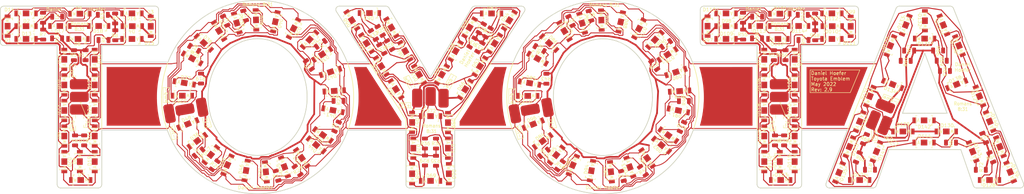
<source format=kicad_pcb>
(kicad_pcb (version 20211014) (generator pcbnew)
  (layers (0 "F.Cu" signal) (31 "B.Cu" signal) (34 "B.Paste" user) (35 "F.Paste" user) (36 "B.SilkS" user "B.Silkscreen") (37 "F.SilkS" user "F.Silkscreen") (38 "B.Mask" user) (39 "F.Mask" user) (44 "Edge.Cuts" user))
  (net 0 "")
  (footprint "afootprints:5730 LED W" (layer "F.Cu") (at 250.479363 54.714772 90)
    (fp_text reference "D107")
    (fp_text value "WLED")
  )
  (footprint "afootprints:1206 R" (layer "F.Cu") (at 51.604363 20.214772 90)
    (fp_text reference "R2")
    (fp_text value "4.7")
  )
  (footprint "afootprints:5730 LED W" (layer "F.Cu") (at 81.978262 23.832917 -58.8)
    (fp_text reference "D27")
    (fp_text value "WLED")
  )
  (footprint "afootprints:1206 R" (layer "F.Cu") (at 271.063277 55.614772 68)
    (fp_text reference "R68")
    (fp_text value "4.7")
  )
  (footprint "afootprints:5730 LED A" (layer "F.Cu") (at 151.261154 29.766096 59.5)
    (fp_text reference "D68")
    (fp_text value "ALED")
  )
  (footprint "afootprints:1206 R" (layer "F.Cu") (at 209.344363 33.921796 -55)
    (fp_text reference "R39")
    (fp_text value "4,7")
  )
  (footprint "afootprints:1206 R" (layer "F.Cu") (at 105.004363 64.864772 125)
    (fp_text reference "R23")
    (fp_text value "4.7")
  )
  (footprint "afootprints:5730 LED W" (layer "F.Cu") (at 112.404363 54.414772 144.2)
    (fp_text reference "D32")
    (fp_text value "WLED")
  )
  (footprint "afootprints:1206 R" (layer "F.Cu") (at 145.524363 56.922272 90)
    (fp_text reference "R30")
    (fp_text value "4.7")
  )
  (footprint "afootprints:5730 LED W" (layer "F.Cu") (at 185.544473 63.248182 66)
    (fp_text reference "D83")
    (fp_text value "WLED")
  )
  (footprint "afootprints:5730 LED A" (layer "F.Cu") (at 143.904363 67.864772)
    (fp_text reference "D69")
    (fp_text value "ALED")
  )
  (footprint "afootprints:5730 LED W" (layer "F.Cu") (at 75.641674 56.130775 36.6)
    (fp_text reference "D36")
    (fp_text value "WLED")
  )
  (footprint "afootprints:5730 LED W" (layer "F.Cu") (at 207.29274 61.192366 124.8)
    (fp_text reference "D81")
    (fp_text value "WLED")
  )
  (footprint "afootprints:1206 R" (layer "F.Cu") (at 76.004363 59.614772 40)
    (fp_text reference "R18")
    (fp_text value "4.7")
  )
  (footprint "afootprints:5730 LED W" (layer "F.Cu") (at 41.504363 67.614772)
    (fp_text reference "D7")
    (fp_text value "WLED")
  )
  (footprint "afootprints:5730 LED A" (layer "F.Cu") (at 36.704363 47.214772 90)
    (fp_text reference "D22")
    (fp_text value "ALED")
  )
  (footprint "afootprints:5730 LED W" (layer "F.Cu") (at 246.129363 18.814772)
    (fp_text reference "D101")
    (fp_text value "WLED")
  )
  (footprint "afootprints:5730 LED W" (layer "F.Cu") (at 213.494363 54.471796 144.2)
    (fp_text reference "D80")
    (fp_text value "WLED")
  )
  (footprint "afootprints:1206 R" (layer "F.Cu") (at 272.504363 64.614772)
    (fp_text reference "R71")
    (fp_text value "4.7")
  )
  (footprint "afootprints:1206 R" (layer "F.Cu") (at 131.904363 28.014772 -59.5)
    (fp_text reference "R26")
    (fp_text value "4.7")
  )
  (footprint "afootprints:5730 LED A" (layer "F.Cu") (at 211.513396 57.372015 139.5)
    (fp_text reference "D92")
    (fp_text value "ALED")
  )
  (footprint "afootprints:1206 R" (layer "F.Cu") (at 247.379363 55.964772 -90)
    (fp_text reference "R58")
    (fp_text value "4.7")
  )
  (footprint "afootprints:1206 R" (layer "F.Cu") (at 304.986863 64.594772 180)
    (fp_text reference "R72")
    (fp_text value "4.7")
  )
  (footprint "afootprints:5730 LED W" (layer "F.Cu") (at 304.562551 43.009658 112)
    (fp_text reference "D125")
    (fp_text value "WLED")
  )
  (footprint "afootprints:Pad 1" (layer "F.Cu") (at 245.954363 39.514772 90)
    (fp_text reference "wht-" hide)
    (fp_text value "Pad 1")
  )
  (footprint "afootprints:1206 R" (layer "F.Cu") (at 142.274363 56.922272 90)
    (fp_text reference "R36")
    (fp_text value "4.7")
  )
  (footprint "afootprints:1206 R" (layer "F.Cu") (at 200.094363 66.421796 105)
    (fp_text reference "R41")
    (fp_text value "4.7")
  )
  (footprint "afootprints:5730 LED W" (layer "F.Cu") (at 246.379363 67.614772)
    (fp_text reference "D103")
    (fp_text value "WLED")
  )
  (footprint "afootprints:5730 LED A" (layer "F.Cu") (at 230.379363 18.714772 180)
    (fp_text reference "D110")
    (fp_text value "ALED")
  )
  (footprint "afootprints:1206 R" (layer "F.Cu") (at 305.982537 55.269817 112)
    (fp_text reference "R70")
    (fp_text value "4.7")
  )
  (footprint "afootprints:5730 LED A" (layer "F.Cu") (at 307.559403 50.427129 -68)
    (fp_text reference "D140")
    (fp_text value "ALED")
  )
  (footprint "afootprints:5730 LED W" (layer "F.Cu") (at 166.973059 20.768438 57.5)
    (fp_text reference "D54")
    (fp_text value "WLED")
  )
  (footprint "afootprints:5730 LED W" (layer "F.Cu") (at 230.379363 22.464772)
    (fp_text reference "D98")
    (fp_text value "WLED")
  )
  (footprint "afootprints:1206 R" (layer "F.Cu") (at 99.004363 66.364772 105)
    (fp_text reference "R17")
    (fp_text value "4.7")
  )
  (footprint "afootprints:M2.5_Mechanical" (layer "F.Cu") (at 245.954363 50.714772)
    (fp_text reference "REF**" hide)
    (fp_text value "M2.5_Mechanical")
  )
  (footprint "afootprints:5730 LED A" (layer "F.Cu") (at 98.471678 21.176335 -102.9)
    (fp_text reference "D40")
    (fp_text value "ALED")
  )
  (footprint "afootprints:1206 R" (layer "F.Cu") (at 34.604363 19.714772)
    (fp_text reference "R1")
    (fp_text value "4.7")
  )
  (footprint "afootprints:5730 LED W" (layer "F.Cu") (at 62.004363 22.514772 -90)
    (fp_text reference "D3")
    (fp_text value "WLED")
  )
  (footprint "afootprints:5730 LED W" (layer "F.Cu") (at 196.704363 65.189772 95.4)
    (fp_text reference "D82")
    (fp_text value "WLED")
  )
  (footprint "afootprints:1206 R" (layer "F.Cu") (at 39.829363 55.964772 -90)
    (fp_text reference "R4")
    (fp_text value "4.7")
  )
  (footprint "afootprints:5730 LED W" (layer "F.Cu") (at 278.501216 28.197301 68)
    (fp_text reference "D122")
    (fp_text value "WLED")
  )
  (footprint "afootprints:5730 LED W" (layer "F.Cu") (at 310.556256 57.8446 112)
    (fp_text reference "D127")
    (fp_text value "WLED")
  )
  (footprint "afootprints:5730 LED A" (layer "F.Cu") (at 302.571992 59.257246 -68)
    (fp_text reference "D143")
    (fp_text value "ALED")
  )
  (footprint "afootprints:5730 LED A" (layer "F.Cu") (at 288.354363 50.114772 180)
    (fp_text reference "D142")
    (fp_text value "ALED")
  )
  (footprint "afootprints:5730 LED W" (layer "F.Cu") (at 41.254363 18.814772)
    (fp_text reference "D5")
    (fp_text value "WLED")
  )
  (footprint "afootprints:5730 LED A" (layer "F.Cu") (at 161.754363 18.739772)
    (fp_text reference "D67")
    (fp_text value "ALED")
  )
  (footprint "afootprints:1206 R" (layer "F.Cu") (at 252.879363 19.114772 180)
    (fp_text reference "R51")
    (fp_text value "4,7")
  )
  (footprint "afootprints:5730 LED A" (layer "F.Cu") (at 241.579363 32.214772 90)
    (fp_text reference "D117")
    (fp_text value "ALED")
  )
  (footprint "afootprints:1206 R" (layer "F.Cu") (at 158.355006 28.647521 -120.5)
    (fp_text reference "R33")
    (fp_text value "4.7")
  )
  (footprint "afootprints:1206 R" (layer "F.Cu") (at 42.504363 55.964772 -90)
    (fp_text reference "R10")
    (fp_text value "4.7")
  )
  (footprint "afootprints:1206 R" (layer "F.Cu") (at 244.704363 55.964772 -90)
    (fp_text reference "R52")
    (fp_text value "4.7")
  )
  (footprint "afootprints:5730 LED A" (layer "F.Cu") (at 25.504363 18.714772 180)
    (fp_text reference "D14")
    (fp_text value "ALED")
  )
  (footprint "afootprints:5730 LED A" (layer "F.Cu") (at 133.771456 40.958238 122.5)
    (fp_text reference "D62")
    (fp_text value "ALED")
  )
  (footprint "afootprints:5730 LED A" (layer "F.Cu") (at 125.174662 27.463974 122.5)
    (fp_text reference "D61")
    (fp_text value "ALED")
  )
  (footprint "afootprints:1206 R" (layer "F.Cu") (at 181.794363 63.371796 55)
    (fp_text reference "R48")
    (fp_text value "4.7")
  )
  (footprint "afootprints:1206 R" (layer "F.Cu") (at 239.479363 26.014772 180)
    (fp_text reference "R59")
    (fp_text value "4.7")
  )
  (footprint "afootprints:5730 LED A" (layer "F.Cu") (at 36.704363 32.214772 90)
    (fp_text reference "D21")
    (fp_text value "ALED")
  )
  (footprint "afootprints:5730 LED A" (layer "F.Cu") (at 110.423396 57.314991 139.5)
    (fp_text reference "D44")
    (fp_text value "ALED")
  )
  (footprint "afootprints:1206 R" (layer "F.Cu") (at 184.844363 20.921796 -65)
    (fp_text reference "R44")
    (fp_text value "4.7")
  )
  (footprint "afootprints:M2.5_Mechanical" (layer "F.Cu") (at 135.204363 35.739772)
    (fp_text reference "REF**" hide)
    (fp_text value "M2.5_Mechanical")
  )
  (footprint "afootprints:5730 LED W" (layer "F.Cu") (at 129.473059 34.211106 122.5)
    (fp_text reference "D49")
    (fp_text value "WLED")
  )
  (footprint "afootprints:5730 LED W" (layer "F.Cu") (at 158.376265 34.262701 57.5)
    (fp_text reference "D53")
    (fp_text value "WLED")
  )
  (footprint "afootprints:5730 LED W" (layer "F.Cu") (at 294.854363 53.364772)
    (fp_text reference "D130")
    (fp_text value "WLED")
  )
  (footprint "afootprints:1206 R" (layer "F.Cu") (at 244.379363 30.964772 -90)
    (fp_text reference "R53")
    (fp_text value "4.7")
  )
  (footprint "afootprints:5730 LED W" (layer "F.Cu") (at 106.20274 61.135342 124.8)
    (fp_text reference "D33")
    (fp_text value "WLED")
  )
  (footprint "afootprints:Pad 1" (layer "F.Cu") (at 41.104363 46.914772 90)
    (fp_text reference "P" hide)
    (fp_text value "Pad 1")
  )
  (footprint "afootprints:5730 LED A" (layer "F.Cu") (at 56.504363 26.214772 180)
    (fp_text reference "D15")
    (fp_text value "ALED")
  )
  (footprint "afootprints:1206 R" (layer "F.Cu") (at 76.704363 37.814772 -90)
    (fp_text reference "R19")
    (fp_text value "4.7")
  )
  (footprint "afootprints:1206 R" (layer "F.Cu") (at 206.094363 64.921796 125)
    (fp_text reference "R47")
    (fp_text value "4.7")
  )
  (footprint "afootprints:1206 R" (layer "F.Cu") (at 145.484363 61.957272 -90)
    (fp_text reference "R35")
    (fp_text value "4.7")
  )
  (footprint "afootprints:5730 LED W" (layer "F.Cu") (at 112.164783 30.746553 -147)
    (fp_text reference "D30")
    (fp_text value "WLED")
  )
  (footprint "afootprints:5730 LED A" (layer "F.Cu") (at 279.156208 39.547143 158)
    (fp_text reference "D134")
    (fp_text value "ALED")
  )
  (footprint "afootprints:1206 R" (layer "F.Cu") (at 235.379363 20.014772 90)
    (fp_text reference "R57")
    (fp_text value "4.7")
  )
  (footprint "afootprints:5730 LED A" (layer "F.Cu") (at 188.275022 21.588057 -73.5)
    (fp_text reference "D87")
    (fp_text value "ALED")
  )
  (footprint "afootprints:5730 LED W" (layer "F.Cu") (at 216.800458 41.524707 -176.4)
    (fp_text reference "D79")
    (fp_text value "WLED")
  )
  (footprint "afootprints:5730 LED W" (layer "F.Cu") (at 45.604363 39.714772 90)
    (fp_text reference "D12")
    (fp_text value "WLED")
  )
  (footprint "afootprints:5730 LED W" (layer "F.Cu") (at 266.513805 57.867184 -112)
    (fp_text reference "D123")
    (fp_text value "WLED")
  )
  (footprint "afootprints:1206 R" (layer "F.Cu") (at 80.704363 63.314772 55)
    (fp_text reference "R24")
    (fp_text value "4.7")
  )
  (footprint "afootprints:5730 LED W" (layer "F.Cu") (at 74.119856 31.942163 -29.4)
    (fp_text reference "D26")
    (fp_text value "WLED")
  )
  (footprint "afootprints:5730 LED A" (layer "F.Cu") (at 36.704363 62.214772 -90)
    (fp_text reference "D20")
    (fp_text value "ALED")
  )
  (footprint "afootprints:5730 LED W" (layer "F.Cu") (at 241.579363 54.714772 90)
    (fp_text reference "D105")
    (fp_text value "WLED")
  )
  (footprint "afootprints:1206 R" (layer "F.Cu") (at 268.945449 60.944743 -112)
    (fp_text reference "R62")
    (fp_text value "4.7")
  )
  (footprint "afootprints:5730 LED A" (layer "F.Cu") (at 230.379363 26.214772)
    (fp_text reference "D109")
    (fp_text value "ALED")
  )
  (footprint "afootprints:5730 LED A" (layer "F.Cu") (at 35.404363 22.414772 180)
    (fp_text reference "D17")
    (fp_text value "ALED")
  )
  (footprint "afootprints:5730 LED W" (layer "F.Cu") (at 149.254363 65.764772 -90)
    (fp_text reference "D60")
    (fp_text value "WLED")
  )
  (footprint "afootprints:5730 LED W" (layer "F.Cu") (at 298.568845 28.174716 112)
    (fp_text reference "D126")
    (fp_text value "WLED")
  )
  (footprint "afootprints:5730 LED W" (layer "F.Cu") (at 36.704363 54.714772 90)
    (fp_text reference "D9")
    (fp_text value "WLED")
  )
  (footprint "afootprints:M2.5_Mechanical" (layer "F.Cu") (at 245.954363 35.739772)
    (fp_text reference "REF**" hide)
    (fp_text value "M2.5_Mechanical")
  )
  (footprint "afootprints:5730 LED W" (layer "F.Cu") (at 288.604363 20.864772 90)
    (fp_text reference "D132")
    (fp_text value "WLED")
  )
  (footprint "afootprints:5730 LED W" (layer "F.Cu") (at 40.704363 26.214772 180)
    (fp_text reference "D6")
    (fp_text value "WLED")
  )
  (footprint "afootprints:1206 R" (layer "F.Cu") (at 294.446863 35.634772)
    (fp_text reference "R63")
    (fp_text value "4,7")
  )
  (footprint "afootprints:1206 R" (layer "F.Cu") (at 129.619255 29.167823 -59.5)
    (fp_text reference "R31")
    (fp_text value "4.7")
  )
  (footprint "afootprints:1206 R" (layer "F.Cu") (at 30.504363 20.014772 90)
    (fp_text reference "R9")
    (fp_text value "4.7")
  )
  (footprint "afootprints:1206 R" (layer "F.Cu") (at 292.446863 29.634772)
    (fp_text reference "R66")
    (fp_text value "4.7")
  )
  (footprint "afootprints:M2.5_Mechanical" (layer "F.Cu") (at 41.104363 35.739772)
    (fp_text reference "REF**" hide)
    (fp_text value "M2.5_Mechanical")
  )
  (footprint "afootprints:5730 LED W" (layer "F.Cu") (at 41.254363 62.214772 90)
    (fp_text reference "D8")
    (fp_text value "WLED")
  )
  (footprint "afootprints:5730 LED W" (layer "F.Cu") (at 147.200847 36.659129 59.5)
    (fp_text reference "D55")
    (fp_text value "WLED")
  )
  (footprint "afootprints:1206 R" (layer "F.Cu") (at 218.094363 44.421796 180)
    (fp_text reference "R46")
    (fp_text value "4.7")
  )
  (footprint "afootprints:5730 LED A" (layer "F.Cu") (at 250.479363 62.214772 90)
    (fp_text reference "D115")
    (fp_text value "ALED")
  )
  (footprint "afootprints:1206 R" (layer "F.Cu") (at 283.004363 32.614772 180)
    (fp_text reference "R61")
    (fp_text value "4.7")
  )
  (footprint "afootprints:1206 R" (layer "F.Cu") (at 253.079363 26.514772 180)
    (fp_text reference "R54")
    (fp_text value "4.7")
  )
  (footprint "afootprints:5730 LED W" (layer "F.Cu") (at 20.104363 22.464772 -90)
    (fp_text reference "D1")
    (fp_text value "WLED")
  )
  (footprint "afootprints:1206 R" (layer "F.Cu") (at 190.594363 19.421796 105)
    (fp_text reference "R38")
    (fp_text value "4.7")
  )
  (footprint "afootprints:5730 LED W" (layer "F.Cu") (at 155.321461 22.873063 59.5)
    (fp_text reference "D56")
    (fp_text value "WLED")
  )
  (footprint "afootprints:5730 LED A" (layer "F.Cu") (at 241.579363 47.214772 90)
    (fp_text reference "D118")
    (fp_text value "ALED")
  )
  (footprint "afootprints:5730 LED A" (layer "F.Cu") (at 46.754363 22.414772 180)
    (fp_text reference "D18")
    (fp_text value "ALED")
  )
  (footprint "afootprints:M2.5_Mechanical" (layer "F.Cu") (at 113.354363 50.714772)
    (fp_text reference "REF**" hide)
    (fp_text value "M2.5_Mechanical")
  )
  (footprint "afootprints:5730 LED A" (layer "F.Cu") (at 87.185022 21.531033 -73.5)
    (fp_text reference "D39")
    (fp_text value "ALED")
  )
  (footprint "afootprints:1206 R" (layer "F.Cu") (at 111.754363 27.614772 -145)
    (fp_text reference "R21")
    (fp_text value "4.7")
  )
  (footprint "afootprints:1206 R" (layer "F.Cu") (at 156.055006 27.247521 -120.5)
    (fp_text reference "R34")
    (fp_text value "4.7")
  )
  (footprint "afootprints:5730 LED W" (layer "F.Cu") (at 272.50751 43.032243 68)
    (fp_text reference "D121")
    (fp_text value "WLED")
  )
  (footprint "afootprints:5730 LED A" (layer "F.Cu") (at 173.950006 51.220774 21.9)
    (fp_text reference "D96")
    (fp_text value "ALED")
  )
  (footprint "afootprints:5730 LED W" (layer "F.Cu") (at 204.9027 23.203766 -117.6)
    (fp_text reference "D77")
    (fp_text value "WLED")
  )
  (footprint "afootprints:1206 R" (layer "F.Cu") (at 51.604363 25.114772 -90)
    (fp_text reference "R8")
    (fp_text value "4.7")
  )
  (footprint "afootprints:5730 LED W" (layer "F.Cu") (at 95.704363 65.214772 95.4)
    (fp_text reference "D34")
    (fp_text value "WLED")
  )
  (footprint "afootprints:5730 LED W" (layer "F.Cu") (at 213.254783 30.803577 -147)
    (fp_text reference "D78")
    (fp_text value "WLED")
  )
  (footprint "afootprints:5730 LED W" (layer "F.Cu") (at 25.504363 22.464772)
    (fp_text reference "D2")
    (fp_text value "WLED")
  )
  (footprint "afootprints:1206 R" (layer "F.Cu") (at 83.754363 20.864772 -65)
    (fp_text reference "R20")
    (fp_text value "4.7")
  )
  (footprint "afootprints:Pad 1" (layer "F.Cu") (at 245.979363 43.214772 90)
    (fp_text reference "P" hide)
    (fp_text value "Pad 1")
  )
  (footprint "afootprints:1206 R" (layer "F.Cu") (at 34.604363 26.014772 180)
    (fp_text reference "R11")
    (fp_text value "4.7")
  )
  (footprint "afootprints:5730 LED W" (layer "F.Cu") (at 250.479363 39.714772 90)
    (fp_text reference "D108")
    (fp_text value "WLED")
  )
  (footprint "afootprints:5730 LED A" (layer "F.Cu") (at 294.004363 22.136617 112)
    (fp_text reference "D137")
    (fp_text value "ALED")
  )
  (footprint "afootprints:1206 R" (layer "F.Cu") (at 127.189471 25.061721 120.5)
    (fp_text reference "R32")
    (fp_text value "4.7")
  )
  (footprint "afootprints:5730 LED W" (layer "F.Cu") (at 245.579363 26.214772 180)
    (fp_text reference "D102")
    (fp_text value "WLED")
  )
  (footprint "afootprints:M2.5_Mechanical" (layer "F.Cu") (at 174.179363 35.764772)
    (fp_text reference "REF**" hide)
    (fp_text value "M2.5_Mechanical")
  )
  (footprint "afootprints:5730 LED W" (layer "F.Cu") (at 120.876265 20.716843 122.5)
    (fp_text reference "D50")
    (fp_text value "WLED")
  )
  (footprint "afootprints:Pad 1" (layer "F.Cu") (at 173.094363 46.971796 100)
    (fp_text reference "P" hide)
    (fp_text value "Pad 1")
  )
  (footprint "afootprints:Pad 1" (layer "F.Cu") (at 41.079363 39.514772 90)
    (fp_text reference "wht" hide)
    (fp_text value "Pad 1")
  )
  (footprint "afootprints:5730 LED W" (layer "F.Cu") (at 56.604363 22.464772 180)
    (fp_text reference "D4")
    (fp_text value "WLED")
  )
  (footprint "afootprints:1206 R" (layer "F.Cu") (at 235.379363 24.914772 -90)
    (fp_text reference "R55")
    (fp_text value "4.7")
  )
  (footprint "afootprints:1206 R" (layer "F.Cu") (at 108.254363 33.864772 -55)
    (fp_text reference "R15")
    (fp_text value "4,7")
  )
  (footprint "afootprints:1206 R" (layer "F.Cu") (at 177.094363 59.671796 40)
    (fp_text reference "R42")
    (fp_text value "4.7")
  )
  (footprint "afootprints:M2.5_Mechanical" (layer "F.Cu") (at 73.104363 35.739772)
    (fp_text reference "REF**" hide)
    (fp_text value "M2.5_Mechanical")
  )
  (footprint "afootprints:5730 LED A" (layer "F.Cu") (at 172.894363 39.171796 -9.7)
    (fp_text reference "D85")
    (fp_text value "ALED")
  )
  (footprint "afootprints:5730 LED A" (layer "F.Cu") (at 162.674662 27.515569 57.5)
    (fp_text reference "D65")
    (fp_text value "ALED")
  )
  (footprint "afootprints:Pad 1" (layer "F.Cu") (at 276.904363 51.614772 -22)
    (fp_text reference "P" hide)
    (fp_text value "Pad 1")
  )
  (footprint "afootprints:1206 R" (layer "F.Cu") (at 48.204363 26.514772 180)
    (fp_text reference "R6")
    (fp_text value "4.7")
  )
  (footprint "afootprints:5730 LED W" (layer "F.Cu") (at 172.344363 42.921796 180)
    (fp_text reference "D73")
    (fp_text value "WLED")
  )
  (footprint "afootprints:1206 R" (layer "F.Cu") (at 42.904363 30.964772 -90)
    (fp_text reference "R12")
    (fp_text value "4.7")
  )
  (footprint "afootprints:5730 LED A" (layer "F.Cu") (at 269.510658 50.449713 -112)
    (fp_text reference "D136")
    (fp_text value "ALED")
  )
  (footprint "afootprints:5730 LED A" (layer "F.Cu") (at 115.338125 47.148386 168.9)
    (fp_text reference "D43")
    (fp_text value "ALED")
  )
  (footprint "afootprints:1206 R" (layer "F.Cu") (at 74.704363 29.014772 -30)
    (fp_text reference "R13")
    (fp_text value "4.7")
  )
  (footprint "afootprints:Pad 1" (layer "F.Cu") (at 168.594363 48.171796 10)
    (fp_text reference "P" hide)
    (fp_text value "Pad 1")
  )
  (footprint "afootprints:1206 R" (layer "F.Cu") (at 39.504363 30.964772 -90)
    (fp_text reference "R5")
    (fp_text value "4.7")
  )
  (footprint "afootprints:5730 LED W" (layer "F.Cu") (at 241.579363 39.714772 90)
    (fp_text reference "D106")
    (fp_text value "WLED")
  )
  (footprint "afootprints:5730 LED A" (layer "F.Cu") (at 108.478891 26.40798 -132.3)
    (fp_text reference "D41")
    (fp_text value "ALED")
  )
  (footprint "afootprints:1206 R" (layer "F.Cu") (at 175.794363 29.071796 -30)
    (fp_text reference "R37")
    (fp_text value "4.7")
  )
  (footprint "afootprints:1206 R" (layer "F.Cu") (at 48.004363 19.114772 180)
    (fp_text reference "R3")
    (fp_text value "4,7")
  )
  (footprint "afootprints:5730 LED A" (layer "F.Cu") (at 136.497572 29.766095 120.5)
    (fp_text reference "D64")
    (fp_text value "ALED")
  )
  (footprint "afootprints:5730 LED A" (layer "F.Cu") (at 149.004363 58.264772 -90)
    (fp_text reference "D71")
    (fp_text value "ALED")
  )
  (footprint "afootprints:1206 R" (layer "F.Cu") (at 212.844363 27.671796 -145)
    (fp_text reference "R45")
    (fp_text value "4.7")
  )
  (footprint "afootprints:5730 LED A" (layer "F.Cu") (at 241.579363 62.214772 -90)
    (fp_text reference "D116")
    (fp_text value "ALED")
  )
  (footprint "afootprints:5730 LED A" (layer "F.Cu") (at 250.479363 32.214772 90)
    (fp_text reference "D119")
    (fp_text value "ALED")
  )
  (footprint "afootprints:Pad 1" (layer "F.Cu") (at 67.504363 48.114772 10)
    (fp_text reference "P" hide)
    (fp_text value "Pad 1")
  )
  (footprint "afootprints:5730 LED A" (layer "F.Cu") (at 45.604363 32.214772 90)
    (fp_text reference "D23")
    (fp_text value "ALED")
  )
  (footprint "afootprints:M2.5_Mechanical" (layer "F.Cu") (at 303.379363 50.714772)
    (fp_text reference "REF**" hide)
    (fp_text value "M2.5_Mechanical")
  )
  (footprint "afootprints:5730 LED A" (layer "F.Cu") (at 77.526053 27.380712 -44.1)
    (fp_text reference "D38")
    (fp_text value "ALED")
  )
  (footprint "afootprints:5730 LED A" (layer "F.Cu") (at 89.908678 64.822312 80.7)
    (fp_text reference "D46")
    (fp_text value "ALED")
  )
  (footprint "afootprints:Pad 1" (layer "F.Cu") (at 77.034363 46.264772 10)
    (fp_text reference "P" hide)
    (fp_text value "Pad 1")
  )
  (footprint "afootprints:5730 LED W" (layer "F.Cu") (at 45.604363 54.714772 90)
    (fp_text reference "D11")
    (fp_text value "WLED")
  )
  (footprint "afootprints:5730 LED W" (layer "F.Cu") (at 138.504363 65.764772 -90)
    (fp_text reference "D58")
    (fp_text value "WLED")
  )
  (footprint "afootprints:1206 R" (layer "F.Cu") (at 89.504363 19.364772 105)
    (fp_text reference "R14")
    (fp_text value "4.7")
  )
  (footprint "afootprints:5730 LED A" (layer "F.Cu") (at 178.616053 27.437736 -44.1)
    (fp_text reference "D86")
    (fp_text value "ALED")
  )
  (footprint "afootprints:5730 LED A" (layer "F.Cu") (at 202.240791 63.816643 110.1)
    (fp_text reference "D93")
    (fp_text value "ALED")
  )
  (footprint "afootprints:5730 LED A" (layer "F.Cu") (at 251.629363 22.414772 180)
    (fp_text reference "D114")
    (fp_text value "ALED")
  )
  (footprint "afootprints:Pad 1" (layer "F.Cu") (at 140.004363 43.564772)
    (fp_text reference "P" hide)
    (fp_text value "Pad 1")
  )
  (footprint "afootprints:5730 LED A" (layer "F.Cu") (at 215.71908 35.935464 -161.7)
    (fp_text reference "D90")
    (fp_text value "ALED")
  )
  (footprint "afootprints:5730 LED W" (layer "F.Cu") (at 132.437265 22.873062 120.5)
    (fp_text reference "D52")
    (fp_text value "WLED")
  )
  (footprint "afootprints:Pad 1" (layer "F.Cu") (at 178.124363 46.321796 10)
    (fp_text reference "P" hide)
    (fp_text value "Pad 1")
  )
  (footprint "afootprints:5730 LED W" (layer "F.Cu") (at 176.731674 56.187799 36.6)
    (fp_text reference "D84")
    (fp_text value "WLED")
  )
  (footprint "afootprints:5730 LED A" (layer "F.Cu") (at 101.150791 63.759619 110.1)
    (fp_text reference "D45")
    (fp_text value "ALED")
  )
  (footprint "afootprints:5730 LED A" (layer "F.Cu") (at 190.998678 64.879336 80.7)
    (fp_text reference "D94")
    (fp_text value "ALED")
  )
  (footprint "afootprints:5730 LED A" (layer "F.Cu") (at 72.860006 51.16375 21.9)
    (fp_text reference "D48")
    (fp_text value "ALED")
  )
  (footprint "afootprints:5730 LED A" (layer "F.Cu") (at 288.354363 56.614772)
    (fp_text reference "D144")
    (fp_text value "ALED")
  )
  (footprint "afootprints:5730 LED A" (layer "F.Cu") (at 56.504363 18.714772)
    (fp_text reference "D16")
    (fp_text value "ALED")
  )
  (footprint "afootprints:5730 LED A" (layer "F.Cu") (at 216.428125 47.20541 168.9)
    (fp_text reference "D91")
    (fp_text value "ALED")
  )
  (footprint "afootprints:5730 LED A" (layer "F.Cu") (at 71.804363 39.114772 -9.7)
    (fp_text reference "D37")
    (fp_text value "ALED")
  )
  (footprint "afootprints:5730 LED A" (layer "F.Cu") (at 45.604363 47.214772 90)
    (fp_text reference "D24")
    (fp_text value "ALED")
  )
  (footprint "afootprints:M2.5_Mechanical" (layer "F.Cu") (at 41.104363 50.714772)
    (fp_text reference "REF**" hide)
    (fp_text value "M2.5_Mechanical")
  )
  (footprint "afootprints:5730 LED A" (layer "F.Cu") (at 283.004363 22.136617 68)
    (fp_text reference "D133")
    (fp_text value "ALED")
  )
  (footprint "afootprints:5730 LED A" (layer "F.Cu") (at 138.854363 58.264772 -90)
    (fp_text reference "D70")
    (fp_text value "ALED")
  )
  (footprint "afootprints:5730 LED W" (layer "F.Cu") (at 149.004363 50.764772 -90)
    (fp_text reference "D59")
    (fp_text value "WLED")
  )
  (footprint "afootprints:5730 LED W" (layer "F.Cu") (at 71.254363 42.864772 180)
    (fp_text reference "D25")
    (fp_text value "WLED")
  )
  (footprint "afootprints:5730 LED W" (layer "F.Cu") (at 138.504363 50.704772 -90)
    (fp_text reference "D57")
    (fp_text value "WLED")
  )
  (footprint "afootprints:1206 R" (layer "F.Cu") (at 247.779363 30.964772 -90)
    (fp_text reference "R60")
    (fp_text value "4.7")
  )
  (footprint "afootprints:5730 LED W" (layer "F.Cu") (at 115.710458 41.467683 -176.4)
    (fp_text reference "D31")
    (fp_text value "WLED")
  )
  (footprint "afootprints:5730 LED A" (layer "F.Cu") (at 180.682714 60.286373 51.3)
    (fp_text reference "D95")
    (fp_text value "ALED")
  )
  (footprint "afootprints:5730 LED W" (layer "F.Cu") (at 92.805474 20.625751 -88.2)
    (fp_text reference "D28")
    (fp_text value "WLED")
  )
  (footprint "afootprints:5730 LED A" (layer "F.Cu") (at 79.592714 60.229349 51.3)
    (fp_text reference "D47")
    (fp_text value "ALED")
  )
  (footprint "afootprints:1206 R" (layer "F.Cu") (at 30.504363 24.914772 -90)
    (fp_text reference "R7")
    (fp_text value "4.7")
  )
  (footprint "afootprints:5730 LED A" (layer "F.Cu") (at 261.379363 18.714772)
    (fp_text reference "D112")
    (fp_text value "ALED")
  )
  (footprint "afootprints:M2.5_Mechanical" (layer "F.Cu") (at 214.429363 50.739772)
    (fp_text reference "REF**" hide)
    (fp_text value "M2.5_Mechanical")
  )
  (footprint "afootprints:1206 R" (layer "F.Cu") (at 256.479363 25.114772 -90)
    (fp_text reference "R56")
    (fp_text value "4.7")
  )
  (footprint "afootprints:1206 R" (layer "F.Cu") (at 116.404363 51.914772 -115)
    (fp_text reference "R16")
    (fp_text value "4.7")
  )
  (footprint "afootprints:1206 R" (layer "F.Cu") (at 296.254363 56.614772 180)
    (fp_text reference "R65")
    (fp_text value "4.7")
  )
  (footprint "afootprints:Pad 1" (layer "F.Cu") (at 72.004363 46.914772 100)
    (fp_text reference "P" hide)
    (fp_text value "Pad 1")
  )
  (footprint "afootprints:5730 LED W" (layer "F.Cu") (at 183.068262 23.889941 -58.8)
    (fp_text reference "D75")
    (fp_text value "WLED")
  )
  (footprint "afootprints:5730 LED W" (layer "F.Cu") (at 175.209856 31.999187 -29.4)
    (fp_text reference "D74")
    (fp_text value "WLED")
  )
  (footprint "afootprints:1206 R" (layer "F.Cu") (at 117.004363 44.364772 180)
    (fp_text reference "R22")
    (fp_text value "4.7")
  )
  (footprint "afootprints:5730 LED W" (layer "F.Cu") (at 282.154363 53.364772)
    (fp_text reference "D129")
    (fp_text value "WLED")
  )
  (footprint "afootprints:1206 R" (layer "F.Cu") (at 160.754363 24.364772 59.5)
    (fp_text reference "R27")
    (fp_text value "4,7")
  )
  (footprint "afootprints:5730 LED A" (layer "F.Cu") (at 274.436734 59.257246 -112)
    (fp_text reference "D141")
    (fp_text value "ALED")
  )
  (footprint "afootprints:5730 LED A" (layer "F.Cu") (at 114.62908 35.87844 -161.7)
    (fp_text reference "D42")
    (fp_text value "ALED")
  )
  (footprint "afootprints:M2.5_Mechanical" (layer "F.Cu") (at 152.379363 35.764772)
    (fp_text reference "REF**" hide)
    (fp_text value "M2.5_Mechanical")
  )
  (footprint "afootprints:5730 LED W" (layer "F.Cu") (at 36.704363 39.714772 90)
    (fp_text reference "D10")
    (fp_text value "WLED")
  )
  (footprint "afootprints:M2.5_Mechanical" (layer "F.Cu") (at 279.629363 35.739772)
    (fp_text reference "REF**" hide)
    (fp_text value "M2.5_Mechanical")
  )
  (footprint "afootprints:Pad 1" (layer "F.Cu") (at 245.979363 46.914772 90)
    (fp_text reference "P" hide)
    (fp_text value "Pad 1")
  )
  (footprint "afootprints:5730 LED W" (layer "F.Cu") (at 266.879363 22.514772 -90)
    (fp_text reference "D99")
    (fp_text value "WLED")
  )
  (footprint "afootprints:5730 LED A" (layer "F.Cu") (at 297.896837 39.547143 22)
    (fp_text reference "D138")
    (fp_text value "ALED")
  )
  (footprint "afootprints:5730 LED A" (layer "F.Cu") (at 154.077868 41.009833 57.5)
    (fp_text reference "D66")
    (fp_text value "ALED")
  )
  (footprint "afootprints:5730 LED W" (layer "F.Cu") (at 140.557879 36.659129 120.5)
    (fp_text reference "D51")
    (fp_text value "WLED")
  )
  (footprint "afootprints:Pad 1" (layer "F.Cu") (at 147.704363 43.614772)
    (fp_text reference "P" hide)
    (fp_text value "Pad 1")
  )
  (footprint "afootprints:1206 R" (layer "F.Cu") (at 142.254363 61.864772 -90)
    (fp_text reference "R29")
    (fp_text value "4.7")
  )
  (footprint "afootprints:5730 LED A" (layer "F.Cu") (at 313.553109 65.262071 -68)
    (fp_text reference "D139")
    (fp_text value "ALED")
  )
  (footprint "afootprints:1206 R" (layer "F.Cu") (at 284.004363 29.614772 180)
    (fp_text reference "R67")
    (fp_text value "4.7")
  )
  (footprint "afootprints:5730 LED W" (layer "F.Cu") (at 288.504363 26.114772 180)
    (fp_text reference "D131")
    (fp_text value "WLED")
  )
  (footprint "afootprints:5730 LED W" (layer "F.Cu") (at 84.454473 63.191158 66)
    (fp_text reference "D35")
    (fp_text value "WLED")
  )
  (footprint "afootprints:5730 LED W" (layer "F.Cu") (at 246.129363 62.214772 90)
    (fp_text reference "D104")
    (fp_text value "WLED")
  )
  (footprint "afootprints:5730 LED A" (layer "F.Cu") (at 45.604363 62.214772 90)
    (fp_text reference "D19")
    (fp_text value "ALED")
  )
  (footprint "afootprints:1206 R" (layer "F.Cu") (at 177.794363 37.871796 -90)
    (fp_text reference "R43")
    (fp_text value "4.7")
  )
  (footprint "afootprints:5730 LED W" (layer "F.Cu") (at 307.504363 67.614772 180)
    (fp_text reference "D128")
    (fp_text value "WLED")
  )
  (footprint "afootprints:5730 LED A" (layer "F.Cu") (at 199.561678 21.233359 -102.9)
    (fp_text reference "D88")
    (fp_text value "ALED")
  )
  (footprint "afootprints:5730 LED W" (layer "F.Cu") (at 261.479363 22.464772 180)
    (fp_text reference "D100")
    (fp_text value "WLED")
  )
  (footprint "afootprints:Pad 1" (layer "F.Cu") (at 143.934363 43.084772)
    (fp_text reference "P" hide)
    (fp_text value "Pad 1")
  )
  (footprint "afootprints:1206 R" (layer "F.Cu") (at 217.494363 51.971796 -115)
    (fp_text reference "R40")
    (fp_text value "4.7")
  )
  (footprint "afootprints:5730 LED A" (layer "F.Cu") (at 240.279363 22.414772 180)
    (fp_text reference "D113")
    (fp_text value "ALED")
  )
  (footprint "afootprints:5730 LED A" (layer "F.Cu") (at 126.004363 18.614772 180)
    (fp_text reference "D63")
    (fp_text value "ALED")
  )
  (footprint "afootprints:Pad 1" (layer "F.Cu") (at 273.504363 50.014772 -22)
    (fp_text reference "P" hide)
    (fp_text value "Pad 1")
  )
  (footprint "afootprints:5730 LED A" (layer "F.Cu") (at 261.379363 26.214772 180)
    (fp_text reference "D111")
    (fp_text value "ALED")
  )
  (footprint "afootprints:5730 LED W" (layer "F.Cu") (at 269.504363 67.614772)
    (fp_text reference "D124")
    (fp_text value "WLED")
  )
  (footprint "afootprints:5730 LED A" (layer "F.Cu") (at 25.504363 26.214772)
    (fp_text reference "D13")
    (fp_text value "ALED")
  )
  (footprint "afootprints:Pad 1" (layer "F.Cu") (at 277.004363 45.890143 -112)
    (fp_text reference "P" hide)
    (fp_text value "Pad 1")
  )
  (footprint "afootprints:1206 R" (layer "F.Cu") (at 256.479363 20.214772 90)
    (fp_text reference "R50")
    (fp_text value "4.7")
  )
  (footprint "afootprints:1206 R" (layer "F.Cu") (at 158.754363 23.114772 59.5)
    (fp_text reference "R28")
    (fp_text value "4.7")
  )
  (footprint "afootprints:5730 LED A" (layer "F.Cu") (at 250.479363 47.214772 90)
    (fp_text reference "D120")
    (fp_text value "ALED")
  )
  (footprint "afootprints:5730 LED A" (layer "F.Cu") (at 143.904363 48.864772)
    (fp_text reference "D72")
    (fp_text value "ALED")
  )
  (footprint "afootprints:5730 LED A" (layer "F.Cu") (at 209.568891 26.465004 -132.3)
    (fp_text reference "D89")
    (fp_text value "ALED")
  )
  (footprint "afootprints:1206 R" (layer "F.Cu") (at 129.189471 23.861721 120.5)
    (fp_text reference "R25")
    (fp_text value "4.7")
  )
  (footprint "afootprints:1206 R" (layer "F.Cu") (at 239.479363 19.714772)
    (fp_text reference "R49")
    (fp_text value "4.7")
  )
  (footprint "afootprints:5730 LED W" (layer "F.Cu") (at 193.895474 20.682775 -88.2)
    (fp_text reference "D76")
    (fp_text value "WLED")
  )
  (footprint "afootprints:1206 R" (layer "F.Cu") (at 293.504363 32.634772)
    (fp_text reference "R69")
    (fp_text value "4.7")
  )
  (footprint "afootprints:5730 LED W" (layer "F.Cu") (at 224.979363 22.464772 -90)
    (fp_text reference "D97")
    (fp_text value "WLED")
  )
  (footprint "afootprints:5730 LED W" (layer "F.Cu") (at 103.8127 23.146742 -117.6)
    (fp_text reference "D29")
    (fp_text value "WLED")
  )
  (footprint "afootprints:Pad 1" (layer "F.Cu") (at 41.104363 43.214772 90)
    (fp_text reference "P" hide)
    (fp_text value "Pad 1")
  )
  (footprint "afootprints:5730 LED A" (layer "F.Cu") (at 263.460761 65.423733 -112)
    (fp_text reference "D135")
    (fp_text value "ALED")
  )
  (footprint "afootprints:1206 R" (layer "F.Cu") (at 308.026189 60.959727 -68)
    (fp_text reference "R64")
    (fp_text value "4.7")
  )
  (gr_curve (pts (xy 121.806644 51.557975) (xy 122.565427 48.888715) (xy 122.949038 46.124371) (xy 122.949038 43.313517)) (layer "F.Cu") (width 0.2))
  (gr_curve (pts (xy 166.06992 34.558152) (xy 165.200723 37.401389) (xy 164.761301 40.34729) (xy 164.761301 43.343317)) (layer "F.Cu") (width 0.2))
  (gr_curve (pts (xy 63.699252 43.313517) (xy 63.699252 46.124715) (xy 64.082864 48.888715) (xy 64.841646 51.557975)) (layer "F.Cu") (width 0.2))
  (gr_line (start 264.917289 51.557975) (end 254.078329 51.557975) (layer "F.Cu") (width 0.2))
  (gr_curve (pts (xy 64.998742 34.558152) (xy 64.135746 37.391915) (xy 63.699252 40.327998) (xy 63.699252 43.313517)) (layer "F.Cu") (width 0.2))
  (gr_curve (pts (xy 164.761301 43.343317) (xy 164.761301 46.14263) (xy 165.142328 48.896984) (xy 165.896115 51.557975)) (layer "F.Cu") (width 0.2))
  (gr_poly (pts (xy 271.666223 34.558063) (xy 264.876223 51.508063) (xy 254.076223 51.528063) (xy 254.036223 34.538063) (xy 254.056223 34.538063)) (layer "F.Cu") (width 0) (fill solid))
  (gr_poly (pts (xy 135.266223 50.418063) (xy 135.26336 51.557975) (xy 121.806644 51.557975) (xy 122.246223 49.948063) (xy 122.686223 47.358063) (xy 122.896223 44.788063) (xy 122.936223 41.848063) (xy 122.536223 38.398063) (xy 122.006223 35.908063) (xy 121.654796 34.578014) (xy 125.116223 34.558152)) (layer "F.Cu") (width 0) (fill solid))
  (gr_poly (pts (xy 166.06992 34.558152) (xy 165.276223 37.458063) (xy 164.826223 41.068063) (xy 164.826223 45.648063) (xy 165.406223 49.678063) (xy 165.896115 51.557975) (xy 152.556223 51.548063) (xy 152.546223 50.428063) (xy 162.716223 34.548063)) (layer "F.Cu") (width 0) (fill solid))
  (gr_line (start 271.699648 34.558152) (end 264.917289 51.557975) (layer "F.Cu") (width 0.2))
  (gr_curve (pts (xy 135.26336 51.557975) (xy 135.26336 51.557975) (xy 121.806644 51.557975) (xy 121.806644 51.557975)) (layer "F.Cu") (width 0.2))
  (gr_curve (pts (xy 125.083964 34.558152) (xy 125.083964 34.558152) (xy 135.263532 50.431774) (xy 135.263532 50.431774)) (layer "F.Cu") (width 0.2))
  (gr_curve (pts (xy 122.949038 43.313517) (xy 122.949038 40.327825) (xy 122.512544 37.391915) (xy 121.649548 34.558152)) (layer "F.Cu") (width 0.2))
  (gr_curve (pts (xy 222.702467 34.558152) (xy 222.702467 34.558152) (xy 238.027974 34.558152) (xy 238.027974 34.558152)) (layer "F.Cu") (width 0.2))
  (gr_curve (pts (xy 222.876444 51.557975) (xy 223.629887 48.897328) (xy 224.010914 46.14263) (xy 224.010914 43.343317)) (layer "F.Cu") (width 0.2))
  (gr_curve (pts (xy 49.212798 51.557975) (xy 49.212798 51.557975) (xy 49.212798 34.558152) (xy 49.212798 34.558152)) (layer "F.Cu") (width 0.2))
  (gr_curve (pts (xy 121.649548 34.558152) (xy 121.649548 34.558152) (xy 125.083964 34.558152) (xy 125.083964 34.558152)) (layer "F.Cu") (width 0.2))
  (gr_curve (pts (xy 238.027974 34.558152) (xy 238.027974 34.558152) (xy 238.027974 51.557975) (xy 238.027974 51.557975)) (layer "F.Cu") (width 0.2))
  (gr_line (start 254.078329 51.557975) (end 254.078329 34.558152) (layer "F.Cu") (width 0.2))
  (gr_curve (pts (xy 64.841646 51.557975) (xy 64.841646 51.557975) (xy 49.212798 51.557975) (xy 49.212798 51.557975)) (layer "F.Cu") (width 0.2))
  (gr_curve (pts (xy 224.010914 43.343317) (xy 224.010914 40.346946) (xy 223.57132 37.400872) (xy 222.702467 34.558152)) (layer "F.Cu") (width 0.2))
  (gr_curve (pts (xy 135.263532 50.431774) (xy 135.263532 50.431774) (xy 135.26336 51.557975) (xy 135.26336 51.557975)) (layer "F.Cu") (width 0.2))
  (gr_curve (pts (xy 165.896115 51.557975) (xy 165.896115 51.557975) (xy 152.520532 51.557975) (xy 152.520532 51.557975)) (layer "F.Cu") (width 0.2))
  (gr_poly (pts (xy 238.046223 34.608063) (xy 238.026223 51.538063) (xy 222.896223 51.518063) (xy 223.586223 48.418063) (xy 223.846223 46.018063) (xy 223.996223 43.838063) (xy 223.976223 41.598063) (xy 223.756223 39.308063) (xy 223.366223 37.028063) (xy 222.906223 35.318063) (xy 222.702467 34.538063) (xy 238.006223 34.528063)) (layer "F.Cu") (width 0) (fill solid))
  (gr_line (start 254.078329 34.558152) (end 271.699648 34.558152) (layer "F.Cu") (width 0.2))
  (gr_poly (pts (xy 64.386223 36.778063) (xy 63.836223 40.188063) (xy 63.686223 43.318063) (xy 63.926223 47.268063) (xy 64.196223 48.768063) (xy 64.806223 51.578063) (xy 49.216223 51.528063) (xy 49.236223 34.568063) (xy 49.212798 34.558152) (xy 64.998742 34.558152)) (layer "F.Cu") (width 0) (fill solid))
  (gr_curve (pts (xy 238.027974 51.557975) (xy 238.027974 51.557975) (xy 222.876444 51.557975) (xy 222.876444 51.557975)) (layer "F.Cu") (width 0.2))
  (gr_curve (pts (xy 162.699928 34.558152) (xy 162.699928 34.558152) (xy 166.06992 34.558152) (xy 166.06992 34.558152)) (layer "F.Cu") (width 0.2))
  (gr_curve (pts (xy 152.520532 50.431774) (xy 152.520532 50.431774) (xy 162.699928 34.558152) (xy 162.699928 34.558152)) (layer "F.Cu") (width 0.2))
  (gr_curve (pts (xy 49.212798 34.558152) (xy 49.212798 34.558152) (xy 64.998742 34.558152) (xy 64.998742 34.558152)) (layer "F.Cu") (width 0.2))
  (gr_curve (pts (xy 152.520532 51.557975) (xy 152.520532 51.557975) (xy 152.520532 50.431774) (xy 152.520532 50.431774)) (layer "F.Cu") (width 0.2))
  (gr_curve (pts (xy 179.842108 43.299659) (xy 179.842108 33.840137) (xy 186.334153 26.171677) (xy 194.342493 26.171677)) (layer "F.SilkS") (width 0.2))
  (gr_line (start 41.404363 44.814772) (end 41.804363 44.914772) (layer "F.SilkS") (width 0.15))
  (gr_curve (pts (xy 273.412442 69.940004) (xy 273.838845 69.940004) (xy 274.218343 69.669623) (xy 274.357605 69.266603)) (layer "F.SilkS") (width 0.2))
  (gr_curve (pts (xy 41.144141 69.940013) (xy 41.144141 69.940013) (xy 46.669261 69.940013) (xy 46.669261 69.940013)) (layer "F.SilkS") (width 0.2))
  (gr_curve (pts (xy 278.017634 58.674628) (xy 278.017634 58.674628) (xy 288.560423 58.674628) (xy 288.560423 58.674628)) (layer "F.SilkS") (width 0.2))
  (gr_curve (pts (xy 34.61902 68.940013) (xy 34.61902 69.492298) (xy 35.066735 69.940013) (xy 35.61902 69.940013)) (layer "F.SilkS") (width 0.2))
  (gr_curve (pts (xy 47.669261 68.940013) (xy 47.669261 68.940013) (xy 47.669261 28.157019) (xy 47.669261 28.157019)) (layer "F.SilkS") (width 0.2))
  (gr_line (start 180.804363 52.214772) (end 179.904363 49.014772) (layer "F.SilkS") (width 0.15))
  (gr_curve (pts (xy 136.719805 68.940004) (xy 136.719805 69.492289) (xy 137.16752 69.940004) (xy 137.719805 69.940004)) (layer "F.SilkS") (width 0.2))
  (gr_line (start 248.979363 52.314772) (end 247.204363 52.314772) (layer "F.SilkS") (width 0.15))
  (gr_line (start 77.104363 49.414772) (end 77.804363 52.414772) (layer "F.SilkS") (width 0.15))
  (gr_curve (pts (xy 259.684738 68.569451) (xy 259.422728 69.226194) (xy 259.906471 69.940004) (xy 260.61355 69.940004)) (layer "F.SilkS") (width 0.2))
  (gr_curve (pts (xy 47.669261 28.157019) (xy 47.669261 28.157019) (xy 63.305826 28.157019) (xy 63.305826 28.157019)) (layer "F.SilkS") (width 0.2))
  (gr_line (start 42.404363 52.214772) (end 42.404363 51.514772) (layer "F.SilkS") (width 0.15))
  (gr_line (start 244.804363 33.814772) (end 244.804363 34.614772) (layer "F.SilkS") (width 0.15))
  (gr_curve (pts (xy 288.560423 48.034537) (xy 288.560423 48.034537) (xy 282.040106 48.034537) (xy 282.040106 48.034537)) (layer "F.SilkS") (width 0.2))
  (gr_curve (pts (xy 117.163413 16.6) (xy 116.372751 16.6) (xy 115.894818 17.474251) (xy 116.321631 18.139816)) (layer "F.SilkS") (width 0.2))
  (gr_curve (pts (xy 194.342493 14.919285) (xy 178.809548 14.919285) (xy 166.217595 27.625615) (xy 166.217595 43.299659)) (layer "F.SilkS") (width 0.2))
  (gr_line (start 142.404363 46.014772) (end 142.004363 46.014772) (layer "F.SilkS") (width 0.15))
  (gr_line (start 246.204363 44.914772) (end 246.604363 45.014772) (layer "F.SilkS") (width 0.15))
  (gr_curve (pts (xy 65.155583 43.270002) (xy 65.155583 58.944045) (xy 77.747536 71.650354) (xy 93.280481 71.650354)) (layer "F.SilkS") (width 0.2))
  (gr_line (start 276.604363 42.414772) (end 281.204363 44.114772) (layer "F.SilkS") (width 0.15))
  (gr_curve (pts (xy 63.305826 28.157019) (xy 63.858111 28.157019) (xy 64.305826 27.709304) (xy 64.305826 27.157019)) (layer "F.SilkS") (width 0.2))
  (gr_curve (pts (xy 281.095846 16.6) (xy 280.686612 16.6) (xy 280.318677 16.849346) (xy 280.167035 17.229447)) (layer "F.SilkS") (width 0.2))
  (gr_line (start 40.004363 53.164772) (end 40.004363 51.764772) (layer "F.SilkS") (width 0.15))
  (gr_line (start 65.604363 40.514772) (end 65.604363 44.914772) (layer "F.SilkS") (width 0.15))
  (gr_line (start 247.404363 49.014772) (end 247.204363 49.014772) (layer "F.SilkS") (width 0.15))
  (gr_curve (pts (xy 41.50555 16.600013) (xy 41.50555 16.600013) (xy 40.782731 16.600013) (xy 40.782731 16.600013)) (layer "F.SilkS") (width 0.2))
  (gr_curve (pts (xy 143.848353 37.394424) (xy 143.848353 37.394424) (xy 131.71512 17.087095) (xy 131.71512 17.087095)) (layer "F.SilkS") (width 0.2))
  (gr_curve (pts (xy 131.71512 17.087095) (xy 131.534616 16.784988) (xy 131.208598 16.6) (xy 130.856674 16.6)) (layer "F.SilkS") (width 0.2))
  (gr_line (start 67.504363 44.914772) (end 67.504363 40.514772) (layer "F.SilkS") (width 0.15))
  (gr_curve (pts (xy 78.780096 43.270002) (xy 78.780096 33.81048) (xy 85.272141 26.142021) (xy 93.280481 26.142021)) (layer "F.SilkS") (width 0.2))
  (gr_curve (pts (xy 246.370919 16.600002) (xy 246.370919 16.600002) (xy 245.6481 16.600002) (xy 245.6481 16.600002)) (layer "F.SilkS") (width 0.2))
  (gr_line (start 255.004363 41.964772) (end 255.004363 35.314772) (layer "F.SilkS") (width 0.15))
  (gr_line (start 166.804363 40.814772) (end 166.804363 45.214772) (layer "F.SilkS") (width 0.15))
  (gr_curve (pts (xy 269.171195 27.157008) (xy 269.171195 27.157008) (xy 269.171195 17.600002) (xy 269.171195 17.600002)) (layer "F.SilkS") (width 0.2))
  (gr_line (start 255.004363 35.314772) (end 269.554363 35.314772) (layer "F.SilkS") (width 0.15))
  (gr_line (start 138.104363 46.414772) (end 138.104363 44.914772) (layer "F.SilkS") (width 0.15))
  (gr_line (start 269.554363 35.314772) (end 266.754363 41.964772) (layer "F.SilkS") (width 0.15))
  (gr_line (start 167.004363 45.214772) (end 168.704363 45.214772) (layer "F.SilkS") (width 0.15))
  (gr_line (start 136.004363 37.614772) (end 137.804363 40.914772) (layer "F.SilkS") (width 0.15))
  (gr_line (start 42.404363 49.614772) (end 42.404363 48.914772) (layer "F.SilkS") (width 0.15))
  (gr_curve (pts (xy 268.171195 28.157008) (xy 268.72348 28.157008) (xy 269.171195 27.709293) (xy 269.171195 27.157008)) (layer "F.SilkS") (width 0.2))
  (gr_line (start 77.804363 52.414772) (end 79.804363 52.014772) (layer "F.SilkS") (width 0.15))
  (gr_curve (pts (xy 150.976902 49.94846) (xy 150.976902 49.94846) (xy 171.375076 18.139816) (xy 171.375076 18.139816)) (layer "F.SilkS") (width 0.2))
  (gr_line (start 274.804363 55.914772) (end 274.604363 52.214772) (layer "F.SilkS") (width 0.15))
  (gr_curve (pts (xy 46.669261 69.940013) (xy 47.221546 69.940013) (xy 47.669261 69.492298) (xy 47.669261 68.940013)) (layer "F.SilkS") (width 0.2))
  (gr_curve (pts (xy 222.467391 43.299659) (xy 222.467391 27.625615) (xy 209.875438 14.919285) (xy 194.342493 14.919285)) (layer "F.SilkS") (width 0.2))
  (gr_line (start 40.004363 49.564772) (end 40.004363 48.464772) (layer "F.SilkS") (width 0.15))
  (gr_curve (pts (xy 40.782731 16.600013) (xy 40.782731 16.600013) (xy 18.982455 16.600013) (xy 18.982455 16.600013)) (layer "F.SilkS") (width 0.2))
  (gr_line (start 44.179363 52.214772) (end 42.404363 52.214772) (layer "F.SilkS") (width 0.15))
  (gr_curve (pts (xy 274.357605 69.266603) (xy 274.357605 69.266603) (xy 278.017634 58.674628) (xy 278.017634 58.674628)) (layer "F.SilkS") (width 0.2))
  (gr_curve (pts (xy 64.305826 27.157019) (xy 64.305826 27.157019) (xy 64.305826 17.600013) (xy 64.305826 17.600013)) (layer "F.SilkS") (width 0.2))
  (gr_line (start 244.904363 49.614772) (end 244.904363 48.514772) (layer "F.SilkS") (width 0.15))
  (gr_curve (pts (xy 171.375076 18.139816) (xy 171.801888 17.474251) (xy 171.323955 16.6) (xy 170.533293 16.6)) (layer "F.SilkS") (width 0.2))
  (gr_line (start 141.704363 46.914772) (end 142.404363 46.014772) (layer "F.SilkS") (width 0.15))
  (gr_line (start 279.504363 58.014772) (end 276.404363 54.714772) (layer "F.SilkS") (width 0.15))
  (gr_curve (pts (xy 93.280481 60.397962) (xy 85.272141 60.397962) (xy 78.780096 52.729524) (xy 78.780096 43.270002)) (layer "F.SilkS") (width 0.2))
  (gr_curve (pts (xy 246.009509 69.940002) (xy 246.009509 69.940002) (xy 251.53463 69.940002) (xy 251.53463 69.940002)) (layer "F.SilkS") (width 0.2))
  (gr_line (start 38.404363 48.364772) (end 38.404363 53.164772) (layer "F.SilkS") (width 0.15))
  (gr_line (start 137.604363 37.014772) (end 139.404363 40.414772) (layer "F.SilkS") (width 0.15))
  (gr_line (start 275.904363 43.914772) (end 276.604363 42.414772) (layer "F.SilkS") (width 0.15))
  (gr_line (start 266.754363 41.964772) (end 255.004363 41.964772) (layer "F.SilkS") (width 0.15))
  (gr_curve (pts (xy 299.103212 58.674628) (xy 299.103212 58.674628) (xy 302.763241 69.266603) (xy 302.763241 69.266603)) (layer "F.SilkS") (width 0.2))
  (gr_curve (pts (xy 252.53463 68.940002) (xy 252.53463 68.940002) (xy 252.53463 28.157008) (xy 252.53463 28.157008)) (layer "F.SilkS") (width 0.2))
  (gr_curve (pts (xy 288.560423 58.674628) (xy 288.560423 58.674628) (xy 299.103212 58.674628) (xy 299.103212 58.674628)) (layer "F.SilkS") (width 0.2))
  (gr_line (start 138.104363 44.914772) (end 134.704363 44.914772) (layer "F.SilkS") (width 0.15))
  (gr_line (start 244.804363 36.914772) (end 244.804363 37.714772) (layer "F.SilkS") (width 0.15))
  (gr_line (start 178.804363 52.614772) (end 180.804363 52.214772) (layer "F.SilkS") (width 0.15))
  (gr_line (start 138.904363 46.914772) (end 141.704363 46.914772) (layer "F.SilkS") (width 0.15))
  (gr_line (start 41.404363 44.814772) (end 41.304363 45.114772) (layer "F.SilkS") (width 0.15))
  (gr_curve (pts (xy 150.976902 68.940004) (xy 150.976902 68.940004) (xy 150.976902 49.94846) (xy 150.976902 49.94846)) (layer "F.SilkS") (width 0.2))
  (gr_line (start 248.904363 49.014772) (end 248.979363 52.314772) (layer "F.SilkS") (width 0.15))
  (gr_curve (pts (xy 170.533293 16.6) (xy 170.533293 16.6) (xy 156.840032 16.6) (xy 156.840032 16.6)) (layer "F.SilkS") (width 0.2))
  (gr_curve (pts (xy 156.840032 16.6) (xy 156.488108 16.6) (xy 156.16209 16.784988) (xy 155.981586 17.087095)) (layer "F.SilkS") (width 0.2))
  (gr_line (start 166.804363 45.214772) (end 167.004363 45.214772) (layer "F.SilkS") (width 0.15))
  (gr_curve (pts (xy 149.976902 69.940004) (xy 150.529186 69.940004) (xy 150.976902 69.492289) (xy 150.976902 68.940004)) (layer "F.SilkS") (width 0.2))
  (gr_line (start 137.504363 36.914772) (end 136.004363 37.614772) (layer "F.SilkS") (width 0.15))
  (gr_curve (pts (xy 64.305826 17.600013) (xy 64.305826 17.047728) (xy 63.858111 16.600013) (xy 63.305826 16.600013)) (layer "F.SilkS") (width 0.2))
  (gr_line (start 67.504363 40.514772) (end 65.604363 40.514772) (layer "F.SilkS") (width 0.15))
  (gr_curve (pts (xy 240.484388 69.940002) (xy 240.484388 69.940002) (xy 246.009509 69.940002) (xy 246.009509 69.940002)) (layer "F.SilkS") (width 0.2))
  (gr_curve (pts (xy 288.560423 30.38753) (xy 288.560423 30.38753) (xy 295.080718 48.034537) (xy 295.080718 48.034537)) (layer "F.SilkS") (width 0.2))
  (gr_line (start 280.804363 56.914772) (end 279.504363 58.014772) (layer "F.SilkS") (width 0.15))
  (gr_curve (pts (xy 222.847823 17.600002) (xy 222.847823 17.600002) (xy 222.847823 27.157008) (xy 222.847823 27.157008)) (layer "F.SilkS") (width 0.2))
  (gr_line (start 69.304363 45.114772) (end 69.004363 45.114772) (layer "F.SilkS") (width 0.15))
  (gr_curve (pts (xy 143.848353 69.940004) (xy 143.848353 69.940004) (xy 149.976902 69.940004) (xy 149.976902 69.940004)) (layer "F.SilkS") (width 0.2))
  (gr_line (start 246.204363 44.914772) (end 246.104363 45.214772) (layer "F.SilkS") (width 0.15))
  (gr_line (start 38.404363 53.164772) (end 40.004363 53.164772) (layer "F.SilkS") (width 0.15))
  (gr_line (start 149.904363 36.414772) (end 151.504363 37.314772) (layer "F.SilkS") (width 0.15))
  (gr_line (start 70.004363 55.314772) (end 68.804363 51.214772) (layer "F.SilkS") (width 0.15))
  (gr_line (start 69.304363 45.114772) (end 69.304363 44.814772) (layer "F.SilkS") (width 0.15))
  (gr_line (start 171.204363 55.214772) (end 170.004363 51.114772) (layer "F.SilkS") (width 0.15))
  (gr_curve (pts (xy 121.40538 43.270002) (xy 121.40538 27.595959) (xy 108.813426 14.889628) (xy 93.280481 14.889628)) (layer "F.SilkS") (width 0.2))
  (gr_curve (pts (xy 239.484388 28.157008) (xy 239.484388 28.157008) (xy 239.484388 68.940002) (xy 239.484388 68.940002)) (layer "F.SilkS") (width 0.2))
  (gr_line (start 168.304363 51.414772) (end 169.504363 55.714772) (layer "F.SilkS") (width 0.15))
  (gr_line (start 247.404363 49.014772) (end 248.904363 49.014772) (layer "F.SilkS") (width 0.15))
  (gr_curve (pts (xy 239.484388 68.940002) (xy 239.484388 69.492287) (xy 239.932104 69.940002) (xy 240.484388 69.940002)) (layer "F.SilkS") (width 0.2))
  (gr_curve (pts (xy 93.280481 26.142021) (xy 101.288821 26.142021) (xy 107.780867 33.81048) (xy 107.780867 43.270002)) (layer "F.SilkS") (width 0.2))
  (gr_line (start 244.904363 53.214772) (end 244.904363 51.814772) (layer "F.SilkS") (width 0.15))
  (gr_curve (pts (xy 166.217595 43.299659) (xy 166.217595 58.973702) (xy 178.809548 71.680011) (xy 194.342493 71.680011)) (layer "F.SilkS") (width 0.2))
  (gr_line (start 247.204363 49.714772) (end 247.204363 49.014772) (layer "F.SilkS") (width 0.15))
  (gr_curve (pts (xy 93.280481 71.650354) (xy 108.813426 71.650354) (xy 121.40538 58.944045) (xy 121.40538 43.270002)) (layer "F.SilkS") (width 0.2))
  (gr_curve (pts (xy 137.719805 69.940004) (xy 137.719805 69.940004) (xy 143.848353 69.940004) (xy 143.848353 69.940004)) (layer "F.SilkS") (width 0.2))
  (gr_curve (pts (xy 251.53463 69.940002) (xy 252.086915 69.940002) (xy 252.53463 69.492287) (xy 252.53463 68.940002)) (layer "F.SilkS") (width 0.2))
  (gr_line (start 168.704363 45.214772) (end 168.704363 40.814772) (layer "F.SilkS") (width 0.15))
  (gr_line (start 142.404363 46.014772) (end 142.504363 46.414772) (layer "F.SilkS") (width 0.15))
  (gr_curve (pts (xy 155.981586 17.087095) (xy 155.981586 17.087095) (xy 143.848353 37.394424) (xy 143.848353 37.394424)) (layer "F.SilkS") (width 0.2))
  (gr_line (start 68.304363 55.814772) (end 70.004363 55.314772) (layer "F.SilkS") (width 0.15))
  (gr_curve (pts (xy 107.780867 43.270002) (xy 107.780867 52.729524) (xy 101.288821 60.397962) (xy 93.280481 60.397962)) (layer "F.SilkS") (width 0.2))
  (gr_curve (pts (xy 223.847823 16.600002) (xy 223.295538 16.600002) (xy 222.847823 17.047717) (xy 222.847823 17.600002)) (layer "F.SilkS") (width 0.2))
  (gr_curve (pts (xy 18.982455 28.157019) (xy 18.982455 28.157019) (xy 34.61902 28.157019) (xy 34.61902 28.157019)) (layer "F.SilkS") (width 0.2))
  (gr_curve (pts (xy 252.53463 28.157008) (xy 252.53463 28.157008) (xy 268.171195 28.157008) (xy 268.171195 28.157008)) (layer "F.SilkS") (width 0.2))
  (gr_curve (pts (xy 208.842879 43.299659) (xy 208.842879 52.75918) (xy 202.350833 60.427618) (xy 194.342493 60.427618)) (layer "F.SilkS") (width 0.2))
  (gr_line (start 40.004363 33.814772) (end 40.004363 34.614772) (layer "F.SilkS") (width 0.15))
  (gr_curve (pts (xy 63.305826 16.600013) (xy 63.305826 16.600013) (xy 41.50555 16.600013) (xy 41.50555 16.600013)) (layer "F.SilkS") (width 0.2))
  (gr_curve (pts (xy 194.342493 71.680011) (xy 209.875438 71.680011) (xy 222.467391 58.973702) (xy 222.467391 43.299659)) (layer "F.SilkS") (width 0.2))
  (gr_line (start 40.004363 36.914772) (end 40.004363 37.714772) (layer "F.SilkS") (width 0.15))
  (gr_line (start 147.704363 40.514772) (end 149.904363 36.414772) (layer "F.SilkS") (width 0.15))
  (gr_curve (pts (xy 282.040106 48.034537) (xy 282.040106 48.034537) (xy 288.560423 30.38753) (xy 288.560423 30.38753)) (layer "F.SilkS") (width 0.2))
  (gr_line (start 67.104363 51.514772) (end 68.304363 55.814772) (layer "F.SilkS") (width 0.15))
  (gr_line (start 137.604363 37.014772) (end 137.504363 36.914772) (layer "F.SilkS") (width 0.15))
  (gr_curve (pts (xy 296.025 16.6) (xy 296.025 16.6) (xy 288.560423 16.6) (xy 288.560423 16.6)) (layer "F.SilkS") (width 0.2))
  (gr_line (start 170.504363 45.414772) (end 170.504363 45.014772) (layer "F.SilkS") (width 0.15))
  (gr_line (start 178.104363 49.614772) (end 178.804363 52.614772) (layer "F.SilkS") (width 0.15))
  (gr_line (start 138.104363 46.414772) (end 138.904363 46.914772) (layer "F.SilkS") (width 0.15))
  (gr_curve (pts (xy 93.280481 14.889628) (xy 77.747536 14.889628) (xy 65.155583 27.595959) (xy 65.155583 43.270002)) (layer "F.SilkS") (width 0.2))
  (gr_line (start 151.504363 37.314772) (end 149.404363 41.114772) (layer "F.SilkS") (width 0.15))
  (gr_curve (pts (xy 302.763241 69.266603) (xy 302.902503 69.669623) (xy 303.282001 69.940004) (xy 303.708404 69.940004)) (layer "F.SilkS") (width 0.2))
  (gr_line (start 65.804363 44.914772) (end 67.504363 44.914772) (layer "F.SilkS") (width 0.15))
  (gr_line (start 42.604363 48.914772) (end 44.104363 48.914772) (layer "F.SilkS") (width 0.15))
  (gr_curve (pts (xy 17.982455 17.600013) (xy 17.982455 17.600013) (xy 17.982455 27.157019) (xy 17.982455 27.157019)) (layer "F.SilkS") (width 0.2))
  (gr_line (start 44.104363 48.914772) (end 44.179363 52.214772) (layer "F.SilkS") (width 0.15))
  (gr_line (start 272.904363 52.914772) (end 273.104363 56.014772) (layer "F.SilkS") (width 0.15))
  (gr_line (start 246.204363 44.914772) (end 247.904363 48.914772) (layer "F.SilkS") (width 0.15))
  (gr_curve (pts (xy 17.982455 27.157019) (xy 17.982455 27.709304) (xy 18.43017 28.157019) (xy 18.982455 28.157019)) (layer "F.SilkS") (width 0.2))
  (gr_line (start 41.404363 44.814772) (end 43.104363 48.814772) (layer "F.SilkS") (width 0.15))
  (gr_line (start 38.304363 33.814772) (end 40.004363 33.814772) (layer "F.SilkS") (width 0.15))
  (gr_line (start 281.204363 44.114772) (end 280.004363 45.714772) (layer "F.SilkS") (width 0.15))
  (gr_curve (pts (xy 116.321631 18.139816) (xy 116.321631 18.139816) (xy 136.719805 49.94846) (xy 136.719805 49.94846)) (layer "F.SilkS") (width 0.2))
  (gr_curve (pts (xy 223.847823 28.157008) (xy 223.847823 28.157008) (xy 239.484388 28.157008) (xy 239.484388 28.157008)) (layer "F.SilkS") (width 0.2))
  (gr_line (start 243.079363 37.314772) (end 243.104363 33.814772) (layer "F.SilkS") (width 0.15))
  (gr_line (start 247.204363 52.314772) (end 247.204363 51.614772) (layer "F.SilkS") (width 0.15))
  (gr_line (start 168.804363 44.114772) (end 170.504363 45.414772) (layer "F.SilkS") (width 0.15))
  (gr_curve (pts (xy 280.167035 17.229447) (xy 280.167035 17.229447) (xy 259.684738 68.569451) (xy 259.684738 68.569451)) (layer "F.SilkS") (width 0.2))
  (gr_line (start 277.804363 54.114772) (end 280.804363 56.914772) (layer "F.SilkS") (width 0.15))
  (gr_line (start 38.279363 37.314772) (end 38.304363 33.814772) (layer "F.SilkS") (width 0.15))
  (gr_line (start 273.104363 56.014772) (end 274.804363 55.914772) (layer "F.SilkS") (width 0.15))
  (gr_curve (pts (xy 260.61355 69.940004) (xy 260.61355 69.940004) (xy 273.412442 69.940004) (xy 273.412442 69.940004)) (layer "F.SilkS") (width 0.2))
  (gr_curve (pts (xy 35.61902 69.940013) (xy 35.61902 69.940013) (xy 41.144141 69.940013) (xy 41.144141 69.940013)) (layer "F.SilkS") (width 0.2))
  (gr_line (start 42.604363 48.914772) (end 42.404363 48.914772) (layer "F.SilkS") (width 0.15))
  (gr_curve (pts (xy 268.171195 16.600002) (xy 268.171195 16.600002) (xy 246.370919 16.600002) (xy 246.370919 16.600002)) (layer "F.SilkS") (width 0.2))
  (gr_line (start 169.504363 55.714772) (end 171.204363 55.214772) (layer "F.SilkS") (width 0.15))
  (gr_line (start 134.704363 44.914772) (end 134.704363 46.414772) (layer "F.SilkS") (width 0.15))
  (gr_curve (pts (xy 303.708404 69.940004) (xy 303.708404 69.940004) (xy 316.507296 69.940004) (xy 316.507296 69.940004)) (layer "F.SilkS") (width 0.2))
  (gr_curve (pts (xy 269.171195 17.600002) (xy 269.171195 17.047717) (xy 268.72348 16.600002) (xy 268.171195 16.600002)) (layer "F.SilkS") (width 0.2))
  (gr_curve (pts (xy 245.6481 16.600002) (xy 245.6481 16.600002) (xy 223.847823 16.600002) (xy 223.847823 16.600002)) (layer "F.SilkS") (width 0.2))
  (gr_line (start 243.104363 33.814772) (end 244.804363 33.814772) (layer "F.SilkS") (width 0.15))
  (gr_curve (pts (xy 317.436107 68.569451) (xy 317.436107 68.569451) (xy 296.953811 17.229447) (xy 296.953811 17.229447)) (layer "F.SilkS") (width 0.2))
  (gr_line (start 67.604363 43.814772) (end 69.304363 45.114772) (layer "F.SilkS") (width 0.15))
  (gr_curve (pts (xy 136.719805 49.94846) (xy 136.719805 49.94846) (xy 136.719805 68.940004) (xy 136.719805 68.940004)) (layer "F.SilkS") (width 0.2))
  (gr_curve (pts (xy 34.61902 28.157019) (xy 34.61902 28.157019) (xy 34.61902 68.940013) (xy 34.61902 68.940013)) (layer "F.SilkS") (width 0.2))
  (gr_line (start 243.304363 48.414772) (end 243.304363 53.214772) (layer "F.SilkS") (width 0.15))
  (gr_curve (pts (xy 194.342493 60.427618) (xy 186.334153 60.427618) (xy 179.842108 52.75918) (xy 179.842108 43.299659)) (layer "F.SilkS") (width 0.2))
  (gr_curve (pts (xy 18.982455 16.600013) (xy 18.43017 16.600013) (xy 17.982455 17.047728) (xy 17.982455 17.600013)) (layer "F.SilkS") (width 0.2))
  (gr_curve (pts (xy 194.342493 26.171677) (xy 202.350833 26.171677) (xy 208.842879 33.840137) (xy 208.842879 43.299659)) (layer "F.SilkS") (width 0.2))
  (gr_curve (pts (xy 222.847823 27.157008) (xy 222.847823 27.709293) (xy 223.295538 28.157008) (xy 223.847823 28.157008)) (layer "F.SilkS") (width 0.2))
  (gr_line (start 168.704363 40.814772) (end 166.804363 40.814772) (layer "F.SilkS") (width 0.15))
  (gr_curve (pts (xy 316.507296 69.940004) (xy 317.214375 69.940004) (xy 317.698118 69.226194) (xy 317.436107 68.569451)) (layer "F.SilkS") (width 0.2))
  (gr_curve (pts (xy 130.856674 16.6) (xy 130.856674 16.6) (xy 117.163413 16.6) (xy 117.163413 16.6)) (layer "F.SilkS") (width 0.2))
  (gr_curve (pts (xy 295.080718 48.034537) (xy 295.080718 48.034537) (xy 288.560423 48.034537) (xy 288.560423 48.034537)) (layer "F.SilkS") (width 0.2))
  (gr_line (start 170.504363 45.414772) (end 170.104363 45.414772) (layer "F.SilkS") (width 0.15))
  (gr_line (start 134.704363 46.414772) (end 138.104363 46.414772) (layer "F.SilkS") (width 0.15))
  (gr_line (start 243.304363 53.214772) (end 244.904363 53.214772) (layer "F.SilkS") (width 0.15))
  (gr_curve (pts (xy 296.953811 17.229447) (xy 296.802169 16.849346) (xy 296.434233 16.6) (xy 296.025 16.6)) (layer "F.SilkS") (width 0.2))
  (gr_curve (pts (xy 288.560423 16.6) (xy 288.560423 16.6) (xy 281.095846 16.6) (xy 281.095846 16.6)) (layer "F.SilkS") (width 0.2))
  (gr_line (start 79.804363 52.014772) (end 78.904363 48.814772) (layer "F.SilkS") (width 0.15))
  (gr_curve (pts (xy 150.976765 53.014486) (xy 150.976765 53.014486) (xy 167.909577 53.014486) (xy 167.909577 53.014486)) (layer "Edge.Cuts") (width 0.2))
  (gr_curve (pts (xy 167.909577 53.014486) (xy 171.841013 63.903873) (xy 182.191328 71.680013) (xy 194.342374 71.680013)) (layer "Edge.Cuts") (width 0.2))
  (gr_curve (pts (xy 282.040098 48.034536) (xy 282.040098 48.034536) (xy 288.560414 30.38753) (xy 288.560414 30.38753)) (layer "Edge.Cuts") (width 0.2))
  (gr_curve (pts (xy 265.890311 53.014486) (xy 265.890311 53.014486) (xy 259.684603 68.569451) (xy 259.684603 68.569451)) (layer "Edge.Cuts") (width 0.2))
  (gr_curve (pts (xy 288.560414 30.38753) (xy 288.560414 30.38753) (xy 295.08071 48.034536) (xy 295.08071 48.034536)) (layer "Edge.Cuts") (width 0.2))
  (gr_curve (pts (xy 93.280347 71.650343) (xy 105.420476 71.650343) (xy 115.763772 63.888478) (xy 119.703196 53.014486)) (layer "Edge.Cuts") (width 0.2))
  (gr_curve (pts (xy 41.144016 69.940003) (xy 41.144016 69.940003) (xy 46.669135 69.940003) (xy 46.669135 69.940003)) (layer "Edge.Cuts") (width 0.2))
  (gr_curve (pts (xy 119.703196 53.014486) (xy 119.703196 53.014486) (xy 136.719668 53.014486) (xy 136.719668 53.014486)) (layer "Edge.Cuts") (width 0.2))
  (gr_curve (pts (xy 269.171075 27.157003) (xy 269.171075 27.157003) (xy 269.171075 17.599999) (xy 269.171075 17.599999)) (layer "Edge.Cuts") (width 0.2))
  (gr_curve (pts (xy 107.780859 43.26999) (xy 107.780859 52.729512) (xy 101.288814 60.39795) (xy 93.280474 60.39795)) (layer "Edge.Cuts") (width 0.2))
  (gr_curve (pts (xy 288.560288 16.599999) (xy 288.560288 16.599999) (xy 281.095711 16.599999) (xy 281.095711 16.599999)) (layer "Edge.Cuts") (width 0.2))
  (gr_curve (pts (xy 252.534494 68.940003) (xy 252.534494 68.940003) (xy 252.534494 53.014486) (xy 252.534494 53.014486)) (layer "Edge.Cuts") (width 0.2))
  (gr_curve (pts (xy 273.412307 69.940003) (xy 273.83871 69.940003) (xy 274.218208 69.669622) (xy 274.35747 69.266602)) (layer "Edge.Cuts") (width 0.2))
  (gr_curve (pts (xy 252.534494 28.157003) (xy 252.534494 28.157003) (xy 268.171075 28.157003) (xy 268.171075 28.157003)) (layer "Edge.Cuts") (width 0.2))
  (gr_curve (pts (xy 143.848353 37.394424) (xy 143.848353 37.394424) (xy 131.714984 17.087094) (xy 131.714984 17.087094)) (layer "Edge.Cuts") (width 0.2))
  (gr_curve (pts (xy 46.669135 69.940003) (xy 47.221419 69.940003) (xy 47.669135 69.492288) (xy 47.669135 68.940003)) (layer "Edge.Cuts") (width 0.2))
  (gr_curve (pts (xy 222.847697 17.599999) (xy 222.847697 17.599999) (xy 222.847697 27.157003) (xy 222.847697 27.157003)) (layer "Edge.Cuts") (width 0.2))
  (gr_curve (pts (xy 117.163277 16.599999) (xy 116.372615 16.599999) (xy 115.894682 17.47425) (xy 116.321494 18.139816)) (layer "Edge.Cuts") (width 0.2))
  (gr_curve (pts (xy 47.669135 53.014486) (xy 47.669135 53.014486) (xy 66.857498 53.014486) (xy 66.857498 53.014486)) (layer "Edge.Cuts") (width 0.2))
  (gr_curve (pts (xy 239.484257 53.014486) (xy 239.484257 53.014486) (xy 239.484257 68.940003) (xy 239.484257 68.940003)) (layer "Edge.Cuts") (width 0.2))
  (gr_curve (pts (xy 222.847697 27.157003) (xy 222.847697 27.709287) (xy 223.295412 28.157003) (xy 223.847697 28.157003)) (layer "Edge.Cuts") (width 0.2))
  (gr_curve (pts (xy 150.976765 68.940003) (xy 150.976765 68.940003) (xy 150.976765 53.014486) (xy 150.976765 53.014486)) (layer "Edge.Cuts") (width 0.2))
  (gr_curve (pts (xy 223.847697 16.599999) (xy 223.295412 16.599999) (xy 222.847697 17.047714) (xy 222.847697 17.599999)) (layer "Edge.Cuts") (width 0.2))
  (gr_curve (pts (xy 194.342374 71.680013) (xy 206.49342 71.680013) (xy 216.843735 63.903873) (xy 220.775171 53.014486)) (layer "Edge.Cuts") (width 0.2))
  (gr_curve (pts (xy 34.618898 33.014501) (xy 34.618898 33.014501) (xy 34.618898 53.014486) (xy 34.618898 53.014486)) (layer "Edge.Cuts") (width 0.2))
  (gr_curve (pts (xy 137.719668 69.940003) (xy 137.719668 69.940003) (xy 143.848217 69.940003) (xy 143.848217 69.940003)) (layer "Edge.Cuts") (width 0.2))
  (gr_curve (pts (xy 34.618898 68.940003) (xy 34.618898 69.492288) (xy 35.066613 69.940003) (xy 35.618898 69.940003)) (layer "Edge.Cuts") (width 0.2))
  (gr_curve (pts (xy 220.775171 53.014486) (xy 220.775171 53.014486) (xy 239.484257 53.014486) (xy 239.484257 53.014486)) (layer "Edge.Cuts") (width 0.2))
  (gr_curve (pts (xy 239.484257 68.940003) (xy 239.484257 69.492288) (xy 239.931972 69.940003) (xy 240.484257 69.940003)) (layer "Edge.Cuts") (width 0.2))
  (gr_curve (pts (xy 116.321494 18.139816) (xy 116.321494 18.139816) (xy 125.860297 33.014501) (xy 125.860297 33.014501)) (layer "Edge.Cuts") (width 0.2))
  (gr_curve (pts (xy 156.839896 16.599999) (xy 156.487972 16.599999) (xy 156.161954 16.784987) (xy 155.98145 17.087094)) (layer "Edge.Cuts") (width 0.2))
  (gr_curve (pts (xy 155.98145 17.087094) (xy 155.98145 17.087094) (xy 143.848353 37.394424) (xy 143.848353 37.394424)) (layer "Edge.Cuts") (width 0.2))
  (gr_curve (pts (xy 245.647963 16.599999) (xy 245.647963 16.599999) (xy 223.847697 16.599999) (xy 223.847697 16.599999)) (layer "Edge.Cuts") (width 0.2))
  (gr_curve (pts (xy 170.533157 16.599999) (xy 170.533157 16.599999) (xy 156.839896 16.599999) (xy 156.839896 16.599999)) (layer "Edge.Cuts") (width 0.2))
  (gr_curve (pts (xy 168.13002 33.014501) (xy 168.13002 33.014501) (xy 161.836137 33.014501) (xy 161.836137 33.014501)) (layer "Edge.Cuts") (width 0.2))
  (gr_curve (pts (xy 194.342501 26.17168) (xy 202.35084 26.17168) (xy 208.842886 33.84014) (xy 208.842886 43.299661)) (layer "Edge.Cuts") (width 0.2))
  (gr_curve (pts (xy 66.857498 53.014486) (xy 70.796922 63.888478) (xy 81.140218 71.650343) (xy 93.280347 71.650343)) (layer "Edge.Cuts") (width 0.2))
  (gr_curve (pts (xy 35.618898 69.940003) (xy 35.618898 69.940003) (xy 41.144016 69.940003) (xy 41.144016 69.940003)) (layer "Edge.Cuts") (width 0.2))
  (gr_curve (pts (xy 93.280474 26.142009) (xy 101.288814 26.142009) (xy 107.780859 33.810469) (xy 107.780859 43.26999)) (layer "Edge.Cuts") (width 0.2))
  (gr_curve (pts (xy 136.719668 68.940003) (xy 136.719668 69.492288) (xy 137.167384 69.940003) (xy 137.719668 69.940003)) (layer "Edge.Cuts") (width 0.2))
  (gr_curve (pts (xy 316.507162 69.940003) (xy 317.214241 69.940003) (xy 317.697983 69.226194) (xy 317.435973 68.569451)) (layer "Edge.Cuts") (width 0.2))
  (gr_curve (pts (xy 194.342374 14.919288) (xy 182.405764 14.919288) (xy 172.213277 22.426689) (xy 168.13002 33.014501)) (layer "Edge.Cuts") (width 0.2))
  (gr_curve (pts (xy 18.982338 28.157024) (xy 18.982338 28.157024) (xy 34.618898 28.157024) (xy 34.618898 28.157024)) (layer "Edge.Cuts") (width 0.2))
  (gr_curve (pts (xy 161.836137 33.014501) (xy 161.836137 33.014501) (xy 171.37494 18.139816) (xy 171.37494 18.139816)) (layer "Edge.Cuts") (width 0.2))
  (gr_curve (pts (xy 269.171075 17.599999) (xy 269.171075 17.047714) (xy 268.72336 16.599999) (xy 268.171075 16.599999)) (layer "Edge.Cuts") (width 0.2))
  (gr_curve (pts (xy 281.095711 16.599999) (xy 280.686477 16.599999) (xy 280.318542 16.849345) (xy 280.1669 17.229446)) (layer "Edge.Cuts") (width 0.2))
  (gr_curve (pts (xy 93.280347 14.889638) (xy 81.332562 14.889638) (xy 71.132022 22.411014) (xy 67.05641 33.014501)) (layer "Edge.Cuts") (width 0.2))
  (gr_curve (pts (xy 240.484257 69.940003) (xy 240.484257 69.940003) (xy 246.009375 69.940003) (xy 246.009375 69.940003)) (layer "Edge.Cuts") (width 0.2))
  (gr_curve (pts (xy 47.669135 33.014501) (xy 47.669135 33.014501) (xy 47.669135 28.157024) (xy 47.669135 28.157024)) (layer "Edge.Cuts") (width 0.2))
  (gr_curve (pts (xy 223.847697 28.157003) (xy 223.847697 28.157003) (xy 239.484257 28.157003) (xy 239.484257 28.157003)) (layer "Edge.Cuts") (width 0.2))
  (gr_curve (pts (xy 259.684603 68.569451) (xy 259.422593 69.226194) (xy 259.906335 69.940003) (xy 260.613414 69.940003)) (layer "Edge.Cuts") (width 0.2))
  (gr_curve (pts (xy 34.618898 53.014486) (xy 34.618898 53.014486) (xy 34.618898 68.940003) (xy 34.618898 68.940003)) (layer "Edge.Cuts") (width 0.2))
  (gr_curve (pts (xy 17.982338 27.157024) (xy 17.982338 27.709309) (xy 18.430053 28.157024) (xy 18.982338 28.157024)) (layer "Edge.Cuts") (width 0.2))
  (gr_curve (pts (xy 268.171075 28.157003) (xy 268.72336 28.157003) (xy 269.171075 27.709287) (xy 269.171075 27.157003)) (layer "Edge.Cuts") (width 0.2))
  (gr_curve (pts (xy 311.227531 53.007639) (xy 311.227531 53.007639) (xy 296.953676 17.229446) (xy 296.953676 17.229446)) (layer "Edge.Cuts") (width 0.2))
  (gr_curve (pts (xy 302.763106 69.266602) (xy 302.902368 69.669622) (xy 303.281866 69.940003) (xy 303.708269 69.940003)) (layer "Edge.Cuts") (width 0.2))
  (gr_curve (pts (xy 280.1669 17.229446) (xy 280.1669 17.229446) (xy 273.869389 33.014501) (xy 273.869389 33.014501)) (layer "Edge.Cuts") (width 0.2))
  (gr_curve (pts (xy 208.842886 43.299661) (xy 208.842886 52.759183) (xy 202.35084 60.427621) (xy 194.342501 60.427621)) (layer "Edge.Cuts") (width 0.2))
  (gr_curve (pts (xy 296.024865 16.599999) (xy 296.024865 16.599999) (xy 288.560288 16.599999) (xy 288.560288 16.599999)) (layer "Edge.Cuts") (width 0.2))
  (gr_curve (pts (xy 296.953676 17.229446) (xy 296.802033 16.849345) (xy 296.434098 16.599999) (xy 296.024865 16.599999)) (layer "Edge.Cuts") (width 0.2))
  (gr_curve (pts (xy 41.505428 16.599999) (xy 41.505428 16.599999) (xy 40.782604 16.599999) (xy 40.782604 16.599999)) (layer "Edge.Cuts") (width 0.2))
  (gr_curve (pts (xy 246.009375 69.940003) (xy 246.009375 69.940003) (xy 251.534494 69.940003) (xy 251.534494 69.940003)) (layer "Edge.Cuts") (width 0.2))
  (gr_curve (pts (xy 299.103077 58.674627) (xy 299.103077 58.674627) (xy 302.763106 69.266602) (xy 302.763106 69.266602)) (layer "Edge.Cuts") (width 0.2))
  (gr_curve (pts (xy 78.780088 43.26999) (xy 78.780088 33.810469) (xy 85.272134 26.142009) (xy 93.280474 26.142009)) (layer "Edge.Cuts") (width 0.2))
  (gr_curve (pts (xy 252.534494 53.014486) (xy 252.534494 53.014486) (xy 265.890311 53.014486) (xy 265.890311 53.014486)) (layer "Edge.Cuts") (width 0.2))
  (gr_curve (pts (xy 143.848217 69.940003) (xy 143.848217 69.940003) (xy 149.976765 69.940003) (xy 149.976765 69.940003)) (layer "Edge.Cuts") (width 0.2))
  (gr_curve (pts (xy 268.171075 16.599999) (xy 268.171075 16.599999) (xy 246.370787 16.599999) (xy 246.370787 16.599999)) (layer "Edge.Cuts") (width 0.2))
  (gr_curve (pts (xy 131.714984 17.087094) (xy 131.53448 16.784987) (xy 131.208462 16.599999) (xy 130.856538 16.599999)) (layer "Edge.Cuts") (width 0.2))
  (gr_curve (pts (xy 288.560288 58.674627) (xy 288.560288 58.674627) (xy 299.103077 58.674627) (xy 299.103077 58.674627)) (layer "Edge.Cuts") (width 0.2))
  (gr_curve (pts (xy 311.230265 53.014486) (xy 311.230265 53.014486) (xy 311.227531 53.007639) (xy 311.227531 53.007639)) (layer "Edge.Cuts") (width 0.2))
  (gr_curve (pts (xy 171.37494 18.139816) (xy 171.801752 17.47425) (xy 171.323819 16.599999) (xy 170.533157 16.599999)) (layer "Edge.Cuts") (width 0.2))
  (gr_curve (pts (xy 136.719668 53.014486) (xy 136.719668 53.014486) (xy 136.719668 68.940003) (xy 136.719668 68.940003)) (layer "Edge.Cuts") (width 0.2))
  (gr_curve (pts (xy 251.534494 69.940003) (xy 252.086779 69.940003) (xy 252.534494 69.492288) (xy 252.534494 68.940003)) (layer "Edge.Cuts") (width 0.2))
  (gr_curve (pts (xy 64.305695 27.157024) (xy 64.305695 27.157024) (xy 64.305695 17.599999) (xy 64.305695 17.599999)) (layer "Edge.Cuts") (width 0.2))
  (gr_curve (pts (xy 303.708269 69.940003) (xy 303.708269 69.940003) (xy 316.507162 69.940003) (xy 316.507162 69.940003)) (layer "Edge.Cuts") (width 0.2))
  (gr_curve (pts (xy 317.435973 68.569451) (xy 317.435973 68.569451) (xy 311.230265 53.014486) (xy 311.230265 53.014486)) (layer "Edge.Cuts") (width 0.2))
  (gr_curve (pts (xy 239.484257 28.157003) (xy 239.484257 28.157003) (xy 239.484257 33.014501) (xy 239.484257 33.014501)) (layer "Edge.Cuts") (width 0.2))
  (gr_curve (pts (xy 47.669135 68.940003) (xy 47.669135 68.940003) (xy 47.669135 53.014486) (xy 47.669135 53.014486)) (layer "Edge.Cuts") (width 0.2))
  (gr_curve (pts (xy 220.554727 33.014501) (xy 216.471471 22.426689) (xy 206.278984 14.919288) (xy 194.342374 14.919288)) (layer "Edge.Cuts") (width 0.2))
  (gr_curve (pts (xy 246.370787 16.599999) (xy 246.370787 16.599999) (xy 245.647963 16.599999) (xy 245.647963 16.599999)) (layer "Edge.Cuts") (width 0.2))
  (gr_curve (pts (xy 63.305695 16.599999) (xy 63.305695 16.599999) (xy 41.505428 16.599999) (xy 41.505428 16.599999)) (layer "Edge.Cuts") (width 0.2))
  (gr_curve (pts (xy 40.782604 16.599999) (xy 40.782604 16.599999) (xy 18.982338 16.599999) (xy 18.982338 16.599999)) (layer "Edge.Cuts") (width 0.2))
  (gr_curve (pts (xy 47.669135 28.157024) (xy 47.669135 28.157024) (xy 63.305695 28.157024) (xy 63.305695 28.157024)) (layer "Edge.Cuts") (width 0.2))
  (gr_curve (pts (xy 63.305695 28.157024) (xy 63.857979 28.157024) (xy 64.305695 27.709309) (xy 64.305695 27.157024)) (layer "Edge.Cuts") (width 0.2))
  (gr_curve (pts (xy 67.05641 33.014501) (xy 67.05641 33.014501) (xy 47.669135 33.014501) (xy 47.669135 33.014501)) (layer "Edge.Cuts") (width 0.2))
  (gr_curve (pts (xy 260.613414 69.940003) (xy 260.613414 69.940003) (xy 273.412307 69.940003) (xy 273.412307 69.940003)) (layer "Edge.Cuts") (width 0.2))
  (gr_curve (pts (xy 274.35747 69.266602) (xy 274.35747 69.266602) (xy 278.017499 58.674627) (xy 278.017499 58.674627)) (layer "Edge.Cuts") (width 0.2))
  (gr_curve (pts (xy 17.982338 17.599999) (xy 17.982338 17.599999) (xy 17.982338 27.157024) (xy 17.982338 27.157024)) (layer "Edge.Cuts") (width 0.2))
  (gr_curve (pts (xy 278.017499 58.674627) (xy 278.017499 58.674627) (xy 288.560288 58.674627) (xy 288.560288 58.674627)) (layer "Edge.Cuts") (width 0.2))
  (gr_curve (pts (xy 130.856538 16.599999) (xy 130.856538 16.599999) (xy 117.163277 16.599999) (xy 117.163277 16.599999)) (layer "Edge.Cuts") (width 0.2))
  (gr_curve (pts (xy 34.618898 28.157024) (xy 34.618898 28.157024) (xy 34.618898 33.014501) (xy 34.618898 33.014501)) (layer "Edge.Cuts") (width 0.2))
  (gr_curve (pts (xy 93.280474 60.39795) (xy 85.272134 60.39795) (xy 78.780088 52.729512) (xy 78.780088 43.26999)) (layer "Edge.Cuts") (width 0.2))
  (gr_curve (pts (xy 125.860297 33.014501) (xy 125.860297 33.014501) (xy 119.504285 33.014501) (xy 119.504285 33.014501)) (layer "Edge.Cuts") (width 0.2))
  (gr_curve (pts (xy 288.560414 48.034536) (xy 288.560414 48.034536) (xy 282.040098 48.034536) (xy 282.040098 48.034536)) (layer "Edge.Cuts") (width 0.2))
  (gr_curve (pts (xy 194.342501 60.427621) (xy 186.334161 60.427621) (xy 179.842115 52.759183) (xy 179.842115 43.299661)) (layer "Edge.Cuts") (width 0.2))
  (gr_curve (pts (xy 239.484257 33.014501) (xy 239.484257 33.014501) (xy 220.554727 33.014501) (xy 220.554727 33.014501)) (layer "Edge.Cuts") (width 0.2))
  (gr_curve (pts (xy 252.534494 33.014501) (xy 252.534494 33.014501) (xy 252.534494 28.157003) (xy 252.534494 28.157003)) (layer "Edge.Cuts") (width 0.2))
  (gr_curve (pts (xy 149.976765 69.940003) (xy 150.52905 69.940003) (xy 150.976765 69.492288) (xy 150.976765 68.940003)) (layer "Edge.Cuts") (width 0.2))
  (gr_curve (pts (xy 119.504285 33.014501) (xy 115.428672 22.411014) (xy 105.228132 14.889638) (xy 93.280347 14.889638)) (layer "Edge.Cuts") (width 0.2))
  (gr_curve (pts (xy 64.305695 17.599999) (xy 64.305695 17.047714) (xy 63.857979 16.599999) (xy 63.305695 16.599999)) (layer "Edge.Cuts") (width 0.2))
  (gr_curve (pts (xy 18.982338 16.599999) (xy 18.430053 16.599999) (xy 17.982338 17.047714) (xy 17.982338 17.599999)) (layer "Edge.Cuts") (width 0.2))
  (gr_curve (pts (xy 295.08071 48.034536) (xy 295.08071 48.034536) (xy 288.560414 48.034536) (xy 288.560414 48.034536)) (layer "Edge.Cuts") (width 0.2))
  (gr_curve (pts (xy 179.842115 43.299661) (xy 179.842115 33.84014) (xy 186.334161 26.17168) (xy 194.342501 26.17168)) (layer "Edge.Cuts") (width 0.2))
  (gr_curve (pts (xy 273.869389 33.014501) (xy 273.869389 33.014501) (xy 252.534494 33.014501) (xy 252.534494 33.014501)) (layer "Edge.Cuts") (width 0.2))
  (gr_text "7V+" (at 78.304363 50.714772 -78) (layer "F.SilkS") (effects (font (size 1 1))))
  (gr_text "wht-" (at 68.604363 53.514772 -78) (layer "F.SilkS") (effects (font (size 1 1))))
  (gr_text "amb-" (at 149.504363 38.714772 60) (layer "F.SilkS") (effects (font (size 1 1))))
  (gr_text "Romans\n8:31" (at 299.704363 46.014772) (layer "F.SilkS") (effects (font (size 1 0.9))))
  (gr_text "amb-" (at 244.004363 51.014772 90) (layer "F.SilkS") (effects (font (size 1 1))))
  (gr_text "Daniel	 	 Hoefer" (at 244.804363 17.414772) (layer "F.SilkS") (effects (font (size 1 1))))
  (gr_text "wht-" (at 278.704363 56.014772 -44) (layer "F.SilkS") (effects (font (size 1 1))))
  (gr_text "Daniel	 	 Hoefer" (at 40.104363 17.514772) (layer "F.SilkS") (effects (font (size 1 1))))
  (gr_text "Romans\n8:31" (at 144.204363 52.514772) (layer "F.SilkS") (effects (font (size 1 0.9))))
  (gr_text "Daniel Hoefer" (at 194.404363 69.814772) (layer "F.SilkS") (effects (font (size 1 1))))
  (gr_text "Daniel Hoefer\nToyota Emblem\nMay 2022\nRev: 2.9" (at 255.164363 38.684772) (layer "F.SilkS") (effects (font (size 1 1)) (justify left)))
  (gr_text "amb-" (at 278.504363 43.914772 -22) (layer "F.SilkS") (effects (font (size 1 1))))
  (gr_text "Romans\n8:31" (at 246.104363 22.514772) (layer "F.SilkS") (effects (font (size 1 0.9))))
  (gr_text "7V+" (at 136.504363 45.714772) (layer "F.SilkS") (effects (font (size 1 1))))
  (gr_text "7V+" (at 179.304363 50.914772 -78) (layer "F.SilkS") (effects (font (size 1 1))))
  (gr_text "7V+" (at 273.904363 54.314772 90) (layer "F.SilkS") (effects (font (size 1 1))))
  (gr_text "7V+" (at 43.504363 50.514772 90) (layer "F.SilkS") (effects (font (size 1 1))))
  (gr_text "Romans\n8:31" (at 41.204363 22.514772) (layer "F.SilkS") (effects (font (size 1 0.9))))
  (gr_text "amb-" (at 167.604363 43.014772 92) (layer "F.SilkS") (effects (font (size 1 1))))
  (gr_text "Daniel Hoefer" (at 92.604363 69.814772) (layer "F.SilkS") (effects (font (size 1 1))))
  (gr_text "Daniel\nHoefer" (at 299.704363 34.514772) (layer "F.SilkS") (effects (font (size 1 1))))
  (gr_text "Daniel\nHoefer" (at 154.604363 31.914772 60) (layer "F.SilkS") (effects (font (size 1 1))))
  (gr_text "wht-" (at 169.804363 53.414772 -78) (layer "F.SilkS") (effects (font (size 1 1))))
  (gr_text "amb-" (at 39.104363 50.964772 90) (layer "F.SilkS") (effects (font (size 1 1))))
  (gr_text "wht-" (at 39.004363 35.814772 90) (layer "F.SilkS") (effects (font (size 1 1))))
  (gr_text "amb-" (at 66.404363 42.714772 92) (layer "F.SilkS") (effects (font (size 1 1))))
  (gr_text "Romans 8:31" (at 93.304363 16.114772) (layer "F.SilkS") (effects (font (size 1 0.9))))
  (gr_text "Romans 8:31" (at 194.804363 16.214772) (layer "F.SilkS") (effects (font (size 1 0.9))))
  (gr_text "wht-" (at 137.604363 39.014772 -60) (layer "F.SilkS") (effects (font (size 1 1))))
  (gr_text "7V+" (at 248.304363 50.614772 90) (layer "F.SilkS") (effects (font (size 1 1))))
  (segment (start 250.929363 57.564772) (end 251.979363 58.614772) (width 0.3) (layer "F.Cu") (net 0))
  (segment (start 41.560403 29.673732) (end 41.560403 33.270812) (width 0.508) (layer "F.Cu") (net 0))
  (segment (start 101.094444 68.024691) (end 103.344444 68.024691) (width 0.254) (layer "F.Cu") (net 0))
  (segment (start 35.450843 17.586212) (end 35.904363 18.039732) (width 0.254) (layer "F.Cu") (net 0))
  (segment (start 183.844363 25.421796) (end 181.844363 27.421796) (width 0.254) (layer "F.Cu") (net 0))
  (segment (start 173.868836 37.746269) (end 174.194363 38.071796) (width 0.254) (layer "F.Cu") (net 0))
  (segment (start 267.404363 68.914772) (end 264.604363 68.914772) (width 0.3) (layer "F.Cu") (net 0))
  (segment (start 141.574363 34.734772) (end 141.034363 34.544772) (width 0.3) (layer "F.Cu") (net 0))
  (segment (start 202.844363 21.101712) (end 202.844363 23.248694) (width 0.254) (layer "F.Cu") (net 0))
  (segment (start 107.513876 62.515259) (end 107.65485 62.515259) (width 0.254) (layer "F.Cu") (net 0))
  (segment (start 137.254363 48.534772) (end 136.624363 46.264772) (width 0.3) (layer "F.Cu") (net 0))
  (segment (start 207.094363 67.171796) (end 207.298755 67.171796) (width 0.254) (layer "F.Cu") (net 0))
  (segment (start 204.004363 28.024772) (end 201.464363 26.564772) (width 0.508) (layer "F.Cu") (net 0))
  (segment (start 236.979363 24.614772) (end 239.701863 24.614772) (width 0.508) (layer "F.Cu") (net 0))
  (segment (start 90.024363 60.784772) (end 90.177432 60.937841) (width 0.508) (layer "F.Cu") (net 0))
  (segment (start 155.544363 40.274772) (end 155.044363 39.834772) (width 0.3) (layer "F.Cu") (net 0))
  (segment (start 133.204363 27.314772) (end 133.504363 27.414772) (width 0.3) (layer "F.Cu") (net 0))
  (segment (start 138.504363 53.554772) (end 137.941439 53.554772) (width 0.254) (layer "F.Cu") (net 0))
  (segment (start 241.379363 67.563794) (end 242.930341 69.114772) (width 0.3) (layer "F.Cu") (net 0))
  (segment (start 96.504363 22.364772) (end 97.041594 22.902003) (width 0.254) (layer "F.Cu") (net 0))
  (segment (start 77.404363 35.414772) (end 78.704363 34.114772) (width 0.254) (layer "F.Cu") (net 0))
  (segment (start 41.560403 33.270812) (end 42.104363 33.814772) (width 0.508) (layer "F.Cu") (net 0))
  (segment (start 241.579363 17.114772) (end 232.204363 17.114772) (width 0.254) (layer "F.Cu") (net 0))
  (segment (start 253.179363 18.014772) (end 252.859883 17.695292) (width 0.254) (layer "F.Cu") (net 0))
  (segment (start 83.754363 24.614772) (end 83.004363 25.364772) (width 0.254) (layer "F.Cu") (net 0))
  (segment (start 106.634363 63.234772) (end 106.994363 62.874772) (width 0.254) (layer "F.Cu") (net 0))
  (segment (start 96.254363 24.364772) (end 96.004363 24.364772) (width 0.254) (layer "F.Cu") (net 0))
  (segment (start 293.904363 33.314772) (end 293.904363 31.214772) (width 0.3) (layer "F.Cu") (net 0))
  (segment (start 82.754363 60.114772) (end 82.754363 59.384829) (width 0.254) (layer "F.Cu") (net 0))
  (segment (start 178.594363 65.671796) (end 178.202989 65.671796) (width 0.254) (layer "F.Cu") (net 0))
  (segment (start 214.071814 58.831682) (end 213.680553 59.222942) (width 0.254) (layer "F.Cu") (net 0))
  (segment (start 184.094363 63.421796) (end 183.844363 63.671796) (width 0.254) (layer "F.Cu") (net 0))
  (segment (start 235.851903 18.039732) (end 239.804323 18.039732) (width 0.254) (layer "F.Cu") (net 0))
  (segment (start 77.810772 62.453576) (end 77.20608 61.848884) (width 0.254) (layer "F.Cu") (net 0))
  (segment (start 219.494363 32.571796) (end 219.494363 34.671796) (width 0.254) (layer "F.Cu") (net 0))
  (segment (start 199.825859 70.35965) (end 200.67736 69.508149) (width 0.254) (layer "F.Cu") (net 0))
  (segment (start 78.884006 21.395129) (end 76.564363 23.714772) (width 0.254) (layer "F.Cu") (net 0))
  (segment (start 306.004363 66.114772) (end 307.504363 66.114772) (width 0.3) (layer "F.Cu") (net 0))
  (segment (start 251.679363 30.263794) (end 251.128385 30.814772) (width 0.3) (layer "F.Cu") (net 0))
  (segment (start 256.459363 21.457272) (end 256.459363 20.872272) (width 0.508) (layer "F.Cu") (net 0))
  (segment (start 186.703672 60.644577) (end 186.082601 60.644577) (width 0.254) (layer "F.Cu") (net 0))
  (segment (start 144.074363 37.844772) (end 144.554363 37.484772) (width 0.3) (layer "F.Cu") (net 0))
  (segment (start 119.704363 50.114772) (end 119.207883 50.611252) (width 0.254) (layer "F.Cu") (net 0))
  (segment (start 112.004363 29.114772) (end 111.254363 29.864772) (width 0.254) (layer "F.Cu") (net 0))
  (segment (start 72.004363 46.914772) (end 74.984363 43.934772) (width 0.254) (layer "F.Cu") (net 0))
  (segment (start 44.304363 31.01575) (end 44.304363 35.714772) (width 0.3) (layer "F.Cu") (net 0))
  (segment (start 83.254363 62.864772) (end 83.004363 63.114772) (width 0.254) (layer "F.Cu") (net 0))
  (segment (start 314.620738 67.904545) (end 311.404363 69.114772) (width 0.3) (layer "F.Cu") (net 0))
  (segment (start 137 52.5) (end 119.5 52.5) (width 0.25) (layer "F.Cu") (net 0))
  (segment (start 159.854363 35.414772) (end 161.04814 33.54814) (width 0.3) (layer "F.Cu") (net 0))
  (segment (start 194.26407 16.421796) (end 194.51407 16.671796) (width 0.254) (layer "F.Cu") (net 0))
  (segment (start 249.082385 27.614772) (end 249.305874 27.391283) (width 0.254) (layer "F.Cu") (net 0))
  (segment (start 220.297883 50.668276) (end 220.297883 52.068276) (width 0.254) (layer "F.Cu") (net 0))
  (segment (start 37.054363 36.864772) (end 36.504363 36.864772) (width 0.3) (layer "F.Cu") (net 0))
  (segment (start 83.295274 65.794763) (end 84.004363 66.503852) (width 0.254) (layer "F.Cu") (net 0))
  (segment (start 197.594363 22.421796) (end 198.131594 22.959027) (width 0.254) (layer "F.Cu") (net 0))
  (segment (start 181.591885 21.452153) (end 179.974006 21.452153) (width 0.254) (layer "F.Cu") (net 0))
  (segment (start 239.5 33.5) (end 220 33.5) (width 0.25) (layer "F.Cu") (net 0))
  (segment (start 137.184363 51.274772) (end 137.364363 51.964772) (width 0.3) (layer "F.Cu") (net 0))
  (segment (start 251.678874 51.678874) (end 251.678874 50.965261) (width 0.3) (layer "F.Cu") (net 0))
  (segment (start 47.5 52.5) (end 46.534079 53.034079) (width 0.25) (layer "F.Cu") (net 0))
  (segment (start 38.304363 33.917272) (end 38.304363 35.614772) (width 0.3) (layer "F.Cu") (net 0))
  (segment (start 38.654363 67.614772) (end 38.654363 65.11575) (width 0.3) (layer "F.Cu") (net 0))
  (segment (start 215.094363 26.421796) (end 215.094363 26.671796) (width 0.254) (layer "F.Cu") (net 0))
  (segment (start 137 52.5) (end 137.485558 52.014442) (width 0.25) (layer "F.Cu") (net 0))
  (segment (start 38.994363 49.524772) (end 38.984363 51.204772) (width 0.3) (layer "F.Cu") (net 0))
  (segment (start 184.344363 62.671796) (end 184.344363 62.921796) (width 0.254) (layer "F.Cu") (net 0))
  (segment (start 182.834363 30.264772) (end 180.004363 35.254772) (width 0.508) (layer "F.Cu") (net 0))
  (segment (start 252.155883 27.938252) (end 252.155883 33.155883) (width 0.254) (layer "F.Cu") (net 0))
  (segment (start 38.404363 18.714772) (end 38.404363 18.414772) (width 0.508) (layer "F.Cu") (net 0))
  (segment (start 84.860572 24.864772) (end 83.454639 26.270705) (width 0.254) (layer "F.Cu") (net 0))
  (segment (start 168 52.5) (end 150.5 52.5) (width 0.25) (layer "F.Cu") (net 0))
  (segment (start 183.394363 64.671796) (end 181.690843 66.375316) (width 0.254) (layer "F.Cu") (net 0))
  (segment (start 113.254363 38.114772) (end 111.754363 39.614772) (width 0.254) (layer "F.Cu") (net 0))
  (segment (start 129.114363 36.764772) (end 129.194363 36.934772) (width 0.3) (layer "F.Cu") (net 0))
  (segment (start 182.174208 64.591951) (end 183.640843 63.125316) (width 0.254) (layer "F.Cu") (net 0))
  (segment (start 233.279363 18.714772) (end 234.407923 17.586212) (width 0.254) (layer "F.Cu") (net 0))
  (segment (start 91.748399 18.680105) (end 89.933066 16.864772) (width 0.254) (layer "F.Cu") (net 0))
  (segment (start 95.866482 67.853378) (end 95.012693 67.853378) (width 0.254) (layer "F.Cu") (net 0))
  (segment (start 249.179363 31.01575) (end 249.179363 35.714772) (width 0.3) (layer "F.Cu") (net 0))
  (segment (start 185.489021 22.256945) (end 187.552769 24.320693) (width 0.254) (layer "F.Cu") (net 0))
  (segment (start 112.947461 26.803771) (end 112.004363 27.746869) (width 0.254) (layer "F.Cu") (net 0))
  (segment (start 69.754363 54.114772) (end 67.504363 51.864772) (width 0.254) (layer "F.Cu") (net 0))
  (segment (start 224.579363 19.614772) (end 223.479363 20.714772) (width 0.508) (layer "F.Cu") (net 0))
  (segment (start 218.814363 42.511796) (end 219.124363 42.821796) (width 0.254) (layer "F.Cu") (net 0))
  (segment (start 243.179363 35.614772) (end 241.929363 36.864772) (width 0.3) (layer "F.Cu") (net 0))
  (segment (start 37.354363 51.214772) (end 37.804363 51.214772) (width 0.3) (layer "F.Cu") (net 0))
  (segment (start 118.629363 49.239772) (end 118.629363 49.739772) (width 0.254) (layer "F.Cu") (net 0))
  (segment (start 115.504363 50.114772) (end 115.504363 51.314772) (width 0.254) (layer "F.Cu") (net 0))
  (segment (start 177.814363 39.354296) (end 176.001313 39.354296) (width 0.254) (layer "F.Cu") (net 0))
  (segment (start 126 33.5) (end 126.608596 33.391404) (width 0.25) (layer "F.Cu") (net 0))
  (segment (start 119.707883 45.568292) (end 119.707883 48.802626) (width 0.254) (layer "F.Cu") (net 0))
  (segment (start 115.504363 51.314772) (end 116.204363 52.014772) (width 0.254) (layer "F.Cu") (net 0))
  (segment (start 243.979363 61.86575) (end 243.979363 64.66575) (width 0.3) (layer "F.Cu") (net 0))
  (segment (start 37.253385 63.714772) (end 35.504363 63.714772) (width 0.3) (layer "F.Cu") (net 0))
  (segment (start 226.652852 17.538261) (end 224.979363 19.21175) (width 0.254) (layer "F.Cu") (net 0))
  (segment (start 101.282298 68.478211) (end 103.532298 68.478211) (width 0.254) (layer "F.Cu") (net 0))
  (segment (start 51.584363 21.457272) (end 51.584363 20.872272) (width 0.508) (layer "F.Cu") (net 0))
  (segment (start 155.654363 40.534772) (end 155.544363 40.274772) (width 0.3) (layer "F.Cu") (net 0))
  (segment (start 141.964363 44.934772) (end 141.954363 46.074772) (width 0.508) (layer "F.Cu") (net 0))
  (segment (start 208.603876 62.572283) (end 208.74485 62.572283) (width 0.254) (layer "F.Cu") (net 0))
  (segment (start 124.294363 29.844772) (end 126.608596 33.391404) (width 0.3) (layer "F.Cu") (net 0))
  (segment (start 216.594363 28.026271) (end 218.547883 29.979791) (width 0.254) (layer "F.Cu") (net 0))
  (segment (start 218.424943 40.002376) (end 218.716027 40.29346) (width 0.254) (layer "F.Cu") (net 0))
  (segment (start 34.224363 26.034772) (end 33.121863 26.034772) (width 0.254) (layer "F.Cu") (net 0))
  (segment (start 45.304363 51.414772) (end 44.504363 51.414772) (width 0.3) (layer "F.Cu") (net 0))
  (segment (start 198.844363 69.671796) (end 199.094363 69.421796) (width 0.254) (layer "F.Cu") (net 0))
  (segment (start 207.594363 29.921796) (end 206.844363 29.921796) (width 0.254) (layer "F.Cu") (net 0))
  (segment (start 20.104363 19.614772) (end 19.704363 19.614772) (width 0.508) (layer "F.Cu") (net 0))
  (segment (start 80.600843 66.318292) (end 79.816509 66.318292) (width 0.254) (layer "F.Cu") (net 0))
  (segment (start 42.104363 24.414772) (end 43.854363 26.164772) (width 0.254) (layer "F.Cu") (net 0))
  (segment (start 184.534363 64.941796) (end 184.524363 64.951796) (width 0.254) (layer "F.Cu") (net 0))
  (segment (start 169.073235 37.912266) (end 170.063705 36.921796) (width 0.254) (layer "F.Cu") (net 0))
  (segment (start 85.504363 68.864772) (end 89.004363 68.864772) (width 0.254) (layer "F.Cu") (net 0))
  (segment (start 219.644834 37.321325) (end 219.644834 41.345754) (width 0.254) (layer "F.Cu") (net 0))
  (segment (start 53.654363 18.714772) (end 54.630874 19.691283) (width 0.254) (layer "F.Cu") (net 0))
  (segment (start 83.054363 64.724772) (end 82.944363 64.614772) (width 0.254) (layer "F.Cu") (net 0))
  (segment (start 276.904363 51.614772) (end 276.104363 47.714772) (width 0.3) (layer "F.Cu") (net 0))
  (segment (start 141.954363 46.074772) (end 141.524363 46.924772) (width 0.508) (layer "F.Cu") (net 0))
  (segment (start 97.835415 23.954404) (end 96.593995 23.954404) (width 0.254) (layer "F.Cu") (net 0))
  (segment (start 75.416263 60.526672) (end 74.886488 60.526672) (width 0.254) (layer "F.Cu") (net 0))
  (segment (start 44.300852 40.915755) (end 42.001835 43.214772) (width 0.508) (layer "F.Cu") (net 0))
  (segment (start 242.304403 19.839812) (end 242.879363 20.414772) (width 0.254) (layer "F.Cu") (net 0))
  (segment (start 293.504363 38.864772) (end 294.804363 36.714772) (width 0.3) (layer "F.Cu") (net 0))
  (segment (start 196.102693 67.910402) (end 196.956482 67.910402) (width 0.254) (layer "F.Cu") (net 0))
  (segment (start 213.135737 56.471796) (end 215.473024 56.471796) (width 0.254) (layer "F.Cu") (net 0))
  (segment (start 266.904363 61.614772) (end 267.304363 59.614772) (width 0.3) (layer "F.Cu") (net 0))
  (segment (start 199.532217 70.625316) (end 199.797883 70.35965) (width 0.254) (layer "F.Cu") (net 0))
  (segment (start 283.404363 51.314772) (end 283.504363 53.414772) (width 0.3) (layer "F.Cu") (net 0))
  (segment (start 138.004363 36.164772) (end 139.104363 36.014772) (width 0.3) (layer "F.Cu") (net 0))
  (segment (start 89.933066 16.864772) (end 88.309203 16.864772) (width 0.254) (layer "F.Cu") (net 0))
  (segment (start 213.499143 57.476576) (end 211.794363 55.771796) (width 0.254) (layer "F.Cu") (net 0))
  (segment (start 176.344363 36.861796) (end 176.354363 35.941796) (width 0.254) (layer "F.Cu") (net 0))
  (segment (start 198.844363 24.921796) (end 197.844363 24.921796) (width 0.254) (layer "F.Cu") (net 0))
  (segment (start 139.804363 52.654772) (end 139.834363 53.384772) (width 0.3) (layer "F.Cu") (net 0))
  (segment (start 155.594363 40.884772) (end 155.674363 40.704772) (width 0.3) (layer "F.Cu") (net 0))
  (segment (start 106.464363 63.893298) (end 106.464363 63.234772) (width 0.254) (layer "F.Cu") (net 0))
  (segment (start 98.774363 26.124772) (end 95.724363 25.464772) (width 0.508) (layer "F.Cu") (net 0))
  (segment (start 34.807874 27.518283) (end 35.400852 28.111261) (width 0.508) (layer "F.Cu") (net 0))
  (segment (start 128.419813 22.594507) (end 124.904363 20.614772) (width 0.3) (layer "F.Cu") (net 0))
  (segment (start 297.004363 49.864772) (end 306.504363 56.614772) (width 0.508) (layer "F.Cu") (net 0))
  (segment (start 132.954363 37.264772) (end 132.004363 37.314772) (width 0.3) (layer "F.Cu") (net 0))
  (segment (start 296.754363 49.614772) (end 297.004363 49.864772) (width 0.508) (layer "F.Cu") (net 0))
  (segment (start 109.904327 38.304808) (end 109.844363 48.264772) (width 0.508) (layer "F.Cu") (net 0))
  (segment (start 36.975883 20.558574) (end 36.619685 20.914772) (width 0.254) (layer "F.Cu") (net 0))
  (segment (start 83.004363 63.114772) (end 83.004363 63.364772) (width 0.254) (layer "F.Cu") (net 0))
  (segment (start 154.054363 37.664772) (end 156.844961 36.666367) (width 0.3) (layer "F.Cu") (net 0))
  (segment (start 44.729852 53.189283) (end 46.378874 53.189283) (width 0.3) (layer "F.Cu") (net 0))
  (segment (start 157.884363 37.424772) (end 158.264363 36.764772) (width 0.3) (layer "F.Cu") (net 0))
  (segment (start 36.704363 57.564772) (end 36.455341 57.564772) (width 0.3) (layer "F.Cu") (net 0))
  (segment (start 137.404363 35.344772) (end 137.074363 34.814772) (width 0.3) (layer "F.Cu") (net 0))
  (segment (start 178.344363 55.671796) (end 177.094363 54.421796) (width 0.254) (layer "F.Cu") (net 0))
  (segment (start 113.004363 39.614772) (end 114.004363 40.614772) (width 0.254) (layer "F.Cu") (net 0))
  (segment (start 249.779363 23.814772) (end 249.779363 20.752272) (width 0.254) (layer "F.Cu") (net 0))
  (segment (start 271.804363 41.414772) (end 270.204363 45.214772) (width 0.3) (layer "F.Cu") (net 0))
  (segment (start 258.879363 27.814772) (end 252.279363 27.814772) (width 0.254) (layer "F.Cu") (net 0))
  (segment (start 34.929323 18.039732) (end 35.404363 18.514772) (width 0.254) (layer "F.Cu") (net 0))
  (segment (start 103.532298 68.478211) (end 104.192217 67.818292) (width 0.254) (layer "F.Cu") (net 0))
  (segment (start 176.594363 59.421796) (end 176.594363 58.421796) (width 0.254) (layer "F.Cu") (net 0))
  (segment (start 79.004363 66.614772) (end 78.504363 66.614772) (width 0.254) (layer "F.Cu") (net 0))
  (segment (start 244.479363 33.714772) (end 243.782883 34.411252) (width 0.508) (layer "F.Cu") (net 0))
  (segment (start 142.004363 36.514772) (end 143.304363 38.514772) (width 0.3) (layer "F.Cu") (net 0))
  (segment (start 80.794363 22.244772) (end 80.524363 22.514772) (width 0.254) (layer "F.Cu") (net 0))
  (segment (start 171.364363 34.979764) (end 171.364363 30.401796) (width 0.254) (layer "F.Cu") (net 0))
  (segment (start 207.486609 67.625316) (end 209.172685 65.93924) (width 0.254) (layer "F.Cu") (net 0))
  (segment (start 248.979363 20.014772) (end 248.079363 20.914772) (width 0.254) (layer "F.Cu") (net 0))
  (segment (start 216.366775 52.804667) (end 216.885958 53.32385) (width 0.254) (layer "F.Cu") (net 0))
  (segment (start 107.754363 34.364772) (end 108.754363 33.364772) (width 0.254) (layer "F.Cu") (net 0))
  (segment (start 68 33.5) (end 69.724363 33.275637) (width 0.25) (layer "F.Cu") (net 0))
  (segment (start 294.804363 36.714772) (end 294.604363 34.114772) (width 0.3) (layer "F.Cu") (net 0))
  (segment (start 34.054363 20.914772) (end 32.554363 22.414772) (width 0.254) (layer "F.Cu") (net 0))
  (segment (start 186.594363 17.921796) (end 187.432704 17.921796) (width 0.254) (layer "F.Cu") (net 0))
  (segment (start 94.004363 69.614772) (end 97.754363 69.614772) (width 0.254) (layer "F.Cu") (net 0))
  (segment (start 77.004363 64.864772) (end 72.754363 60.614772) (width 0.254) (layer "F.Cu") (net 0))
  (segment (start 307.504363 66.114772) (end 308.204363 65.314772) (width 0.3) (layer "F.Cu") (net 0))
  (segment (start 240.398843 27.234252) (end 240.298843 27.234252) (width 0.254) (layer "F.Cu") (net 0))
  (segment (start 249.802852 17.638261) (end 250.379363 18.214772) (width 0.254) (layer "F.Cu") (net 0))
  (segment (start 281.504363 28.814772) (end 281.521863 32.634772) (width 0.3) (layer "F.Cu") (net 0))
  (segment (start 44.204363 49.514772) (end 44.553874 49.165261) (width 0.3) (layer "F.Cu") (net 0))
  (segment (start 206.051982 66.968276) (end 204.906509 66.968276) (width 0.254) (layer "F.Cu") (net 0))
  (segment (start 81.696111 21.704772) (end 81.684363 21.704772) (width 0.254) (layer "F.Cu") (net 0))
  (segment (start 215.094363 40.671796) (end 215.094363 42.274078) (width 0.254) (layer "F.Cu") (net 0))
  (segment (start 115.099583 57.419552) (end 112.409143 57.419552) (width 0.254) (layer "F.Cu") (net 0))
  (segment (start 136.004363 28.364772) (end 136.504363 27.364772) (width 0.3) (layer "F.Cu") (net 0))
  (segment (start 142.274363 40.144772) (end 141.964363 40.434772) (width 0.508) (layer "F.Cu") (net 0))
  (segment (start 293.904363 31.214772) (end 293.004363 30.614772) (width 0.3) (layer "F.Cu") (net 0))
  (segment (start 122.844363 21.764772) (end 122.144363 22.204772) (width 0.3) (layer "F.Cu") (net 0))
  (segment (start 241.379363 65.064772) (end 241.379363 67.563794) (width 0.3) (layer "F.Cu") (net 0))
  (segment (start 118.554834 41.28873) (end 120.161403 42.895299) (width 0.254) (layer "F.Cu") (net 0))
  (segment (start 210.002909 36.830342) (end 208.844363 35.671796) (width 0.254) (layer "F.Cu") (net 0))
  (segment (start 245.954363 39.189772) (end 245.954363 39.514772) (width 0.508) (layer "F.Cu") (net 0))
  (segment (start 251.253874 53.189283) (end 251.678874 52.764283) (width 0.3) (layer "F.Cu") (net 0))
  (segment (start 184.385274 65.851787) (end 182.315265 67.921796) (width 0.254) (layer "F.Cu") (net 0))
  (segment (start 82.304363 64.614772) (end 80.600843 66.318292) (width 0.254) (layer "F.Cu") (net 0))
  (segment (start 107.094363 35.034772) (end 107.114363 35.294772) (width 0.508) (layer "F.Cu") (net 0))
  (segment (start 214.344363 36.421796) (end 214.344363 38.171796) (width 0.254) (layer "F.Cu") (net 0))
  (segment (start 284.004363 51.714772) (end 285.504363 50.114772) (width 0.3) (layer "F.Cu") (net 0))
  (segment (start 243.782883 37.018292) (end 245.954363 39.189772) (width 0.508) (layer "F.Cu") (net 0))
  (segment (start 161.143358 29.919235) (end 159.304363 30.314772) (width 0.3) (layer "F.Cu") (net 0))
  (segment (start 199.344363 60.421796) (end 200.224363 59.774772) (width 0.508) (layer "F.Cu") (net 0))
  (segment (start 266.404363 62.214772) (end 265.446176 60.509658) (width 0.3) (layer "F.Cu") (net 0))
  (segment (start 110.813087 31.864772) (end 111.004363 31.864772) (width 0.254) (layer "F.Cu") (net 0))
  (segment (start 44.104363 20.014772) (end 43.204363 20.914772) (width 0.254) (layer "F.Cu") (net 0))
  (segment (start 130.029363 27.239772) (end 128.904363 27.914772) (width 0.3) (layer "F.Cu") (net 0))
  (segment (start 266.879363 19.664772) (end 266.879363 19.31175) (width 0.254) (layer "F.Cu") (net 0))
  (segment (start 272.004363 47.514772) (end 271.439881 45.674717) (width 0.3) (layer "F.Cu") (net 0))
  (segment (start 198.377857 18.45529) (end 200.197941 18.45529) (width 0.254) (layer "F.Cu") (net 0))
  (segment (start 178.094363 56.921796) (end 178.344363 56.921796) (width 0.254) (layer "F.Cu") (net 0))
  (segment (start 140.504363 35.114772) (end 140.804363 35.014772) (width 0.3) (layer "F.Cu") (net 0))
  (segment (start 158.005006 24.347521) (end 160.005006 25.597521) (width 0.508) (layer "F.Cu") (net 0))
  (segment (start 69.504363 44.614772) (end 68.504363 45.614772) (width 0.254) (layer "F.Cu") (net 0))
  (segment (start 44.45583 41.614283) (end 44.304363 41.76575) (width 0.3) (layer "F.Cu") (net 0))
  (segment (start 246.586863 29.522272) (end 247.399363 29.522272) (width 0.508) (layer "F.Cu") (net 0))
  (segment (start 119.335883 45.196292) (end 119.707883 45.568292) (width 0.254) (layer "F.Cu") (net 0))
  (segment (start 264.752354 17.184741) (end 244.634394 17.184741) (width 0.254) (layer "F.Cu") (net 0))
  (segment (start 40.104363 43.214772) (end 41.104363 43.214772) (width 0.3) (layer "F.Cu") (net 0))
  (segment (start 82.754363 22.614772) (end 83.754363 23.614772) (width 0.254) (layer "F.Cu") (net 0))
  (segment (start 240.379363 52.763794) (end 240.379363 50.96575) (width 0.3) (layer "F.Cu") (net 0))
  (segment (start 46.803874 50.965261) (end 45.903385 50.064772) (width 0.3) (layer "F.Cu") (net 0))
  (segment (start 108.319104 24.300031) (end 110.396977 24.300031) (width 0.254) (layer "F.Cu") (net 0))
  (segment (start 128.654363 36.984772) (end 128.764363 37.244772) (width 0.3) (layer "F.Cu") (net 0))
  (segment (start 269.504363 66.414772) (end 268.404363 65.014772) (width 0.3) (layer "F.Cu") (net 0))
  (segment (start 38.004843 45.914292) (end 38.004363 45.913812) (width 0.3) (layer "F.Cu") (net 0))
  (segment (start 70.215673 48.903462) (end 72.204363 46.914772) (width 0.254) (layer "F.Cu") (net 0))
  (segment (start 156.254363 18.614772) (end 152.004363 25.614772) (width 0.3) (layer "F.Cu") (net 0))
  (segment (start 239.879363 52.379363) (end 239.879363 33.379363) (width 0.3) (layer "F.Cu") (net 0))
  (segment (start 36.405341 35.064772) (end 35.504852 35.965261) (width 0.3) (layer "F.Cu") (net 0))
  (segment (start 44.104363 55.414772) (end 44.104363 53.86575) (width 0.3) (layer "F.Cu") (net 0))
  (segment (start 82.550843 63.068292) (end 82.550843 62.926918) (width 0.254) (layer "F.Cu") (net 0))
  (segment (start 122.144363 22.204772) (end 121.264363 22.764772) (width 0.3) (layer "F.Cu") (net 0))
  (segment (start 171.964363 33.291796) (end 172.726897 32.529262) (width 0.254) (layer "F.Cu") (net 0))
  (segment (start 192.288739 60.921796) (end 192.628249 61.261306) (width 0.508) (layer "F.Cu") (net 0))
  (segment (start 122.004363 25.114772) (end 126.254363 31.614772) (width 0.3) (layer "F.Cu") (net 0))
  (segment (start 177.019041 35.471796) (end 178.494363 35.471796) (width 0.254) (layer "F.Cu") (net 0))
  (segment (start 82.754363 25.364772) (end 80.754363 27.364772) (width 0.254) (layer "F.Cu") (net 0))
  (segment (start 264.229363 19.014772) (end 265.852852 20.638261) (width 0.254) (layer "F.Cu") (net 0))
  (segment (start 109.844363 48.264772) (end 108.424363 50.364772) (width 0.508) (layer "F.Cu") (net 0))
  (segment (start 45.154363 29.364772) (end 42.724363 31.794772) (width 0.3) (layer "F.Cu") (net 0))
  (segment (start 183.844363 21.671796) (end 183.844363 22.671796) (width 0.254) (layer "F.Cu") (net 0))
  (segment (start 118.034363 42.764772) (end 118.579685 42.764772) (width 0.254) (layer "F.Cu") (net 0))
  (segment (start 182.678307 62.195932) (end 182.678307 61.337852) (width 0.254) (layer "F.Cu") (net 0))
  (segment (start 137.675341 54.494772) (end 137.654852 54.515261) (width 0.3) (layer "F.Cu") (net 0))
  (segment (start 198.925415 24.011428) (end 197.683995 24.011428) (width 0.254) (layer "F.Cu") (net 0))
  (segment (start 218.094363 30.167645) (end 218.094363 34.710006) (width 0.254) (layer "F.Cu") (net 0))
  (segment (start 258.529363 18.564772) (end 257.659883 17.695292) (width 0.254) (layer "F.Cu") (net 0))
  (segment (start 81.684363 21.704772) (end 81.424363 21.964772) (width 0.254) (layer "F.Cu") (net 0))
  (segment (start 129.404363 20.714772) (end 130.004363 21.614772) (width 0.3) (layer "F.Cu") (net 0))
  (segment (start 219.000859 52.418276) (end 218.847883 52.571252) (width 0.254) (layer "F.Cu") (net 0))
  (segment (start 206.223094 20.678086) (end 210.350653 20.678086) (width 0.254) (layer "F.Cu") (net 0))
  (segment (start 117.445737 56.356146) (end 110.326266 63.475617) (width 0.254) (layer "F.Cu") (net 0))
  (segment (start 138.704363 31.104772) (end 138.554363 30.974772) (width 0.3) (layer "F.Cu") (net 0))
  (segment (start 205.594363 61.921796) (end 205.594363 60.671796) (width 0.254) (layer "F.Cu") (net 0))
  (segment (start 92.894995 23.474345) (end 91.254363 21.833713) (width 0.254) (layer "F.Cu") (net 0))
  (segment (start 210.864572 32.355798) (end 210.864572 34.471218) (width 0.254) (layer "F.Cu") (net 0))
  (segment (start 141.524363 46.924772) (end 141.054363 48.864772) (width 0.508) (layer "F.Cu") (net 0))
  (segment (start 241.379363 29.364772) (end 241.379363 28.214772) (width 0.254) (layer "F.Cu") (net 0))
  (segment (start 190.538107 67.691875) (end 188.114442 67.691875) (width 0.254) (layer "F.Cu") (net 0))
  (segment (start 139.604363 69.514772) (end 138.504363 68.614772) (width 0.3) (layer "F.Cu") (net 0))
  (segment (start 275.604363 32.114772) (end 276.513734 38.479514) (width 0.3) (layer "F.Cu") (net 0))
  (segment (start 240.379363 63.714772) (end 240.079363 63.414772) (width 0.3) (layer "F.Cu") (net 0))
  (segment (start 74.604363 37.514772) (end 75.254363 36.804772) (width 0.254) (layer "F.Cu") (net 0))
  (segment (start 179.594363 63.921796) (end 178.844363 63.921796) (width 0.254) (layer "F.Cu") (net 0))
  (segment (start 43.704843 49.815252) (end 41.104363 47.214772) (width 0.3) (layer "F.Cu") (net 0))
  (segment (start 198.131594 22.959027) (end 199.632474 22.959027) (width 0.254) (layer "F.Cu") (net 0))
  (segment (start 80.404363 22.514772) (end 80.404363 22.529556) (width 0.254) (layer "F.Cu") (net 0))
  (segment (start 181.502989 65.921796) (end 182.265843 65.158942) (width 0.254) (layer "F.Cu") (net 0))
  (segment (start 150.204363 62.014772) (end 150.204363 54.414772) (width 0.3) (layer "F.Cu") (net 0))
  (segment (start 83.050843 62.114772) (end 83.050843 61.268292) (width 0.254) (layer "F.Cu") (net 0))
  (segment (start 212.594363 48.671796) (end 209.913012 51.353147) (width 0.254) (layer "F.Cu") (net 0))
  (segment (start 173.094363 60.56317) (end 173.094363 59.421796) (width 0.254) (layer "F.Cu") (net 0))
  (segment (start 277.004363 45.890143) (end 281.798682 40.614772) (width 0.508) (layer "F.Cu") (net 0))
  (segment (start 199.632474 22.959027) (end 200.20327 23.529823) (width 0.254) (layer "F.Cu") (net 0))
  (segment (start 219.933079 52.433079) (end 219.594363 52.771796) (width 0.254) (layer "F.Cu") (net 0))
  (segment (start 243.979363 64.66575) (end 243.529363 65.11575) (width 0.3) (layer "F.Cu") (net 0))
  (segment (start 216.098514 27.034573) (end 216.098514 28.171796) (width 0.254) (layer "F.Cu") (net 0))
  (segment (start 209.409104 24.357055) (end 211.486977 24.357055) (width 0.254) (layer "F.Cu") (net 0))
  (segment (start 29.604363 20.414772) (end 30.404363 20.414772) (width 0.254) (layer "F.Cu") (net 0))
  (segment (start 249.779363 20.752272) (end 251.396863 19.134772) (width 0.254) (layer "F.Cu") (net 0))
  (segment (start 244.979363 43.214772) (end 245.979363 43.214772) (width 0.3) (layer "F.Cu") (net 0))
  (segment (start 136.214363 32.144772) (end 132.104363 30.814772) (width 0.3) (layer "F.Cu") (net 0))
  (segment (start 41.254363 59.364772) (end 41.254363 58.852272) (width 0.3) (layer "F.Cu") (net 0))
  (segment (start 44.904363 20.752272) (end 46.521863 19.134772) (width 0.254) (layer "F.Cu") (net 0))
  (segment (start 240.079363 63.414772) (end 240.079363 58.56575) (width 0.3) (layer "F.Cu") (net 0))
  (segment (start 312.48548 62.619597) (end 313.204363 60.514772) (width 0.3) (layer "F.Cu") (net 0))
  (segment (start 118.754363 50.364772) (end 118.754363 50.722441) (width 0.254) (layer "F.Cu") (net 0))
  (segment (start 179.844363 33.421796) (end 179.844363 30.239437) (width 0.254) (layer "F.Cu") (net 0))
  (segment (start 272.904363 56.114772) (end 273.904363 54.214772) (width 0.508) (layer "F.Cu") (net 0))
  (segment (start 220.425883 43.577994) (end 220.425883 45.253316) (width 0.254) (layer "F.Cu") (net 0))
  (segment (start 35.004363 56.113794) (end 35.004363 31.614772) (width 0.3) (layer "F.Cu") (net 0))
  (segment (start 39.849363 54.522272) (end 42.524363 54.522272) (width 0.3) (layer "F.Cu") (net 0))
  (segment (start 88.254363 25.114772) (end 88.010182 25.358953) (width 0.254) (layer "F.Cu") (net 0))
  (segment (start 149.254363 62.914772) (end 150.204363 62.014772) (width 0.3) (layer "F.Cu") (net 0))
  (segment (start 67.529715 41.244772) (end 67.529715 37.667388) (width 0.254) (layer "F.Cu") (net 0))
  (segment (start 218.716027 40.29346) (end 218.716027 42.08346) (width 0.254) (layer "F.Cu") (net 0))
  (segment (start 30.484363 21.457272) (end 30.484363 23.432272) (width 0.508) (layer "F.Cu") (net 0))
  (segment (start 247.399363 57.447272) (end 249.316863 59.364772) (width 0.3) (layer "F.Cu") (net 0))
  (segment (start 184.252862 21.263297) (end 183.844363 21.671796) (width 0.254) (layer "F.Cu") (net 0))
  (segment (start 79.504363 65.614772) (end 79.754363 65.614772) (width 0.254) (layer "F.Cu") (net 0))
  (segment (start 156.474363 40.584772) (end 157.614363 38.734772) (width 0.3) (layer "F.Cu") (net 0))
  (segment (start 46.378874 53.189283) (end 46.534079 53.034079) (width 0.3) (layer "F.Cu") (net 0))
  (segment (start 87.074363 59.924772) (end 90.024363 60.784772) (width 0.508) (layer "F.Cu") (net 0))
  (segment (start 215.473024 56.471796) (end 215.805895 56.138925) (width 0.254) (layer "F.Cu") (net 0))
  (segment (start 97.004363 17.014772) (end 95.900843 15.911252) (width 0.254) (layer "F.Cu") (net 0))
  (segment (start 213.594363 33.421796) (end 213.594363 35.671796) (width 0.254) (layer "F.Cu") (net 0))
  (segment (start 116.204363 52.014772) (end 116.904363 52.014772) (width 0.254) (layer "F.Cu") (net 0))
  (segment (start 169.494363 42.921796) (end 169.073235 42.500668) (width 0.254) (layer "F.Cu") (net 0))
  (segment (start 254.479363 22.114772) (end 253.179363 20.814772) (width 0.254) (layer "F.Cu") (net 0))
  (segment (start 159.907569 31.859035) (end 161.684363 31.294772) (width 0.3) (layer "F.Cu") (net 0))
  (segment (start 250.779363 25.014772) (end 250.379363 25.414772) (width 0.3) (layer "F.Cu") (net 0))
  (segment (start 116.757883 30.313409) (end 116.757883 32.368292) (width 0.254) (layer "F.Cu") (net 0))
  (segment (start 70.274363 30.344772) (end 70.504363 30.114772) (width 0.254) (layer "F.Cu") (net 0))
  (segment (start 218.394363 54.071796) (end 217.594363 54.871796) (width 0.254) (layer "F.Cu") (net 0))
  (segment (start 108.284363 35.994772) (end 107.704363 35.154772) (width 0.254) (layer "F.Cu") (net 0))
  (segment (start 81.225265 67.864772) (end 80.254363 67.864772) (width 0.254) (layer "F.Cu") (net 0))
  (segment (start 235.359363 23.432272) (end 235.399363 23.472272) (width 0.508) (layer "F.Cu") (net 0))
  (segment (start 245.279363 33.714772) (end 244.479363 33.714772) (width 0.508) (layer "F.Cu") (net 0))
  (segment (start 120.864363 24.134772) (end 121.704363 25.724772) (width 0.3) (layer "F.Cu") (net 0))
  (segment (start 175.351982 26.671796) (end 176.569393 25.454385) (width 0.254) (layer "F.Cu") (net 0))
  (segment (start 69.754363 57.114772) (end 69.754363 54.114772) (width 0.254) (layer "F.Cu") (net 0))
  (segment (start 145.754363 39.114772) (end 149.304363 39.714772) (width 0.3) (layer "F.Cu") (net 0))
  (segment (start 110.004363 22.114772) (end 110.254363 22.364772) (width 0.254) (layer "F.Cu") (net 0))
  (segment (start 183.890843 62.733942) (end 183.890843 62.421796) (width 0.254) (layer "F.Cu") (net 0))
  (segment (start 306.491774 47.784655) (end 307.304363 46.014772) (width 0.3) (layer "F.Cu") (net 0))
  (segment (start 246.979363 24.414772) (end 248.729363 26.164772) (width 0.254) (layer "F.Cu") (net 0))
  (segment (start 78.704363 33.414772) (end 78.754363 33.364772) (width 0.254) (layer "F.Cu") (net 0))
  (segment (start 196.844363 22.421796) (end 197.594363 22.421796) (width 0.254) (layer "F.Cu") (net 0))
  (segment (start 38.004363 53.614772) (end 37.504363 53.114772) (width 0.3) (layer "F.Cu") (net 0))
  (segment (start 144.734363 38.134772) (end 144.004363 38.514772) (width 0.3) (layer "F.Cu") (net 0))
  (segment (start 196.229363 60.839772) (end 196.679363 60.817829) (width 0.508) (layer "F.Cu") (net 0))
  (segment (start 270.804363 66.414772) (end 269.504363 66.414772) (width 0.3) (layer "F.Cu") (net 0))
  (segment (start 133.104363 26.514772) (end 130.604363 22.214772) (width 0.3) (layer "F.Cu") (net 0))
  (segment (start 206.844363 59.421796) (end 207.344363 59.421796) (width 0.254) (layer "F.Cu") (net 0))
  (segment (start 46.804363 30.263794) (end 46.253385 30.814772) (width 0.3) (layer "F.Cu") (net 0))
  (segment (start 130.104363 22.414772) (end 132.704363 26.914772) (width 0.3) (layer "F.Cu") (net 0))
  (segment (start 117.032116 50.615875) (end 117.908219 49.739772) (width 0.254) (layer "F.Cu") (net 0))
  (segment (start 216.594363 51.371796) (end 217.294363 52.071796) (width 0.254) (layer "F.Cu") (net 0))
  (segment (start 113.883399 57.873072) (end 112.590553 59.165918) (width 0.254) (layer "F.Cu") (net 0))
  (segment (start 94.707883 18.818292) (end 94.707883 21.318292) (width 0.254) (layer "F.Cu") (net 0))
  (segment (start 284.904363 22.314772) (end 284.071992 19.494143) (width 0.3) (layer "F.Cu") (net 0))
  (segment (start 269.304363 54.414772) (end 270.344988 51.755397) (width 0.3) (layer "F.Cu") (net 0))
  (segment (start 224.979363 19.614772) (end 224.579363 19.614772) (width 0.508) (layer "F.Cu") (net 0))
  (segment (start 312.404363 59.114772) (end 310.604363 54.514772) (width 0.3) (layer "F.Cu") (net 0))
  (segment (start 36.619685 20.914772) (end 34.054363 20.914772) (width 0.254) (layer "F.Cu") (net 0))
  (segment (start 169.073235 42.500668) (end 169.073235 37.912266) (width 0.254) (layer "F.Cu") (net 0))
  (segment (start 100.404363 17.014772) (end 97.004363 17.014772) (width 0.254) (layer "F.Cu") (net 0))
  (segment (start 109.904327 38.304808) (end 111.754363 39.614772) (width 0.508) (layer "F.Cu") (net 0))
  (segment (start 68.995108 38.634577) (end 70.014913 37.614772) (width 0.254) (layer "F.Cu") (net 0))
  (segment (start 83.050843 61.268292) (end 84.184265 58.04487) (width 0.254) (layer "F.Cu") (net 0))
  (segment (start 140.464363 34.524772) (end 140.144363 34.704772) (width 0.3) (layer "F.Cu") (net 0))
  (segment (start 247.599363 31.794772) (end 247.599363 32.447272) (width 0.3) (layer "F.Cu") (net 0))
  (segment (start 195.354363 60.964772) (end 196.229363 60.839772) (width 0.508) (layer "F.Cu") (net 0))
  (segment (start 179.174363 47.351796) (end 178.074363 46.251796) (width 0.508) (layer "F.Cu") (net 0))
  (segment (start 86.462769 24.263669) (end 87.994466 24.263669) (width 0.254) (layer "F.Cu") (net 0))
  (segment (start 80.254363 67.864772) (end 79.004363 66.614772) (width 0.254) (layer "F.Cu") (net 0))
  (segment (start 277.604363 58.314772) (end 277.704363 58.014772) (width 0.3) (layer "F.Cu") (net 0))
  (segment (start 38.004843 48.515252) (end 38.444363 48.974772) (width 0.3) (layer "F.Cu") (net 0))
  (segment (start 307.304363 46.014772) (end 305.504363 41.214772) (width 0.3) (layer "F.Cu") (net 0))
  (segment (start 94.707883 21.318292) (end 95.754363 22.364772) (width 0.254) (layer "F.Cu") (net 0))
  (segment (start 46.803874 35.965261) (end 46.803874 41.614283) (width 0.3) (layer "F.Cu") (net 0))
  (segment (start 81.084208 64.534927) (end 82.550843 63.068292) (width 0.254) (layer "F.Cu") (net 0))
  (segment (start 297.696863 56.634772) (end 300.804363 57.914772) (width 0.3) (layer "F.Cu") (net 0))
  (segment (start 246.435403 33.270812) (end 246.979363 33.814772) (width 0.508) (layer "F.Cu") (net 0))
  (segment (start 178.094363 64.921796) (end 173.844363 60.671796) (width 0.254) (layer "F.Cu") (net 0))
  (segment (start 30.484363 23.432272) (end 30.524363 23.472272) (width 0.508) (layer "F.Cu") (net 0))
  (segment (start 219.417792 51.206036) (end 219.417792 52.048367) (width 0.254) (layer "F.Cu") (net 0))
  (segment (start 209.913012 53.490445) (end 211.740843 55.318276) (width 0.254) (layer "F.Cu") (net 0))
  (segment (start 159.489556 21.827256) (end 156.767945 20.41742) (width 0.3) (layer "F.Cu") (net 0))
  (segment (start 176.344363 41.421796) (end 171.344363 41.421796) (width 0.254) (layer "F.Cu") (net 0))
  (segment (start 129.744363 36.344772) (end 129.644363 36.494772) (width 0.3) (layer "F.Cu") (net 0))
  (segment (start 235.536863 21.457272) (end 237.299363 19.694772) (width 0.508) (layer "F.Cu") (net 0))
  (segment (start 273.904363 54.214772) (end 277.104363 55.214772) (width 0.508) (layer "F.Cu") (net 0))
  (segment (start 219.301403 53.042732) (end 219.301403 54.447504) (width 0.254) (layer "F.Cu") (net 0))
  (segment (start 196.594363 16.671796) (end 198.377857 18.45529) (width 0.254) (layer "F.Cu") (net 0))
  (segment (start 233.229363 18.714772) (end 233.279363 18.714772) (width 0.254) (layer "F.Cu") (net 0))
  (segment (start 220.344363 46.171796) (end 220.344363 48.671796) (width 0.254) (layer "F.Cu") (net 0))
  (segment (start 78.324363 37.634772) (end 79.674363 34.334772) (width 0.508) (layer "F.Cu") (net 0))
  (segment (start 90.369249 62.009773) (end 91.899364 62.009773) (width 0.254) (layer "F.Cu") (net 0))
  (segment (start 240.275852 30.386261) (end 240.691863 30.802272) (width 0.508) (layer "F.Cu") (net 0))
  (segment (start 81.254363 21.964772) (end 80.974363 22.244772) (width 0.254) (layer "F.Cu") (net 0))
  (segment (start 293.929363 29.614772) (end 293.104363 25.914772) (width 0.3) (layer "F.Cu") (net 0))
  (segment (start 173.844363 26.671796) (end 175.351982 26.671796) (width 0.254) (layer "F.Cu") (net 0))
  (segment (start 147.964363 48.854772) (end 148.464363 48.864772) (width 0.3) (layer "F.Cu") (net 0))
  (segment (start 35.504363 63.714772) (end 35.204363 63.414772) (width 0.3) (layer "F.Cu") (net 0))
  (segment (start 309.704363 69.114772) (end 309.404363 68.514772) (width 0.3) (layer "F.Cu") (net 0))
  (segment (start 182.344363 20.699675) (end 182.344363 18.671796) (width 0.254) (layer "F.Cu") (net 0))
  (segment (start 250.629363 57.564772) (end 250.929363 57.564772) (width 0.3) (layer "F.Cu") (net 0))
  (segment (start 197.754363 25.684772) (end 196.004363 25.394772) (width 0.508) (layer "F.Cu") (net 0))
  (segment (start 211.594363 21.921796) (end 211.877111 21.921796) (width 0.254) (layer "F.Cu") (net 0))
  (segment (start 28.354363 21.664772) (end 29.604363 20.414772) (width 0.254) (layer "F.Cu") (net 0))
  (segment (start 80.754363 27.364772) (end 82.754363 29.364772) (width 0.254) (layer "F.Cu") (net 0))
  (segment (start 115.462034 27.987481) (end 116.259246 28.784693) (width 0.254) (layer "F.Cu") (net 0))
  (segment (start 277.004363 34.864772) (end 278.004363 37.864772) (width 0.3) (layer "F.Cu") (net 0))
  (segment (start 218.716027 42.08346) (end 218.814363 42.181796) (width 0.254) (layer "F.Cu") (net 0))
  (segment (start 240.059363 19.694772) (end 240.961863 19.694772) (width 0.254) (layer "F.Cu") (net 0))
  (segment (start 292.061863 32.614772) (end 293.004363 35.614772) (width 0.508) (layer "F.Cu") (net 0))
  (segment (start 145.364363 40.054772) (end 144.784363 39.744772) (width 0.508) (layer "F.Cu") (net 0))
  (segment (start 204.844363 17.421796) (end 206.223094 18.800527) (width 0.254) (layer "F.Cu") (net 0))
  (segment (start 165.234363 21.924772) (end 164.724363 21.844772) (width 0.3) (layer "F.Cu") (net 0))
  (segment (start 151.494363 28.144772) (end 151.074363 28.154772) (width 0.3) (layer "F.Cu") (net 0))
  (segment (start 43.904363 22.414772) (end 38.254363 22.414772) (width 0.508) (layer "F.Cu") (net 0))
  (segment (start 200.67736 69.508149) (end 202.060107 69.508149) (width 0.254) (layer "F.Cu") (net 0))
  (segment (start 270.344988 51.755397) (end 272.004363 47.514772) (width 0.3) (layer "F.Cu") (net 0))
  (segment (start 250.329363 36.864772) (end 250.629363 36.864772) (width 0.3) (layer "F.Cu") (net 0))
  (segment (start 118.327792 51.991343) (end 117.757883 52.561252) (width 0.254) (layer "F.Cu") (net 0))
  (segment (start 188.67132 60.921796) (end 192.288739 60.921796) (width 0.508) (layer "F.Cu") (net 0))
  (segment (start 38.154363 26.214772) (end 39.554363 27.614772) (width 0.254) (layer "F.Cu") (net 0))
  (segment (start 283.604363 56.014772) (end 284.054363 54.564772) (width 0.3) (layer "F.Cu") (net 0))
  (segment (start 188.932704 16.421796) (end 194.26407 16.421796) (width 0.254) (layer "F.Cu") (net 0))
  (segment (start 199.184363 25.934772) (end 197.754363 25.684772) (width 0.508) (layer "F.Cu") (net 0))
  (segment (start 292.504363 55.114772) (end 292.904363 54.614772) (width 0.3) (layer "F.Cu") (net 0))
  (segment (start 211.094363 30.171796) (end 211.094363 31.113072) (width 0.254) (layer "F.Cu") (net 0))
  (segment (start 135.254363 25.864772) (end 133.504363 26.864772) (width 0.3) (layer "F.Cu") (net 0))
  (segment (start 174.194363 38.071796) (end 175.194363 38.071796) (width 0.254) (layer "F.Cu") (net 0))
  (segment (start 105.754363 67.364772) (end 106.004363 67.114772) (width 0.254) (layer "F.Cu") (net 0))
  (segment (start 173.094363 59.421796) (end 170.844363 57.171796) (width 0.254) (layer "F.Cu") (net 0))
  (segment (start 101.164363 58.894772) (end 105.844363 56.274772) (width 0.508) (layer "F.Cu") (net 0))
  (segment (start 75.264363 35.884772) (end 75.929041 35.414772) (width 0.254) (layer "F.Cu") (net 0))
  (segment (start 115.008514 26.977549) (end 115.008514 28.175335) (width 0.254) (layer "F.Cu") (net 0))
  (segment (start 116.304363 33.952982) (end 117.334943 34.983562) (width 0.254) (layer "F.Cu") (net 0))
  (segment (start 208.74485 62.572283) (end 211.145337 60.171796) (width 0.254) (layer "F.Cu") (net 0))
  (segment (start 117.908219 49.739772) (end 118.629363 49.739772) (width 0.254) (layer "F.Cu") (net 0))
  (segment (start 170.054363 18.034772) (end 169.106332 17.086741) (width 0.3) (layer "F.Cu") (net 0))
  (segment (start 212.344363 29.921796) (end 211.344363 29.921796) (width 0.254) (layer "F.Cu") (net 0))
  (segment (start 219.644834 41.345754) (end 221.251403 42.952323) (width 0.254) (layer "F.Cu") (net 0))
  (segment (start 228.405874 19.591283) (end 228.405874 25.338261) (width 0.254) (layer "F.Cu") (net 0))
  (segment (start 206.905364 66.114894) (end 206.905364 63.232797) (width 0.254) (layer "F.Cu") (net 0))
  (segment (start 38.004363 57.014772) (end 38.004363 53.614772) (width 0.3) (layer "F.Cu") (net 0))
  (segment (start 94.254363 21.614772) (end 94.254363 19.236043) (width 0.254) (layer "F.Cu") (net 0))
  (segment (start 177.344363 62.421796) (end 177.344363 61.421796) (width 0.254) (layer "F.Cu") (net 0))
  (segment (start 83.274363 64.734772) (end 83.274363 64.724772) (width 0.254) (layer "F.Cu") (net 0))
  (segment (start 44.553874 49.165261) (end 46.752896 49.165261) (width 0.3) (layer "F.Cu") (net 0))
  (segment (start 118.704363 37.114772) (end 118.554834 37.264301) (width 0.254) (layer "F.Cu") (net 0))
  (segment (start 93.698425 18.680105) (end 91.748399 18.680105) (width 0.254) (layer "F.Cu") (net 0))
  (segment (start 78.004363 51.864772) (end 78.004363 47.014772) (width 0.508) (layer "F.Cu") (net 0))
  (segment (start 190.844363 24.421796) (end 190.094363 25.171796) (width 0.254) (layer "F.Cu") (net 0))
  (segment (start 251.979363 60.414772) (end 245.430341 60.414772) (width 0.3) (layer "F.Cu") (net 0))
  (segment (start 309.404363 68.514772) (end 309.404363 66.514772) (width 0.3) (layer "F.Cu") (net 0))
  (segment (start 205.094363 67.421796) (end 206.844363 67.421796) (width 0.254) (layer "F.Cu") (net 0))
  (segment (start 160.454363 27.954772) (end 159.604363 29.214772) (width 0.3) (layer "F.Cu") (net 0))
  (segment (start 219.794363 34.971796) (end 219.794363 37.171796) (width 0.254) (layer "F.Cu") (net 0))
  (segment (start 171.305673 48.960486) (end 173.294363 46.971796) (width 0.254) (layer "F.Cu") (net 0))
  (segment (start 210.514363 41.514772) (end 209.724363 37.874772) (width 0.508) (layer "F.Cu") (net 0))
  (segment (start 183.844363 64.171796) (end 183.252989 64.171796) (width 0.254) (layer "F.Cu") (net 0))
  (segment (start 107.904363 53.334772) (end 105.844363 56.274772) (width 0.508) (layer "F.Cu") (net 0))
  (segment (start 178.394363 30.871796) (end 177.692815 31.573344) (width 0.254) (layer "F.Cu") (net 0))
  (segment (start 149.524363 35.484772) (end 150.264363 34.384772) (width 0.3) (layer "F.Cu") (net 0))
  (segment (start 195.079363 61.064772) (end 195.354363 60.964772) (width 0.508) (layer "F.Cu") (net 0))
  (segment (start 239.879363 31.614772) (end 240.879363 30.614772) (width 0.3) (layer "F.Cu") (net 0))
  (segment (start 124.024363 22.374772) (end 123.554363 21.834772) (width 0.3) (layer "F.Cu") (net 0))
  (segment (start 46.803874 43.465261) (end 45.903385 42.564772) (width 0.3) (layer "F.Cu") (net 0))
  (segment (start 137.974363 52.214772) (end 138.994363 52.334772) (width 0.3) (layer "F.Cu") (net 0))
  (segment (start 237.299363 19.694772) (end 238.036863 19.694772) (width 0.508) (layer "F.Cu") (net 0))
  (segment (start 87.004363 25.364772) (end 86.504363 24.864772) (width 0.254) (layer "F.Cu") (net 0))
  (segment (start 119.254363 46.114772) (end 119.254363 48.614772) (width 0.254) (layer "F.Cu") (net 0))
  (segment (start 163.917209 17.083496) (end 163.723848 17.086741) (width 0.3) (layer "F.Cu") (net 0))
  (segment (start 66.890843 40.950124) (end 66.890843 47.501252) (width 0.254) (layer "F.Cu") (net 0))
  (segment (start 36.504363 29.364772) (end 36.504363 28.214772) (width 0.254) (layer "F.Cu") (net 0))
  (segment (start 162.054363 31.974772) (end 166.124363 25.614772) (width 0.3) (layer "F.Cu") (net 0))
  (segment (start 79.816509 66.318292) (end 79.612989 66.114772) (width 0.254) (layer "F.Cu") (net 0))
  (segment (start 83.814363 65.064772) (end 83.634363 64.884772) (width 0.254) (layer "F.Cu") (net 0))
  (segment (start 115.805726 30.116135) (end 116.304363 30.614772) (width 0.254) (layer "F.Cu") (net 0))
  (segment (start 258.629363 21.264772) (end 258.629363 22.464772) (width 0.254) (layer "F.Cu") (net 0))
  (segment (start 152.546564 43.413499) (end 147.704363 43.614772) (width 0.508) (layer "F.Cu") (net 0))
  (segment (start 77.20608 61.848884) (end 77.20608 61.066489) (width 0.254) (layer "F.Cu") (net 0))
  (segment (start 310.604363 54.514772) (end 310.304363 53.814772) (width 0.3) (layer "F.Cu") (net 0))
  (segment (start 242.879363 59.114772) (end 242.879363 57.014772) (width 0.3) (layer "F.Cu") (net 0))
  (segment (start 191.023066 16.921796) (end 189.399203 16.921796) (width 0.254) (layer "F.Cu") (net 0))
  (segment (start 35.704852 41.614772) (end 37.704363 41.614772) (width 0.3) (layer "F.Cu") (net 0))
  (segment (start 84.184265 58.04487) (end 87.074363 59.924772) (width 0.508) (layer "F.Cu") (net 0))
  (segment (start 142.004363 66.814772) (end 142.004363 69.114772) (width 0.3) (layer "F.Cu") (net 0))
  (segment (start 94.254363 19.236043) (end 93.698425 18.680105) (width 0.254) (layer "F.Cu") (net 0))
  (segment (start 273.004363 46.314772) (end 271.439881 45.674717) (width 0.3) (layer "F.Cu") (net 0))
  (segment (start 181.690843 66.375316) (end 180.906509 66.375316) (width 0.254) (layer "F.Cu") (net 0))
  (segment (start 47.5 33.5) (end 47.280883 33.280883) (width 0.25) (layer "F.Cu") (net 0))
  (segment (start 185.823996 65.671796) (end 185.459179 65.306979) (width 0.254) (layer "F.Cu") (net 0))
  (segment (start 266 52.5) (end 266.530997 52.530997) (width 0.25) (layer "F.Cu") (net 0))
  (segment (start 271.804363 41.414772) (end 272.004363 40.914772) (width 0.3) (layer "F.Cu") (net 0))
  (segment (start 145.604363 36.814772) (end 145.144363 37.614772) (width 0.3) (layer "F.Cu") (net 0))
  (segment (start 143.444363 39.744772) (end 142.834363 39.844772) (width 0.508) (layer "F.Cu") (net 0))
  (segment (start 172.726897 32.529262) (end 172.726897 30.600111) (width 0.254) (layer "F.Cu") (net 0))
  (segment (start 310.304363 53.814772) (end 309.504363 53.814772) (width 0.3) (layer "F.Cu") (net 0))
  (segment (start 35.204363 58.56575) (end 36.205341 57.564772) (width 0.3) (layer "F.Cu") (net 0))
  (segment (start 76.665792 28.276201) (end 77.404363 29.014772) (width 0.254) (layer "F.Cu") (net 0))
  (segment (start 278.604363 24.314772) (end 279.204363 23.914772) (width 0.3) (layer "F.Cu") (net 0))
  (segment (start 45.304363 44.364772) (end 45.604363 44.364772) (width 0.3) (layer "F.Cu") (net 0))
  (segment (start 186.919363 58.746796) (end 188.094363 59.921796) (width 0.508) (layer "F.Cu") (net 0))
  (segment (start 81.840379 21.560504) (end 81.696111 21.704772) (width 0.254) (layer "F.Cu") (net 0))
  (segment (start 102.059002 61.0832) (end 100.171361 61.0832) (width 0.254) (layer "F.Cu") (net 0))
  (segment (start 204.977653 62.968875) (end 204.977653 63.468875) (width 0.254) (layer "F.Cu") (net 0))
  (segment (start 219.494363 34.671796) (end 219.794363 34.971796) (width 0.254) (layer "F.Cu") (net 0))
  (segment (start 235.359363 21.457272) (end 235.359363 23.432272) (width 0.508) (layer "F.Cu") (net 0))
  (segment (start 267.304363 59.614772) (end 269.204363 55.214772) (width 0.3) (layer "F.Cu") (net 0))
  (segment (start 48.304363 20.814772) (end 48.304363 18.014772) (width 0.254) (layer "F.Cu") (net 0))
  (segment (start 82.800843 62.364772) (end 83.050843 62.114772) (width 0.254) (layer "F.Cu") (net 0))
  (segment (start 200.094363 25.171796) (end 199.094363 25.171796) (width 0.254) (layer "F.Cu") (net 0))
  (segment (start 303.639621 61.89972) (end 303.504363 64.614772) (width 0.3) (layer "F.Cu") (net 0))
  (segment (start 103.004363 27.814772) (end 98.774363 26.124772) (width 0.508) (layer "F.Cu") (net 0))
  (segment (start 127.904363 26.314772) (end 125.614363 25.124772) (width 0.3) (layer "F.Cu") (net 0))
  (segment (start 39.554363 27.614772) (end 44.207385 27.614772) (width 0.254) (layer "F.Cu") (net 0))
  (segment (start 124.004363 17.514772) (end 123.704363 17.314772) (width 0.3) (layer "F.Cu") (net 0))
  (segment (start 210.184363 47.984772) (end 210.514363 41.514772) (width 0.508) (layer "F.Cu") (net 0))
  (segment (start 277.104363 55.214772) (end 280.254363 55.214772) (width 0.508) (layer "F.Cu") (net 0))
  (segment (start 218.266863 43.171796) (end 219.536863 44.441796) (width 0.254) (layer "F.Cu") (net 0))
  (segment (start 46.253385 30.814772) (end 44.505341 30.814772) (width 0.3) (layer "F.Cu") (net 0))
  (segment (start 38.654363 65.11575) (end 37.253385 63.714772) (width 0.3) (layer "F.Cu") (net 0))
  (segment (start 36.504363 59.364772) (end 37.754363 59.364772) (width 0.3) (layer "F.Cu") (net 0))
  (segment (start 175.194363 43.321796) (end 173.844363 44.671796) (width 0.254) (layer "F.Cu") (net 0))
  (segment (start 181.614363 22.571796) (end 181.884363 22.301796) (width 0.254) (layer "F.Cu") (net 0))
  (segment (start 111.754363 39.614772) (end 113.004363 39.614772) (width 0.254) (layer "F.Cu") (net 0))
  (segment (start 282.521863 29.634772) (end 284.904363 22.314772) (width 0.3) (layer "F.Cu") (net 0))
  (segment (start 186.594363 68.921796) (end 190.094363 68.921796) (width 0.254) (layer "F.Cu") (net 0))
  (segment (start 155.204363 26.014772) (end 157.104363 23.014772) (width 0.3) (layer "F.Cu") (net 0))
  (segment (start 249.604852 53.189283) (end 248.579844 52.164275) (width 0.3) (layer "F.Cu") (net 0))
  (segment (start 147.104363 35.014772) (end 149.054363 35.614772) (width 0.3) (layer "F.Cu") (net 0))
  (segment (start 78.174363 39.334772) (end 78.324363 37.634772) (width 0.508) (layer "F.Cu") (net 0))
  (segment (start 44.441863 59.364772) (end 45.754363 59.364772) (width 0.3) (layer "F.Cu") (net 0))
  (segment (start 239.879363 53.120637) (end 239.879363 52.379363) (width 0.3) (layer "F.Cu") (net 0))
  (segment (start 259.505874 27.188261) (end 258.879363 27.814772) (width 0.254) (layer "F.Cu") (net 0))
  (segment (start 215.644994 27.222427) (end 215.644994 29.251356) (width 0.254) (layer "F.Cu") (net 0))
  (segment (start 239.5 52.5) (end 220.5 52.5) (width 0.25) (layer "F.Cu") (net 0))
  (segment (start 292.504363 26.814772) (end 291.354363 26.114772) (width 0.3) (layer "F.Cu") (net 0))
  (segment (start 138.76657 60.024772) (end 139.104363 60.024772) (width 0.3) (layer "F.Cu") (net 0))
  (segment (start 248.679363 67.614772) (end 246.129363 65.064772) (width 0.3) (layer "F.Cu") (net 0))
  (segment (start 145.204363 54.314772) (end 143.804363 54.614772) (width 0.3) (layer "F.Cu") (net 0))
  (segment (start 182.064363 22.301796) (end 182.344363 22.021796) (width 0.254) (layer "F.Cu") (net 0))
  (segment (start 137.485558 52.014442) (end 137.974363 52.214772) (width 0.3) (layer "F.Cu") (net 0))
  (segment (start 164.724363 21.844772) (end 164.214363 22.174772) (width 0.3) (layer "F.Cu") (net 0))
  (segment (start 186.094363 65.671796) (end 185.823996 65.671796) (width 0.254) (layer "F.Cu") (net 0))
  (segment (start 209.334852 31.662285) (end 207.594363 29.921796) (width 0.254) (layer "F.Cu") (net 0))
  (segment (start 83.304363 18.114772) (end 82.604363 18.814772) (width 0.254) (layer "F.Cu") (net 0))
  (segment (start 126.254363 31.614772) (end 127.941755 31.80744) (width 0.3) (layer "F.Cu") (net 0))
  (segment (start 75.254363 41.364772) (end 70.254363 41.364772) (width 0.254) (layer "F.Cu") (net 0))
  (segment (start 18.604363 20.714772) (end 18.604363 26.314772) (width 0.508) (layer "F.Cu") (net 0))
  (segment (start 194.683874 61.261306) (end 195.079363 61.064772) (width 0.508) (layer "F.Cu") (net 0))
  (segment (start 118.446863 44.384772) (end 118.446863 45.307272) (width 0.254) (layer "F.Cu") (net 0))
  (segment (start 129.924363 38.094772) (end 130.054363 38.254772) (width 0.3) (layer "F.Cu") (net 0))
  (segment (start 150.224363 48.864772) (end 152.584363 46.514772) (width 0.3) (layer "F.Cu") (net 0))
  (segment (start 147.004363 62.314772) (end 146.904363 59.414772) (width 0.3) (layer "F.Cu") (net 0))
  (segment (start 37.754363 59.364772) (end 38.004363 59.114772) (width 0.3) (layer "F.Cu") (net 0))
  (segment (start 67 52.5) (end 67.504363 51.864772) (width 0.25) (layer "F.Cu") (net 0))
  (segment (start 35.505341 49.114772) (end 35.503883 49.113314) (width 0.3) (layer "F.Cu") (net 0))
  (segment (start 155.609172 38.606167) (end 157.434363 37.994772) (width 0.3) (layer "F.Cu") (net 0))
  (segment (start 279.304363 53.364772) (end 276.904363 51.614772) (width 0.508) (layer "F.Cu") (net 0))
  (segment (start 253.179363 20.814772) (end 253.179363 18.014772) (width 0.254) (layer "F.Cu") (net 0))
  (segment (start 68.973705 36.864772) (end 69.134363 36.864772) (width 0.254) (layer "F.Cu") (net 0))
  (segment (start 110.704363 55.714772) (end 109.804363 55.714772) (width 0.254) (layer "F.Cu") (net 0))
  (segment (start 177.755792 28.333225) (end 178.494363 29.071796) (width 0.254) (layer "F.Cu") (net 0))
  (segment (start 145.624363 40.254772) (end 145.364363 40.054772) (width 0.508) (layer "F.Cu") (net 0))
  (segment (start 118.579685 42.764772) (end 119.335883 43.52097) (width 0.254) (layer "F.Cu") (net 0))
  (segment (start 36.504363 65.064772) (end 36.504363 67.563794) (width 0.3) (layer "F.Cu") (net 0))
  (segment (start 36.246863 26.857272) (end 38.911863 29.522272) (width 0.508) (layer "F.Cu") (net 0))
  (segment (start 100.904363 59.864772) (end 103.756501 59.614772) (width 0.254) (layer "F.Cu") (net 0))
  (segment (start 72.754363 60.614772) (end 72.754363 58.864772) (width 0.254) (layer "F.Cu") (net 0))
  (segment (start 211.724244 23.051677) (end 215.094363 26.421796) (width 0.254) (layer "F.Cu") (net 0))
  (segment (start 93.17407 16.364772) (end 87.842704 16.364772) (width 0.254) (layer "F.Cu") (net 0))
  (segment (start 180.004363 35.254772) (end 179.344363 36.304772) (width 0.508) (layer "F.Cu") (net 0))
  (segment (start 149.304363 39.714772) (end 153.705098 37.815507) (width 0.3) (layer "F.Cu") (net 0))
  (segment (start 78.504363 66.614772) (end 77.504363 65.614772) (width 0.254) (layer "F.Cu") (net 0))
  (segment (start 235.836863 23.472272) (end 236.979363 24.614772) (width 0.508) (layer "F.Cu") (net 0))
  (segment (start 297.004363 41.864772) (end 302.704363 41.714772) (width 0.3) (layer "F.Cu") (net 0))
  (segment (start 158.904363 18.614772) (end 156.254363 18.614772) (width 0.3) (layer "F.Cu") (net 0))
  (segment (start 242.629363 59.364772) (end 242.879363 59.114772) (width 0.3) (layer "F.Cu") (net 0))
  (segment (start 183.711469 17.864772) (end 185.129363 17.864772) (width 0.254) (layer "F.Cu") (net 0))
  (segment (start 115.291863 44.614772) (end 113.004363 44.614772) (width 0.254) (layer "F.Cu") (net 0))
  (segment (start 143.344363 37.654772) (end 143.024363 37.074772) (width 0.3) (layer "F.Cu") (net 0))
  (segment (start 98.754363 70.614772) (end 99.854363 69.514772) (width 0.254) (layer "F.Cu") (net 0))
  (segment (start 271.061863 64.594772) (end 271.004363 61.714772) (width 0.508) (layer "F.Cu") (net 0))
  (segment (start 83.504363 62.364772) (end 83.254363 62.614772) (width 0.254) (layer "F.Cu") (net 0))
  (segment (start 30.484363 18.532272) (end 30.976903 18.039732) (width 0.254) (layer "F.Cu") (net 0))
  (segment (start 157.104363 23.014772) (end 158.304363 22.814772) (width 0.3) (layer "F.Cu") (net 0))
  (segment (start 79.124518 64.484927) (end 78.504363 63.864772) (width 0.254) (layer "F.Cu") (net 0))
  (segment (start 159.974363 34.044772) (end 159.904363 33.414772) (width 0.3) (layer "F.Cu") (net 0))
  (segment (start 109.260653 20.621062) (end 110.504363 21.864772) (width 0.254) (layer "F.Cu") (net 0))
  (segment (start 179.659147 24.421796) (end 181.494363 22.58658) (width 0.254) (layer "F.Cu") (net 0))
  (segment (start 28.354363 26.214772) (end 30.341863 26.214772) (width 0.508) (layer "F.Cu") (net 0))
  (segment (start 170.063705 36.921796) (end 170.224363 36.921796) (width 0.254) (layer "F.Cu") (net 0))
  (segment (start 211.735737 22.421796) (end 215.547883 26.233942) (width 0.254) (layer "F.Cu") (net 0))
  (segment (start 83.004363 25.364772) (end 82.754363 25.364772) (width 0.254) (layer "F.Cu") (net 0))
  (segment (start 36.205341 57.564772) (end 36.504363 57.564772) (width 0.3) (layer "F.Cu") (net 0))
  (segment (start 197.104363 61.398349) (end 195.404363 61.564772) (width 0.254) (layer "F.Cu") (net 0))
  (segment (start 200.142121 69.402014) (end 200.489506 69.054629) (width 0.254) (layer "F.Cu") (net 0))
  (segment (start 117.922061 47.697074) (end 115.504363 50.114772) (width 0.254) (layer "F.Cu") (net 0))
  (segment (start 240.379852 41.414772) (end 240.579852 41.614772) (width 0.3) (layer "F.Cu") (net 0))
  (segment (start 214.094363 44.671796) (end 213.631441 45.134718) (width 0.254) (layer "F.Cu") (net 0))
  (segment (start 294.771863 56.634772) (end 297.704363 53.364772) (width 0.3) (layer "F.Cu") (net 0))
  (segment (start 130.294363 37.734772) (end 130.354363 37.824772) (width 0.3) (layer "F.Cu") (net 0))
  (segment (start 163.304363 18.585653) (end 163.304363 19.614772) (width 0.254) (layer "F.Cu") (net 0))
  (segment (start 235.279363 20.414772) (end 237.200883 18.493252) (width 0.254) (layer "F.Cu") (net 0))
  (segment (start 185.950572 24.921796) (end 184.544639 26.327729) (width 0.254) (layer "F.Cu") (net 0))
  (segment (start 244.429363 27.614772) (end 249.082385 27.614772) (width 0.254) (layer "F.Cu") (net 0))
  (segment (start 42.524363 57.447272) (end 44.441863 59.364772) (width 0.3) (layer "F.Cu") (net 0))
  (segment (start 99.107941 18.398266) (end 101.754363 21.044688) (width 0.254) (layer "F.Cu") (net 0))
  (segment (start 224.682874 27.518283) (end 239.682874 27.518283) (width 0.508) (layer "F.Cu") (net 0))
  (segment (start 114.004363 26.364772) (end 114.004363 26.614772) (width 0.254) (layer "F.Cu") (net 0))
  (segment (start 137.074363 34.814772) (end 136.804363 34.064772) (width 0.3) (layer "F.Cu") (net 0))
  (segment (start 137.554363 33.994772) (end 138.204363 33.494772) (width 0.3) (layer "F.Cu") (net 0))
  (segment (start 177.094363 54.421796) (end 177.094363 53.171796) (width 0.254) (layer "F.Cu") (net 0))
  (segment (start 75.384363 23.714772) (end 73.784363 25.314772) (width 0.254) (layer "F.Cu") (net 0))
  (segment (start 271.004363 61.714772) (end 269.504363 59.614772) (width 0.508) (layer "F.Cu") (net 0))
  (segment (start 82.416509 18.361252) (end 83.116509 17.661252) (width 0.254) (layer "F.Cu") (net 0))
  (segment (start 146.404363 34.214772) (end 145.704363 35.314772) (width 0.3) (layer "F.Cu") (net 0))
  (segment (start 241.701019 18.039732) (end 242.304403 18.643116) (width 0.254) (layer "F.Cu") (net 0))
  (segment (start 145.904363 36.214772) (end 146.604363 35.014772) (width 0.3) (layer "F.Cu") (net 0))
  (segment (start 250.179363 28.214772) (end 248.579363 28.214772) (width 0.3) (layer "F.Cu") (net 0))
  (segment (start 249.380341 30.814772) (end 249.179363 31.01575) (width 0.3) (layer "F.Cu") (net 0))
  (segment (start 23.530874 19.591283) (end 23.530874 25.338261) (width 0.254) (layer "F.Cu") (net 0))
  (segment (start 112.866082 41.646636) (end 112.866082 43.753053) (width 0.254) (layer "F.Cu") (net 0))
  (segment (start 129.104363 36.604772) (end 129.114363 36.764772) (width 0.3) (layer "F.Cu") (net 0))
  (segment (start 72.004363 59.364772) (end 69.754363 57.114772) (width 0.254) (layer "F.Cu") (net 0))
  (segment (start 190.856884 24.434317) (end 190.844363 24.421796) (width 0.254) (layer "F.Cu") (net 0))
  (segment (start 140.914363 40.144772) (end 142.004363 39.114772) (width 0.508) (layer "F.Cu") (net 0))
  (segment (start 181.591885 21.452153) (end 182.344363 20.699675) (width 0.254) (layer "F.Cu") (net 0))
  (segment (start 51.704363 17.214772) (end 59.907385 17.214772) (width 0.254) (layer "F.Cu") (net 0))
  (segment (start 189.344363 25.171796) (end 189.100182 25.415977) (width 0.254) (layer "F.Cu") (net 0))
  (segment (start 105.133094 20.621062) (end 105.133094 18.743503) (width 0.254) (layer "F.Cu") (net 0))
  (segment (start 145.824363 46.944772) (end 147.464363 47.314772) (width 0.3) (layer "F.Cu") (net 0))
  (segment (start 44.953385 69.114772) (end 45.754363 68.313794) (width 0.3) (layer "F.Cu") (net 0))
  (segment (start 140.804363 35.014772) (end 141.204363 35.214772) (width 0.3) (layer "F.Cu") (net 0))
  (segment (start 192.628249 61.261306) (end 194.683874 61.261306) (width 0.508) (layer "F.Cu") (net 0))
  (segment (start 184.844363 24.671796) (end 184.094363 25.421796) (width 0.254) (layer "F.Cu") (net 0))
  (segment (start 111.504363 48.614772) (end 108.823012 51.296123) (width 0.254) (layer "F.Cu") (net 0))
  (segment (start 77.20608 61.066489) (end 75.504363 59.364772) (width 0.254) (layer "F.Cu") (net 0))
  (segment (start 241.579363 51.864772) (end 242.229363 51.214772) (width 0.3) (layer "F.Cu") (net 0))
  (segment (start 75.929041 35.414772) (end 77.404363 35.414772) (width 0.254) (layer "F.Cu") (net 0))
  (segment (start 219.536863 44.441796) (end 219.536863 45.364296) (width 0.254) (layer "F.Cu") (net 0))
  (segment (start 92.624363 25.264772) (end 88.854363 25.884772) (width 0.508) (layer "F.Cu") (net 0))
  (segment (start 59.454363 22.814772) (end 62.004363 25.364772) (width 0.508) (layer "F.Cu") (net 0))
  (segment (start 214.094363 39.671796) (end 215.094363 40.671796) (width 0.254) (layer "F.Cu") (net 0))
  (segment (start 169.5 33.5) (end 161.5 33.5) (width 0.25) (layer "F.Cu") (net 0))
  (segment (start 280.204363 51.864772) (end 280.254363 55.214772) (width 0.3) (layer "F.Cu") (net 0))
  (segment (start 103.15659 67.571171) (end 99.550516 67.571171) (width 0.254) (layer "F.Cu") (net 0))
  (segment (start 168.434363 41.487148) (end 168.619715 41.301796) (width 0.254) (layer "F.Cu") (net 0))
  (segment (start 183.844363 22.671796) (end 184.844363 23.671796) (width 0.254) (layer "F.Cu") (net 0))
  (segment (start 295.254363 40.614772) (end 297.004363 41.864772) (width 0.3) (layer "F.Cu") (net 0))
  (segment (start 84.733996 65.614772) (end 84.369179 65.249955) (width 0.254) (layer "F.Cu") (net 0))
  (segment (start 192.344363 21.890737) (end 192.344363 20.354907) (width 0.254) (layer "F.Cu") (net 0))
  (segment (start 249.175852 40.915755) (end 246.876835 43.214772) (width 0.508) (layer "F.Cu") (net 0))
  (segment (start 246.129363 59.364772) (end 246.129363 58.852272) (width 0.3) (layer "F.Cu") (net 0))
  (segment (start 194.756748 17.834181) (end 195.797883 18.875316) (width 0.254) (layer "F.Cu") (net 0))
  (segment (start 82.162989 64.114772) (end 81.175843 65.101918) (width 0.254) (layer "F.Cu") (net 0))
  (segment (start 281.104363 47.614772) (end 288.093889 29.625246) (width 0.508) (layer "F.Cu") (net 0))
  (segment (start 280.254363 55.214772) (end 282.754363 55.214772) (width 0.508) (layer "F.Cu") (net 0))
  (segment (start 105.133094 18.743503) (end 103.754363 17.364772) (width 0.254) (layer "F.Cu") (net 0))
  (segment (start 209.844363 22.171796) (end 211.094363 22.171796) (width 0.254) (layer "F.Cu") (net 0))
  (segment (start 40.304363 30.614772) (end 40.852883 31.163292) (width 0.508) (layer "F.Cu") (net 0))
  (segment (start 37.504363 53.114772) (end 35.855341 53.114772) (width 0.3) (layer "F.Cu") (net 0))
  (segment (start 218.998219 49.796796) (end 219.719363 49.796796) (width 0.254) (layer "F.Cu") (net 0))
  (segment (start 138.504363 62.914772) (end 137.504363 62.014772) (width 0.3) (layer "F.Cu") (net 0))
  (segment (start 91.277432 60.937841) (end 91.704363 61.364772) (width 0.508) (layer "F.Cu") (net 0))
  (segment (start 66.890843 47.501252) (end 67.504363 48.114772) (width 0.254) (layer "F.Cu") (net 0))
  (segment (start 110.254363 29.864772) (end 110.004363 30.114772) (width 0.254) (layer "F.Cu") (net 0))
  (segment (start 252.155883 33.344117) (end 252.155883 49.311175) (width 0.254) (layer "F.Cu") (net 0))
  (segment (start 177.601982 24.421796) (end 179.659147 24.421796) (width 0.254) (layer "F.Cu") (net 0))
  (segment (start 148.314363 32.454772) (end 148.954363 31.134772) (width 0.3) (layer "F.Cu") (net 0))
  (segment (start 83.434363 64.894772) (end 83.274363 64.734772) (width 0.254) (layer "F.Cu") (net 0))
  (segment (start 144.554363 37.484772) (end 144.854363 36.834772) (width 0.3) (layer "F.Cu") (net 0))
  (segment (start 241.379363 28.214772) (end 240.398843 27.234252) (width 0.254) (layer "F.Cu") (net 0))
  (segment (start 117.626027 40.236436) (end 117.626027 42.026436) (width 0.254) (layer "F.Cu") (net 0))
  (segment (start 41.079363 39.189772) (end 41.079363 39.514772) (width 0.508) (layer "F.Cu") (net 0))
  (segment (start 105.88646 31.114772) (end 103.004363 27.814772) (width 0.508) (layer "F.Cu") (net 0))
  (segment (start 166.124363 25.614772) (end 166.674363 24.314772) (width 0.3) (layer "F.Cu") (net 0))
  (segment (start 101.754363 21.044688) (end 101.754363 23.19167) (width 0.254) (layer "F.Cu") (net 0))
  (segment (start 240.300883 18.493252) (end 241.513165 18.493252) (width 0.254) (layer "F.Cu") (net 0))
  (segment (start 146.804363 57.614772) (end 145.504363 55.439772) (width 0.3) (layer "F.Cu") (net 0))
  (segment (start 189.100182 25.415977) (end 188.100182 25.415977) (width 0.254) (layer "F.Cu") (net 0))
  (segment (start 204.846501 59.671796) (end 202.094363 59.671796) (width 0.254) (layer "F.Cu") (net 0))
  (segment (start 250.629363 51.864772) (end 250.179363 51.414772) (width 0.3) (layer "F.Cu") (net 0))
  (segment (start 239.5 33.5) (end 239.879363 33.379363) (width 0.25) (layer "F.Cu") (net 0))
  (segment (start 219.012061 47.754098) (end 216.594363 50.171796) (width 0.254) (layer "F.Cu") (net 0))
  (segment (start 69.754363 41.864772) (end 69.754363 43.723398) (width 0.254) (layer "F.Cu") (net 0))
  (segment (start 35.504363 52.763794) (end 35.504363 50.96575) (width 0.3) (layer "F.Cu") (net 0))
  (segment (start 35.503883 49.113314) (end 35.503883 43.465252) (width 0.3) (layer "F.Cu") (net 0))
  (segment (start 44.204363 51.114772) (end 44.204363 49.514772) (width 0.3) (layer "F.Cu") (net 0))
  (segment (start 150.814363 28.174772) (end 150.414363 28.614772) (width 0.3) (layer "F.Cu") (net 0))
  (segment (start 218.394363 52.471796) (end 218.394363 54.071796) (width 0.254) (layer "F.Cu") (net 0))
  (segment (start 81.840379 19.078756) (end 81.840379 21.560504) (width 0.254) (layer "F.Cu") (net 0))
  (segment (start 207.554363 63.291796) (end 207.724363 63.291796) (width 0.254) (layer "F.Cu") (net 0))
  (segment (start 127.838189 29.86764) (end 128.669842 30.699293) (width 0.3) (layer "F.Cu") (net 0))
  (segment (start 219.669685 42.821796) (end 220.425883 43.577994) (width 0.254) (layer "F.Cu") (net 0))
  (segment (start 165.544363 25.524772) (end 165.667568 24.071567) (width 0.3) (layer "F.Cu") (net 0))
  (segment (start 161.489556 23.077256) (end 163.304363 19.614772) (width 0.3) (layer "F.Cu") (net 0))
  (segment (start 45.504363 25.414772) (end 45.504363 28.014772) (width 0.3) (layer "F.Cu") (net 0))
  (segment (start 47.404363 27.814772) (end 47.280883 27.938252) (width 0.254) (layer "F.Cu") (net 0))
  (segment (start 36.504363 57.564772) (end 36.255341 57.564772) (width 0.3) (layer "F.Cu") (net 0))
  (segment (start 129.504363 31.614772) (end 129.611506 31.757629) (width 0.3) (layer "F.Cu") (net 0))
  (segment (start 234.407923 17.586212) (end 240.325843 17.586212) (width 0.254) (layer "F.Cu") (net 0))
  (segment (start 273.904363 54.214772) (end 273.504363 50.014772) (width 0.508) (layer "F.Cu") (net 0))
  (segment (start 184.594363 62.421796) (end 184.344363 62.671796) (width 0.254) (layer "F.Cu") (net 0))
  (segment (start 129.904363 38.054772) (end 129.924363 38.094772) (width 0.3) (layer "F.Cu") (net 0))
  (segment (start 139.154363 31.844772) (end 138.704363 31.104772) (width 0.3) (layer "F.Cu") (net 0))
  (segment (start 241.513165 18.493252) (end 241.850883 18.83097) (width 0.254) (layer "F.Cu") (net 0))
  (segment (start 240.730341 53.114772) (end 240.379363 52.763794) (width 0.3) (layer "F.Cu") (net 0))
  (segment (start 129.724363 38.634772) (end 132.354363 42.334772) (width 0.3) (layer "F.Cu") (net 0))
  (segment (start 114.457883 26.176918) (end 114.457883 26.426918) (width 0.254) (layer "F.Cu") (net 0))
  (segment (start 308.204363 63.414772) (end 308.600087 62.326785) (width 0.3) (layer "F.Cu") (net 0))
  (segment (start 44.504363 51.414772) (end 44.204363 51.114772) (width 0.3) (layer "F.Cu") (net 0))
  (segment (start 202.404363 69.393292) (end 203.000843 69.393292) (width 0.254) (layer "F.Cu") (net 0))
  (segment (start 107.154363 62.874772) (end 107.513876 62.515259) (width 0.254) (layer "F.Cu") (net 0))
  (segment (start 153.974363 44.424772) (end 154.794363 43.324772) (width 0.3) (layer "F.Cu") (net 0))
  (segment (start 137.134363 33.454772) (end 137.944056 32.221738) (width 0.3) (layer "F.Cu") (net 0))
  (segment (start 176.594339 52.671772) (end 176.594339 50.157759) (width 0.254) (layer "F.Cu") (net 0))
  (segment (start 107.704363 35.154772) (end 107.754363 34.364772) (width 0.254) (layer "F.Cu") (net 0))
  (segment (start 161.04814 33.54814) (end 162.054363 31.974772) (width 0.3) (layer "F.Cu") (net 0))
  (segment (start 193.805953 17.834181) (end 194.756748 17.834181) (width 0.254) (layer "F.Cu") (net 0))
  (segment (start 237.200883 18.493252) (end 238.857843 18.493252) (width 0.254) (layer "F.Cu") (net 0))
  (segment (start 129.234363 37.944772) (end 129.434363 38.254772) (width 0.3) (layer "F.Cu") (net 0))
  (segment (start 206.97646 31.171796) (end 208.533362 32.728698) (width 0.508) (layer "F.Cu") (net 0))
  (segment (start 38.004363 59.114772) (end 38.004363 57.014772) (width 0.3) (layer "F.Cu") (net 0))
  (segment (start 37.429403 19.839812) (end 38.004363 20.414772) (width 0.254) (layer "F.Cu") (net 0))
  (segment (start 62.004363 19.05775) (end 62.004363 19.664772) (width 0.508) (layer "F.Cu") (net 0))
  (segment (start 70.878836 37.689245) (end 72.778836 37.689245) (width 0.254) (layer "F.Cu") (net 0))
  (segment (start 208.214363 35.754772) (end 208.624363 36.594772) (width 0.508) (layer "F.Cu") (net 0))
  (segment (start 164.214363 22.174772) (end 163.624363 23.334772) (width 0.3) (layer "F.Cu") (net 0))
  (segment (start 87.457883 15.911252) (end 87.329363 16.039772) (width 0.254) (layer "F.Cu") (net 0))
  (segment (start 43.804363 67.614772) (end 41.254363 65.064772) (width 0.3) (layer "F.Cu") (net 0))
  (segment (start 137.604363 34.634772) (end 137.554363 33.994772) (width 0.3) (layer "F.Cu") (net 0))
  (segment (start 280.204363 51.464772) (end 280.204363 51.864772) (width 0.3) (layer "F.Cu") (net 0))
  (segment (start 154.504363 27.014772) (end 153.604363 28.614772) (width 0.3) (layer "F.Cu") (net 0))
  (segment (start 241.121863 26.857272) (end 243.786863 29.522272) (width 0.508) (layer "F.Cu") (net 0))
  (segment (start 72.754363 26.614772) (end 74.261982 26.614772) (width 0.254) (layer "F.Cu") (net 0))
  (segment (start 117.944795 33.555205) (end 118.404363 34.014772) (width 0.254) (layer "F.Cu") (net 0))
  (segment (start 162.464363 24.764772) (end 161.954363 25.244772) (width 0.3) (layer "F.Cu") (net 0))
  (segment (start 114.902081 43.114772) (end 117.176863 43.114772) (width 0.254) (layer "F.Cu") (net 0))
  (segment (start 206.223094 18.800527) (end 206.223094 20.678086) (width 0.254) (layer "F.Cu") (net 0))
  (segment (start 208.844363 65.171796) (end 208.775837 65.171796) (width 0.254) (layer "F.Cu") (net 0))
  (segment (start 80.501885 21.395129) (end 81.254363 20.642651) (width 0.254) (layer "F.Cu") (net 0))
  (segment (start 214.037461 26.860795) (end 213.094363 27.803893) (width 0.254) (layer "F.Cu") (net 0))
  (segment (start 200.344363 15.921796) (end 201.844363 17.421796) (width 0.254) (layer "F.Cu") (net 0))
  (segment (start 219.986795 52.379363) (end 219.933079 52.433079) (width 0.3) (layer "F.Cu") (net 0))
  (segment (start 35.503883 43.465252) (end 36.404363 42.564772) (width 0.3) (layer "F.Cu") (net 0))
  (segment (start 137.054363 49.644772) (end 137.184363 51.274772) (width 0.3) (layer "F.Cu") (net 0))
  (segment (start 147.208507 52.291493) (end 146.754363 48.864772) (width 0.3) (layer "F.Cu") (net 0))
  (segment (start 32.325883 18.493252) (end 33.982843 18.493252) (width 0.254) (layer "F.Cu") (net 0))
  (segment (start 140.634363 53.414772) (end 140.144363 54.944772) (width 0.3) (layer "F.Cu") (net 0))
  (segment (start 209.844363 32.402319) (end 209.61384 32.171796) (width 0.254) (layer "F.Cu") (net 0))
  (segment (start 182.344363 55.171796) (end 179.094363 51.921796) (width 0.508) (layer "F.Cu") (net 0))
  (segment (start 117.304363 52.414772) (end 117.304363 54.014772) (width 0.254) (layer "F.Cu") (net 0))
  (segment (start 242.879363 53.614772) (end 242.379363 53.114772) (width 0.3) (layer "F.Cu") (net 0))
  (segment (start 35.204363 63.414772) (end 35.204363 58.56575) (width 0.3) (layer "F.Cu") (net 0))
  (segment (start 207.344363 59.421796) (end 207.844363 58.921796) (width 0.254) (layer "F.Cu") (net 0))
  (segment (start 67.344363 43.954772) (end 67.344363 41.430124) (width 0.254) (layer "F.Cu") (net 0))
  (segment (start 227.529363 18.714772) (end 228.405874 19.591283) (width 0.254) (layer "F.Cu") (net 0))
  (segment (start 74.261982 26.614772) (end 75.479393 25.397361) (width 0.254) (layer "F.Cu") (net 0))
  (segment (start 241.280341 50.064772) (end 241.579363 50.064772) (width 0.3) (layer "F.Cu") (net 0))
  (segment (start 256.459363 21.657272) (end 256.459363 23.632272) (width 0.508) (layer "F.Cu") (net 0))
  (segment (start 290.404363 28.014772) (end 284.704363 28.014772) (width 0.508) (layer "F.Cu") (net 0))
  (segment (start 38.004363 45.913812) (end 38.004363 45.314772) (width 0.3) (layer "F.Cu") (net 0))
  (segment (start 180.214518 64.541951) (end 179.594363 63.921796) (width 0.254) (layer "F.Cu") (net 0))
  (segment (start 82.800843 62.676918) (end 82.800843 62.364772) (width 0.254) (layer "F.Cu") (net 0))
  (segment (start 163.624363 23.334772) (end 162.784363 24.534772) (width 0.3) (layer "F.Cu") (net 0))
  (segment (start 129.994363 37.274772) (end 129.774363 36.934772) (width 0.3) (layer "F.Cu") (net 0))
  (segment (start 254.521863 26.534772) (end 254.199363 26.534772) (width 0.3) (layer "F.Cu") (net 0))
  (segment (start 93.254363 68.864772) (end 94.004363 69.614772) (width 0.254) (layer "F.Cu") (net 0))
  (segment (start 39.104363 64.66575) (end 38.654363 65.11575) (width 0.3) (layer "F.Cu") (net 0))
  (segment (start 46.804363 26.617272) (end 46.804363 30.263794) (width 0.3) (layer "F.Cu") (net 0))
  (segment (start 219.844363 50.779465) (end 219.417792 51.206036) (width 0.254) (layer "F.Cu") (net 0))
  (segment (start 184.904363 65.121796) (end 184.724363 64.941796) (width 0.254) (layer "F.Cu") (net 0))
  (segment (start 45.903385 35.064772) (end 46.803874 35.965261) (width 0.3) (layer "F.Cu") (net 0))
  (segment (start 36.638165 18.493252) (end 36.975883 18.83097) (width 0.254) (layer "F.Cu") (net 0))
  (segment (start 145.704363 35.314772) (end 145.139657 36.350066) (width 0.3) (layer "F.Cu") (net 0))
  (segment (start 38.004363 24.414772) (end 42.104363 24.414772) (width 0.254) (layer "F.Cu") (net 0))
  (segment (start 106.254363 26.364772) (end 108.319104 24.300031) (width 0.254) (layer "F.Cu") (net 0))
  (segment (start 158.264363 36.764772) (end 158.934363 35.724772) (width 0.3) (layer "F.Cu") (net 0))
  (segment (start 120.161403 49.057732) (end 119.704363 49.514772) (width 0.254) (layer "F.Cu") (net 0))
  (segment (start 38.304363 35.614772) (end 37.054363 36.864772) (width 0.3) (layer "F.Cu") (net 0))
  (segment (start 211.094363 22.171796) (end 211.344363 22.421796) (width 0.254) (layer "F.Cu") (net 0))
  (segment (start 245.727883 33.266252) (end 245.279363 33.714772) (width 0.508) (layer "F.Cu") (net 0))
  (segment (start 170.844363 43.780422) (end 169.952989 44.671796) (width 0.254) (layer "F.Cu") (net 0))
  (segment (start 275.504363 56.614772) (end 283.604363 56.014772) (width 0.3) (layer "F.Cu") (net 0))
  (segment (start 39.774363 32.447272) (end 38.304363 33.917272) (width 0.3) (layer "F.Cu") (net 0))
  (segment (start 77.112989 65.614772) (end 72.004363 60.506146) (width 0.254) (layer "F.Cu") (net 0))
  (segment (start 126.705966 29.86764) (end 127.838189 29.86764) (width 0.3) (layer "F.Cu") (net 0))
  (segment (start 43.404363 36.971794) (end 44.300852 37.868283) (width 0.508) (layer "F.Cu") (net 0))
  (segment (start 204.977653 63.468875) (end 205.227653 63.718875) (width 0.254) (layer "F.Cu") (net 0))
  (segment (start 209.964482 23.051677) (end 211.724244 23.051677) (width 0.254) (layer "F.Cu") (net 0))
  (segment (start 219.572339 52.771796) (end 219.301403 53.042732) (width 0.254) (layer "F.Cu") (net 0))
  (segment (start 93.254363 63.364772) (end 93.254363 68.864772) (width 0.254) (layer "F.Cu") (net 0))
  (segment (start 35.184363 19.694772) (end 36.086863 19.694772) (width 0.254) (layer "F.Cu") (net 0))
  (segment (start 83.504363 62.075791) (end 83.504363 62.364772) (width 0.254) (layer "F.Cu") (net 0))
  (segment (start 228.405874 25.338261) (end 227.529363 26.214772) (width 0.254) (layer "F.Cu") (net 0))
  (segment (start 36.704363 35.064772) (end 36.405341 35.064772) (width 0.3) (layer "F.Cu") (net 0))
  (segment (start 245.430341 60.414772) (end 243.979363 61.86575) (width 0.3) (layer "F.Cu") (net 0))
  (segment (start 247.399363 29.394772) (end 247.399363 29.522272) (width 0.3) (layer "F.Cu") (net 0))
  (segment (start 308.627032 53.069603) (end 310.604363 53.314772) (width 0.3) (layer "F.Cu") (net 0))
  (segment (start 70.004363 28.723398) (end 70.004363 29.894772) (width 0.254) (layer "F.Cu") (net 0))
  (segment (start 190.191345 18.201889) (end 190.191345 17.994987) (width 0.254) (layer "F.Cu") (net 0))
  (segment (start 203.000843 69.393292) (end 204.054363 68.339772) (width 0.254) (layer "F.Cu") (net 0))
  (segment (start 190.538107 67.691875) (end 193.018028 70.171796) (width 0.254) (layer "F.Cu") (net 0))
  (segment (start 78.254363 64.364772) (end 79.504363 65.614772) (width 0.254) (layer "F.Cu") (net 0))
  (segment (start 140.974363 55.734772) (end 141.094363 57.134772) (width 0.3) (layer "F.Cu") (net 0))
  (segment (start 82.550843 62.926918) (end 82.800843 62.676918) (width 0.254) (layer "F.Cu") (net 0))
  (segment (start 154.264363 43.124772) (end 155.594363 40.884772) (width 0.3) (layer "F.Cu") (net 0))
  (segment (start 138.484363 35.564772) (end 138.124363 35.424772) (width 0.3) (layer "F.Cu") (net 0))
  (segment (start 292.904363 51.114772) (end 291.204363 50.114772) (width 0.3) (layer "F.Cu") (net 0))
  (segment (start 82.104363 18.814772) (end 81.840379 19.078756) (width 0.254) (layer "F.Cu") (net 0))
  (segment (start 178.702989 64.421796) (end 179.344363 64.421796) (width 0.254) (layer "F.Cu") (net 0))
  (segment (start 182.344363 55.671796) (end 182.344363 55.171796) (width 0.508) (layer "F.Cu") (net 0))
  (segment (start 181.494363 22.58658) (end 181.494363 22.571796) (width 0.254) (layer "F.Cu") (net 0))
  (segment (start 182.344363 22.021796) (end 182.514363 22.021796) (width 0.254) (layer "F.Cu") (net 0))
  (segment (start 142.834363 39.844772) (end 142.584363 39.944772) (width 0.508) (layer "F.Cu") (net 0))
  (segment (start 301.904363 44.614772) (end 294.754363 42.114772) (width 0.3) (layer "F.Cu") (net 0))
  (segment (start 240.380341 49.114772) (end 240.378883 49.113314) (width 0.3) (layer "F.Cu") (net 0))
  (segment (start 74.104363 38.014772) (end 74.604363 37.514772) (width 0.254) (layer "F.Cu") (net 0))
  (segment (start 45.604363 35.064772) (end 45.903385 35.064772) (width 0.3) (layer "F.Cu") (net 0))
  (segment (start 305.504363 41.214772) (end 299.504363 26.614772) (width 0.3) (layer "F.Cu") (net 0))
  (segment (start 44.904363 23.814772) (end 44.904363 20.752272) (width 0.254) (layer "F.Cu") (net 0))
  (segment (start 137.178332 54.31788) (end 137.178332 61.227664) (width 0.254) (layer "F.Cu") (net 0))
  (segment (start 37.280874 23.691283) (end 38.004363 24.414772) (width 0.254) (layer "F.Cu") (net 0))
  (segment (start 239.682874 27.518283) (end 240.275852 28.111261) (width 0.508) (layer "F.Cu") (net 0))
  (segment (start 249.079363 51.114772) (end 249.079363 49.514772) (width 0.3) (layer "F.Cu") (net 0))
  (segment (start 153.154363 44.724772) (end 154.264363 43.124772) (width 0.3) (layer "F.Cu") (net 0))
  (segment (start 266.654363 67.614772) (end 266.404363 62.214772) (width 0.3) (layer "F.Cu") (net 0))
  (segment (start 110.004363 31.056048) (end 110.813087 31.864772) (width 0.254) (layer "F.Cu") (net 0))
  (segment (start 38.104363 49.36575) (end 37.853385 49.114772) (width 0.3) (layer "F.Cu") (net 0))
  (segment (start 242.879843 45.914292) (end 242.879363 45.913812) (width 0.3) (layer "F.Cu") (net 0))
  (segment (start 311.404363 69.114772) (end 309.704363 69.114772) (width 0.3) (layer "F.Cu") (net 0))
  (segment (start 267.604363 68.814772) (end 267.604363 65.614772) (width 0.3) (layer "F.Cu") (net 0))
  (segment (start 81.254363 20.642651) (end 81.254363 18.973398) (width 0.254) (layer "F.Cu") (net 0))
  (segment (start 110.092831 52.747643) (end 115.276775 52.747643) (width 0.254) (layer "F.Cu") (net 0))
  (segment (start 248.279363 34.314772) (end 248.279363 36.971794) (width 0.508) (layer "F.Cu") (net 0))
  (segment (start 129.954363 36.214772) (end 131.404363 35.264772) (width 0.3) (layer "F.Cu") (net 0))
  (segment (start 70.874363 35.124772) (end 70.874363 33.234772) (width 0.254) (layer "F.Cu") (net 0))
  (segment (start 243.279363 18.539772) (end 243.279363 18.814772) (width 0.254) (layer "F.Cu") (net 0))
  (segment (start 47.104363 58.614772) (end 47.104363 60.414772) (width 0.3) (layer "F.Cu") (net 0))
  (segment (start 53.654363 26.214772) (end 52.006863 26.214772) (width 0.254) (layer "F.Cu") (net 0))
  (segment (start 86.004363 22.864772) (end 86.504363 23.364772) (width 0.254) (layer "F.Cu") (net 0))
  (segment (start 108.52384 32.000523) (end 108.244852 31.721535) (width 0.254) (layer "F.Cu") (net 0))
  (segment (start 277.004363 45.890143) (end 274.688855 41.93028) (width 0.508) (layer "F.Cu") (net 0))
  (segment (start 202.297829 69.499826) (end 202.404363 69.393292) (width 0.254) (layer "F.Cu") (net 0))
  (segment (start 213.013217 36.830342) (end 210.002909 36.830342) (width 0.254) (layer "F.Cu") (net 0))
  (segment (start 117.304363 54.014772) (end 116.504363 54.814772) (width 0.254) (layer "F.Cu") (net 0))
  (segment (start 211.182831 52.804667) (end 216.366775 52.804667) (width 0.254) (layer "F.Cu") (net 0))
  (segment (start 302.704363 41.714772) (end 305.504363 41.214772) (width 0.3) (layer "F.Cu") (net 0))
  (segment (start 180.906509 66.375316) (end 180.702989 66.171796) (width 0.254) (layer "F.Cu") (net 0))
  (segment (start 73.987661 60.838561) (end 73.987661 61.09807) (width 0.254) (layer "F.Cu") (net 0))
  (segment (start 160.005006 25.597521) (end 159.00372 27.382023) (width 0.508) (layer "F.Cu") (net 0))
  (segment (start 187.864363 26.664772) (end 185.054363 28.144772) (width 0.508) (layer "F.Cu") (net 0))
  (segment (start 42.724363 31.794772) (end 42.724363 32.447272) (width 0.3) (layer "F.Cu") (net 0))
  (segment (start 252.155883 49.311175) (end 251.402286 50.064772) (width 0.254) (layer "F.Cu") (net 0))
  (segment (start 184.252862 19.605995) (end 184.252862 21.263297) (width 0.254) (layer "F.Cu") (net 0))
  (segment (start 130.904363 26.714772) (end 130.029363 27.239772) (width 0.3) (layer "F.Cu") (net 0))
  (segment (start 221.251403 49.114756) (end 220.794363 49.571796) (width 0.254) (layer "F.Cu") (net 0))
  (segment (start 250.379363 18.214772) (end 250.898843 17.695292) (width 0.254) (layer "F.Cu") (net 0))
  (segment (start 163.104363 22.914772) (end 164.604363 18.614772) (width 0.3) (layer "F.Cu") (net 0))
  (segment (start 184.144363 64.781796) (end 184.034363 64.671796) (width 0.254) (layer "F.Cu") (net 0))
  (segment (start 98.542474 22.902003) (end 99.11327 23.472799) (width 0.254) (layer "F.Cu") (net 0))
  (segment (start 203.149002 61.140224) (end 201.261361 61.140224) (width 0.254) (layer "F.Cu") (net 0))
  (segment (start 82.754363 57.114772) (end 81.254363 55.614772) (width 0.508) (layer "F.Cu") (net 0))
  (segment (start 81.588307 62.138908) (end 81.588307 61.280828) (width 0.254) (layer "F.Cu") (net 0))
  (segment (start 54.004363 27.814772) (end 47.404363 27.814772) (width 0.254) (layer "F.Cu") (net 0))
  (segment (start 143.014363 46.824772) (end 143.844363 42.964772) (width 0.3) (layer "F.Cu") (net 0))
  (segment (start 71.254363 53.265455) (end 70.215673 52.226765) (width 0.254) (layer "F.Cu") (net 0))
  (segment (start 239.804323 18.039732) (end 240.279363 18.514772) (width 0.254) (layer "F.Cu") (net 0))
  (segment (start 182.448325 18.420811) (end 182.504363 18.364772) (width 0.254) (layer "F.Cu") (net 0))
  (segment (start 114.911403 25.989064) (end 114.911403 26.214772) (width 0.254) (layer "F.Cu") (net 0))
  (segment (start 36.975883 18.83097) (end 36.975883 20.558574) (width 0.254) (layer "F.Cu") (net 0))
  (segment (start 95.724363 25.464772) (end 92.624363 25.264772) (width 0.508) (layer "F.Cu") (net 0))
  (segment (start 201.761068 60.005091) (end 201.174363 59.904772) (width 0.254) (layer "F.Cu") (net 0))
  (segment (start 51.624363 23.372272) (end 51.624363 23.557272) (width 0.508) (layer "F.Cu") (net 0))
  (segment (start 181.494363 22.571796) (end 181.614363 22.571796) (width 0.254) (layer "F.Cu") (net 0))
  (segment (start 249.316863 59.364772) (end 250.629363 59.364772) (width 0.3) (layer "F.Cu") (net 0))
  (segment (start 119.5 52.5) (end 119.109568 52.109568) (width 0.25) (layer "F.Cu") (net 0))
  (segment (start 185.459179 65.306979) (end 185.319546 65.306979) (width 0.254) (layer "F.Cu") (net 0))
  (segment (start 283.104363 34.214772) (end 283.254363 39.864772) (width 0.508) (layer "F.Cu") (net 0))
  (segment (start 97.754363 24.864772) (end 96.754363 24.864772) (width 0.254) (layer "F.Cu") (net 0))
  (segment (start 134.834363 38.404772) (end 134.394363 37.834772) (width 0.3) (layer "F.Cu") (net 0))
  (segment (start 162.104363 24.414772) (end 163.104363 22.914772) (width 0.3) (layer "F.Cu") (net 0))
  (segment (start 195.344363 19.293067) (end 194.788425 18.737129) (width 0.254) (layer "F.Cu") (net 0))
  (segment (start 38.404363 18.814772) (end 38.404363 18.514772) (width 0.254) (layer "F.Cu") (net 0))
  (segment (start 112.504363 33.364772) (end 112.504363 35.614772) (width 0.254) (layer "F.Cu") (net 0))
  (segment (start 75.112989 61.864772) (end 77.612989 64.364772) (width 0.254) (layer "F.Cu") (net 0))
  (segment (start 39.004363 56.014772) (end 43.504363 56.014772) (width 0.3) (layer "F.Cu") (net 0))
  (segment (start 152.804363 28.914772) (end 151.494363 28.144772) (width 0.3) (layer "F.Cu") (net 0))
  (segment (start 41.711863 29.522272) (end 41.560403 29.673732) (width 0.508) (layer "F.Cu") (net 0))
  (segment (start 83.611462 19.548971) (end 86.004363 21.941872) (width 0.254) (layer "F.Cu") (net 0))
  (segment (start 30.404363 20.414772) (end 32.325883 18.493252) (width 0.254) (layer "F.Cu") (net 0))
  (segment (start 211.856995 28.572953) (end 207.650805 28.572953) (width 0.254) (layer "F.Cu") (net 0))
  (segment (start 127.754363 34.114772) (end 129.084363 36.114772) (width 0.3) (layer "F.Cu") (net 0))
  (segment (start 81.254363 55.114772) (end 78.004363 51.864772) (width 0.508) (layer "F.Cu") (net 0))
  (segment (start 305.63018 45.652132) (end 301.904363 44.614772) (width 0.3) (layer "F.Cu") (net 0))
  (segment (start 243.529363 67.614772) (end 243.529363 65.11575) (width 0.3) (layer "F.Cu") (net 0))
  (segment (start 182.786111 21.761796) (end 182.930379 21.617528) (width 0.254) (layer "F.Cu") (net 0))
  (segment (start 211.877111 21.921796) (end 216.594363 26.639048) (width 0.254) (layer "F.Cu") (net 0))
  (segment (start 130.604363 22.214772) (end 130.990781 20.417419) (width 0.3) (layer "F.Cu") (net 0))
  (segment (start 192.989364 62.066797) (end 194.344363 63.421796) (width 0.254) (layer "F.Cu") (net 0))
  (segment (start 44.304363 35.714772) (end 45.454363 36.864772) (width 0.3) (layer "F.Cu") (net 0))
  (segment (start 184.140843 62.171796) (end 184.140843 61.325316) (width 0.254) (layer "F.Cu") (net 0))
  (segment (start 138.364363 30.934772) (end 138.174363 30.984772) (width 0.3) (layer "F.Cu") (net 0))
  (segment (start 187.094363 22.921796) (end 187.594363 23.421796) (width 0.254) (layer "F.Cu") (net 0))
  (segment (start 218.424943 35.040586) (end 218.424943 40.002376) (width 0.254) (layer "F.Cu") (net 0))
  (segment (start 256.499363 24.557272) (end 254.521863 26.534772) (width 0.3) (layer "F.Cu") (net 0))
  (segment (start 104.961982 66.911252) (end 103.816509 66.911252) (width 0.254) (layer "F.Cu") (net 0))
  (segment (start 280.204363 51.264772) (end 280.204363 51.464772) (width 0.3) (layer "F.Cu") (net 0))
  (segment (start 134.914363 45.344772) (end 137.054363 49.644772) (width 0.3) (layer "F.Cu") (net 0))
  (segment (start 129.954363 36.214772) (end 129.744363 36.344772) (width 0.3) (layer "F.Cu") (net 0))
  (segment (start 207.344363 26.421796) (end 209.409104 24.357055) (width 0.254) (layer "F.Cu") (net 0))
  (segment (start 112.504363 35.614772) (end 113.254363 36.364772) (width 0.254) (layer "F.Cu") (net 0))
  (segment (start 252.279363 27.814772) (end 252.155883 27.938252) (width 0.254) (layer "F.Cu") (net 0))
  (segment (start 295.929363 35.614772) (end 296.304363 33.714772) (width 0.3) (layer "F.Cu") (net 0))
  (segment (start 249.175852 37.868283) (end 249.175852 40.915755) (width 0.508) (layer "F.Cu") (net 0))
  (segment (start 106.004363 24.864772) (end 108.754363 22.114772) (width 0.254) (layer "F.Cu") (net 0))
  (segment (start 183.890843 62.421796) (end 184.140843 62.171796) (width 0.254) (layer "F.Cu") (net 0))
  (segment (start 247.179363 20.414772) (end 247.479363 20.114772) (width 0.254) (layer "F.Cu") (net 0))
  (segment (start 310.804363 53.614772) (end 313.304363 59.914772) (width 0.3) (layer "F.Cu") (net 0))
  (segment (start 297.004363 55.214772) (end 296.404363 56.114772) (width 0.3) (layer "F.Cu") (net 0))
  (segment (start 48.304363 18.014772) (end 47.984883 17.695292) (width 0.254) (layer "F.Cu") (net 0))
  (segment (start 109.804363 55.714772) (end 109.553655 55.464064) (width 0.254) (layer "F.Cu") (net 0))
  (segment (start 249.305874 24.288261) (end 249.779363 23.814772) (width 0.254) (layer "F.Cu") (net 0))
  (segment (start 209.844363 33.421796) (end 209.844363 32.402319) (width 0.254) (layer "F.Cu") (net 0))
  (segment (start 41.711863 29.522272) (end 42.524363 29.522272) (width 0.508) (layer "F.Cu") (net 0))
  (segment (start 83.295274 65.794763) (end 81.225265 67.864772) (width 0.254) (layer "F.Cu") (net 0))
  (segment (start 83.162862 19.548971) (end 83.611462 19.548971) (width 0.254) (layer "F.Cu") (net 0))
  (segment (start 140.604363 63.814772) (end 140.404363 62.214772) (width 0.3) (layer "F.Cu") (net 0))
  (segment (start 187.594363 24.921796) (end 185.950572 24.921796) (width 0.254) (layer "F.Cu") (net 0))
  (segment (start 208.244363 62.931796) (end 208.603876 62.572283) (width 0.254) (layer "F.Cu") (net 0))
  (segment (start 241.579363 57.564772) (end 241.330341 57.564772) (width 0.3) (layer "F.Cu") (net 0))
  (segment (start 139.604363 54.454772) (end 138.504363 54.494772) (width 0.3) (layer "F.Cu") (net 0))
  (segment (start 268.104363 48.514772) (end 266.530997 52.530997) (width 0.3) (layer "F.Cu") (net 0))
  (segment (start 140.744363 34.454772) (end 140.464363 34.524772) (width 0.3) (layer "F.Cu") (net 0))
  (segment (start 235.359363 18.532272) (end 235.851903 18.039732) (width 0.254) (layer "F.Cu") (net 0))
  (segment (start 36.504363 67.563794) (end 38.055341 69.114772) (width 0.3) (layer "F.Cu") (net 0))
  (segment (start 199.344363 70.171796) (end 200.094363 69.421796) (width 0.254) (layer "F.Cu") (net 0))
  (segment (start 241.279363 42.564772) (end 241.579363 42.564772) (width 0.3) (layer "F.Cu") (net 0))
  (segment (start 242.979363 49.36575) (end 242.728385 49.114772) (width 0.3) (layer "F.Cu") (net 0))
  (segment (start 40.555341 60.414772) (end 39.104363 61.86575) (width 0.3) (layer "F.Cu") (net 0))
  (segment (start 184.724363 64.941796) (end 184.534363 64.941796) (width 0.254) (layer "F.Cu") (net 0))
  (segment (start 147.004363 55.314772) (end 146.504363 54.414772) (width 0.3) (layer "F.Cu") (net 0))
  (segment (start 204.977653 62.968875) (end 203.149002 61.140224) (width 0.254) (layer "F.Cu") (net 0))
  (segment (start 105.004363 27.114772) (end 105.754363 26.364772) (width 0.254) (layer "F.Cu") (net 0))
  (segment (start 195.797883 18.875316) (end 195.797883 21.375316) (width 0.254) (layer "F.Cu") (net 0))
  (segment (start 211.344363 29.921796) (end 211.094363 30.171796) (width 0.254) (layer "F.Cu") (net 0))
  (segment (start 45.754363 57.564772) (end 46.054363 57.564772) (width 0.3) (layer "F.Cu") (net 0))
  (segment (start 303.304363 56.914772) (end 306.504363 56.614772) (width 0.3) (layer "F.Cu") (net 0))
  (segment (start 296.904363 27.814772) (end 298.704363 32.414772) (width 0.3) (layer "F.Cu") (net 0))
  (segment (start 38.004363 20.414772) (end 42.304363 20.414772) (width 0.254) (layer "F.Cu") (net 0))
  (segment (start 179.094363 51.921796) (end 179.094363 47.071796) (width 0.508) (layer "F.Cu") (net 0))
  (segment (start 184.055403 18.389772) (end 185.818123 18.389772) (width 0.254) (layer "F.Cu") (net 0))
  (segment (start 136.504363 27.364772) (end 135.754363 26.114772) (width 0.3) (layer "F.Cu") (net 0))
  (segment (start 118.404363 34.614772) (end 118.704363 34.914772) (width 0.254) (layer "F.Cu") (net 0))
  (segment (start 38.104363 50.914772) (end 38.104363 49.36575) (width 0.3) (layer "F.Cu") (net 0))
  (segment (start 283.254363 39.864772) (end 281.504363 44.364772) (width 0.508) (layer "F.Cu") (net 0))
  (segment (start 293.404363 17.714772) (end 289.654363 17.114772) (width 0.3) (layer "F.Cu") (net 0))
  (segment (start 77.004363 56.864772) (end 77.254363 56.864772) (width 0.254) (layer "F.Cu") (net 0))
  (segment (start 43.227852 17.638261) (end 44.927852 17.638261) (width 0.254) (layer "F.Cu") (net 0))
  (segment (start 129.564363 37.534772) (end 129.724363 37.774772) (width 0.3) (layer "F.Cu") (net 0))
  (segment (start 235.399363 23.472272) (end 235.836863 23.472272) (width 0.508) (layer "F.Cu") (net 0))
  (segment (start 119.082883 50.036252) (end 118.754363 50.364772) (width 0.254) (layer "F.Cu") (net 0))
  (segment (start 63.180874 20.638261) (end 63.404363 20.86175) (width 0.254) (layer "F.Cu") (net 0))
  (segment (start 185.572339 17.421796) (end 187.094363 17.421796) (width 0.254) (layer "F.Cu") (net 0))
  (segment (start 99.454363 68.914772) (end 100.204363 68.914772) (width 0.254) (layer "F.Cu") (net 0))
  (segment (start 155.604363 18.534772) (end 150.724363 26.774772) (width 0.3) (layer "F.Cu") (net 0))
  (segment (start 81.254363 55.614772) (end 81.254363 55.114772) (width 0.508) (layer "F.Cu") (net 0))
  (segment (start 82.754363 21.614772) (end 82.754363 22.614772) (width 0.254) (layer "F.Cu") (net 0))
  (segment (start 82.754363 64.114772) (end 82.162989 64.114772) (width 0.254) (layer "F.Cu") (net 0))
  (segment (start 240.879363 30.614772) (end 245.179363 30.614772) (width 0.508) (layer "F.Cu") (net 0))
  (segment (start 138.004363 36.164772) (end 137.404363 35.344772) (width 0.3) (layer "F.Cu") (net 0))
  (segment (start 200.224363 59.774772) (end 201.294363 59.014772) (width 0.508) (layer "F.Cu") (net 0))
  (segment (start 310.354363 67.614772) (end 310.704363 62.514772) (width 0.3) (layer "F.Cu") (net 0))
  (segment (start 216.098514 28.171796) (end 218.094363 30.167645) (width 0.254) (layer "F.Cu") (net 0))
  (segment (start 67.529715 37.667388) (end 70.274363 34.92274) (width 0.254) (layer "F.Cu") (net 0))
  (segment (start 246.586863 29.522272) (end 246.435403 29.673732) (width 0.508) (layer "F.Cu") (net 0))
  (segment (start 97.754363 69.614772) (end 98.004363 69.364772) (width 0.254) (layer "F.Cu") (net 0))
  (segment (start 62.004363 19.31175) (end 62.004363 19.664772) (width 0.254) (layer "F.Cu") (net 0))
  (segment (start 249.428874 49.165261) (end 251.627896 49.165261) (width 0.3) (layer "F.Cu") (net 0))
  (segment (start 274.688855 41.93028) (end 272.004363 40.914772) (width 0.508) (layer "F.Cu") (net 0))
  (segment (start 106.254363 59.364772) (end 106.754363 58.864772) (width 0.254) (layer "F.Cu") (net 0))
  (segment (start 128.904363 27.914772) (end 127.904363 26.314772) (width 0.3) (layer "F.Cu") (net 0))
  (segment (start 141.054363 67.864772) (end 140.604363 63.814772) (width 0.3) (layer "F.Cu") (net 0))
  (segment (start 289.654363 17.114772) (end 287.504363 17.114772) (width 0.3) (layer "F.Cu") (net 0))
  (segment (start 62.307385 27.114772) (end 60.254363 27.114772) (width 0.254) (layer "F.Cu") (net 0))
  (segment (start 137.434363 48.744772) (end 137.254363 48.534772) (width 0.3) (layer "F.Cu") (net 0))
  (segment (start 223.479363 26.314772) (end 224.682874 27.518283) (width 0.508) (layer "F.Cu") (net 0))
  (segment (start 99.11327 25.005865) (end 99.004363 25.114772) (width 0.254) (layer "F.Cu") (net 0))
  (segment (start 99.107941 18.398266) (end 97.287857 18.398266) (width 0.254) (layer "F.Cu") (net 0))
  (segment (start 188.594363 15.921796) (end 200.344363 15.921796) (width 0.254) (layer "F.Cu") (net 0))
  (segment (start 20.104363 25.014772) (end 22.654363 22.464772) (width 0.508) (layer "F.Cu") (net 0))
  (segment (start 69.724363 30.174772) (end 69.724363 33.275637) (width 0.254) (layer "F.Cu") (net 0))
  (segment (start 126.419813 23.794507) (end 124.004363 21.114772) (width 0.3) (layer "F.Cu") (net 0))
  (segment (start 250.379363 25.414772) (end 250.379363 28.014772) (width 0.3) (layer "F.Cu") (net 0))
  (segment (start 256.459363 18.732272) (end 256.459363 19.094772) (width 0.254) (layer "F.Cu") (net 0))
  (segment (start 199.797883 70.35965) (end 199.825859 70.35965) (width 0.254) (layer "F.Cu") (net 0))
  (segment (start 143.804363 54.614772) (end 142.254363 55.439772) (width 0.3) (layer "F.Cu") (net 0))
  (segment (start 309.504363 53.814772) (end 308.304363 54.414772) (width 0.3) (layer "F.Cu") (net 0))
  (segment (start 117.757883 52.561252) (end 117.757883 54.202626) (width 0.254) (layer "F.Cu") (net 0))
  (segment (start 182.966002 18.878133) (end 183.029363 18.814772) (width 0.254) (layer "F.Cu") (net 0))
  (segment (start 106.464363 63.234772) (end 106.634363 63.234772) (width 0.254) (layer "F.Cu") (net 0))
  (segment (start 47.804363 25.014772) (end 45.904363 25.014772) (width 0.3) (layer "F.Cu") (net 0))
  (segment (start 259.505874 19.691283) (end 259.505874 27.188261) (width 0.254) (layer "F.Cu") (net 0))
  (segment (start 53.654363 18.714772) (end 53.654363 18.564772) (width 0.254) (layer "F.Cu") (net 0))
  (segment (start 142.584363 39.944772) (end 142.274363 40.144772) (width 0.508) (layer "F.Cu") (net 0))
  (segment (start 53.754363 21.264772) (end 53.754363 22.464772) (width 0.254) (layer "F.Cu") (net 0))
  (segment (start 264.604363 68.914772) (end 262.393132 68.066207) (width 0.3) (layer "F.Cu") (net 0))
  (segment (start 195.404363 61.564772) (end 195.254363 61.639772) (width 0.254) (layer "F.Cu") (net 0))
  (segment (start 242.155874 23.691283) (end 242.879363 24.414772) (width 0.254) (layer "F.Cu") (net 0))
  (segment (start 119.207883 50.611252) (end 119.207883 52.011252) (width 0.254) (layer "F.Cu") (net 0))
  (segment (start 174.502989 25.371796) (end 171.094363 28.780422) (width 0.254) (layer "F.Cu") (net 0))
  (segment (start 51.624363 23.672272) (end 51.624363 24.557272) (width 0.3) (layer "F.Cu") (net 0))
  (segment (start 219.047883 52.418276) (end 219.000859 52.418276) (width 0.254) (layer "F.Cu") (net 0))
  (segment (start 291.904363 21.014772) (end 292.936734 19.494143) (width 0.3) (layer "F.Cu") (net 0))
  (segment (start 83.254363 62.614772) (end 83.254363 62.864772) (width 0.254) (layer "F.Cu") (net 0))
  (segment (start 81.588307 61.280828) (end 82.754363 60.114772) (width 0.254) (layer "F.Cu") (net 0))
  (segment (start 70.014913 37.614772) (end 70.804363 37.614772) (width 0.254) (layer "F.Cu") (net 0))
  (segment (start 199.691345 64.994987) (end 199.179353 64.994987) (width 0.254) (layer "F.Cu") (net 0))
  (segment (start 140.144363 54.944772) (end 138.754363 55.414772) (width 0.3) (layer "F.Cu") (net 0))
  (segment (start 89.004363 68.864772) (end 90.754363 70.614772) (width 0.254) (layer "F.Cu") (net 0))
  (segment (start 43.704844 52.164275) (end 43.704843 49.815252) (width 0.3) (layer "F.Cu") (net 0))
  (segment (start 40.852883 31.163292) (end 40.852883 33.266252) (width 0.508) (layer "F.Cu") (net 0))
  (segment (start 112.866082 43.753053) (end 111.504363 45.114772) (width 0.254) (layer "F.Cu") (net 0))
  (segment (start 297.804363 23.814772) (end 295.071992 24.779091) (width 0.3) (layer "F.Cu") (net 0))
  (segment (start 161.5 33.5) (end 161.04814 33.54814) (width 0.25) (layer "F.Cu") (net 0))
  (segment (start 121.264363 22.764772) (end 120.904363 22.894772) (width 0.3) (layer "F.Cu") (net 0))
  (segment (start 47.104363 60.414772) (end 40.555341 60.414772) (width 0.3) (layer "F.Cu") (net 0))
  (segment (start 240.579852 41.614772) (end 242.579363 41.614772) (width 0.3) (layer "F.Cu") (net 0))
  (segment (start 80.524363 22.514772) (end 80.404363 22.514772) (width 0.254) (layer "F.Cu") (net 0))
  (segment (start 179.344363 36.304772) (end 177.814363 36.429296) (width 0.508) (layer "F.Cu") (net 0))
  (segment (start 147.504363 57.214772) (end 147.004363 55.314772) (width 0.3) (layer "F.Cu") (net 0))
  (segment (start 307.504363 54.314772) (end 304.904363 47.814772) (width 0.3) (layer "F.Cu") (net 0))
  (segment (start 270.204363 45.214772) (end 269.904363 46.014772) (width 0.3) (layer "F.Cu") (net 0))
  (segment (start 161.684363 31.294772) (end 162.314363 30.424772) (width 0.3) (layer "F.Cu") (net 0))
  (segment (start 251.678874 41.614283) (end 249.33083 41.614283) (width 0.3) (layer "F.Cu") (net 0))
  (segment (start 72.778836 37.689245) (end 73.104363 38.014772) (width 0.254) (layer "F.Cu") (net 0))
  (segment (start 60.977852 20.638261) (end 63.180874 20.638261) (width 0.254) (layer "F.Cu") (net 0))
  (segment (start 212.844363 39.671796) (end 214.094363 39.671796) (width 0.254) (layer "F.Cu") (net 0))
  (segment (start 84.229546 65.249955) (end 84.044363 65.064772) (width 0.254) (layer "F.Cu") (net 0))
  (segment (start 141.054363 48.864772) (end 139.284363 48.764772) (width 0.3) (layer "F.Cu") (net 0))
  (segment (start 89.754363 24.364772) (end 89.004363 25.114772) (width 0.254) (layer "F.Cu") (net 0))
  (segment (start 266.530997 52.530997) (end 260.504363 67.914772) (width 0.3) (layer "F.Cu") (net 0))
  (segment (start 108.244852 31.605261) (end 106.504363 29.864772) (width 0.254) (layer "F.Cu") (net 0))
  (segment (start 150.724363 26.774772) (end 147.004363 33.174772) (width 0.3) (layer "F.Cu") (net 0))
  (segment (start 110.254363 22.364772) (end 110.645737 22.364772) (width 0.254) (layer "F.Cu") (net 0))
  (segment (start 153.604363 28.614772) (end 152.804363 28.914772) (width 0.3) (layer "F.Cu") (net 0))
  (segment (start 219.594363 52.771796) (end 219.572339 52.771796) (width 0.254) (layer "F.Cu") (net 0))
  (segment (start 183.640843 63.125316) (end 183.640843 62.983942) (width 0.254) (layer "F.Cu") (net 0))
  (segment (start 83.274363 64.724772) (end 83.054363 64.724772) (width 0.254) (layer "F.Cu") (net 0))
  (segment (start 241.879363 44.364772) (end 241.579363 44.364772) (width 0.3) (layer "F.Cu") (net 0))
  (segment (start 35.400852 28.111261) (end 35.400852 30.311261) (width 0.508) (layer "F.Cu") (net 0))
  (segment (start 220.794363 49.571796) (end 220.794363 50.171796) (width 0.254) (layer "F.Cu") (net 0))
  (segment (start 239.701863 24.614772) (end 241.121863 26.034772) (width 0.508) (layer "F.Cu") (net 0))
  (segment (start 176.506263 60.583696) (end 175.976488 60.583696) (width 0.254) (layer "F.Cu") (net 0))
  (segment (start 95.754363 22.364772) (end 96.504363 22.364772) (width 0.254) (layer "F.Cu") (net 0))
  (segment (start 278.104363 32.614772) (end 277.004363 34.864772) (width 0.3) (layer "F.Cu") (net 0))
  (segment (start 213.094363 29.171796) (end 212.344363 29.921796) (width 0.254) (layer "F.Cu") (net 0))
  (segment (start 210.643655 55.521088) (end 209.346239 55.521088) (width 0.254) (layer "F.Cu") (net 0))
  (segment (start 210.894363 55.771796) (end 210.643655 55.521088) (width 0.254) (layer "F.Cu") (net 0))
  (segment (start 80.004363 65.864772) (end 80.412989 65.864772) (width 0.254) (layer "F.Cu") (net 0))
  (segment (start 173.844363 44.671796) (end 170.594363 44.671796) (width 0.254) (layer "F.Cu") (net 0))
  (segment (start 103.427465 24.864772) (end 106.004363 24.864772) (width 0.254) (layer "F.Cu") (net 0))
  (segment (start 47.280883 27.938252) (end 47.280883 33.280883) (width 0.254) (layer "F.Cu") (net 0))
  (segment (start 79.612989 66.114772) (end 79.004363 66.114772) (width 0.254) (layer "F.Cu") (net 0))
  (segment (start 249.604852 53.189283) (end 251.253874 53.189283) (width 0.3) (layer "F.Cu") (net 0))
  (segment (start 242.879363 20.414772) (end 247.179363 20.414772) (width 0.254) (layer "F.Cu") (net 0))
  (segment (start 224.979363 25.314772) (end 224.979363 25.014772) (width 0.508) (layer "F.Cu") (net 0))
  (segment (start 22.654363 18.714772) (end 23.530874 19.591283) (width 0.254) (layer "F.Cu") (net 0))
  (segment (start 128.534363 36.634772) (end 128.654363 36.984772) (width 0.3) (layer "F.Cu") (net 0))
  (segment (start 168.619715 37.724412) (end 171.364363 34.979764) (width 0.254) (layer "F.Cu") (net 0))
  (segment (start 169.094363 44.671796) (end 168.434363 44.011796) (width 0.254) (layer "F.Cu") (net 0))
  (segment (start 200.20327 23.529823) (end 200.20327 25.062889) (width 0.254) (layer "F.Cu") (net 0))
  (segment (start 220.172883 49.48465) (end 220.172883 50.093276) (width 0.254) (layer "F.Cu") (net 0))
  (segment (start 202.094363 59.671796) (end 201.761068 60.005091) (width 0.254) (layer "F.Cu") (net 0))
  (segment (start 209.144363 51.014772) (end 210.184363 47.984772) (width 0.508) (layer "F.Cu") (net 0))
  (segment (start 212.594363 45.171796) (end 212.594363 48.671796) (width 0.254) (layer "F.Cu") (net 0))
  (segment (start 246.435403 29.673732) (end 246.435403 33.270812) (width 0.508) (layer "F.Cu") (net 0))
  (segment (start 129.724363 37.774772) (end 129.904363 38.054772) (width 0.3) (layer "F.Cu") (net 0))
  (segment (start 85.504363 17.864772) (end 85.254363 18.114772) (width 0.254) (layer "F.Cu") (net 0))
  (segment (start 213.956082 41.70366) (end 213.956082 43.810077) (width 0.254) (layer "F.Cu") (net 0))
  (segment (start 108.912909 36.773318) (end 108.514363 36.254772) (width 0.254) (layer "F.Cu") (net 0))
  (segment (start 179.274363 39.684772) (end 178.964363 40.614772) (width 0.508) (layer "F.Cu") (net 0))
  (segment (start 288.093889 29.625246) (end 291.004363 29.614772) (width 0.508) (layer "F.Cu") (net 0))
  (segment (start 168.434363 44.011796) (end 168.434363 41.487148) (width 0.254) (layer "F.Cu") (net 0))
  (segment (start 249.179363 41.76575) (end 249.179363 43.364772) (width 0.3) (layer "F.Cu") (net 0))
  (segment (start 298.704363 32.414772) (end 300.539311 38.479514) (width 0.3) (layer "F.Cu") (net 0))
  (segment (start 38.055341 69.114772) (end 44.953385 69.114772) (width 0.3) (layer "F.Cu") (net 0))
  (segment (start 142.004363 50.214772) (end 141.074363 54.544772) (width 0.3) (layer "F.Cu") (net 0))
  (segment (start 74.984363 43.504772) (end 75.344363 43.144772) (width 0.254) (layer "F.Cu") (net 0))
  (segment (start 163.723848 17.086741) (end 167.50547 17.086741) (width 0.3) (layer "F.Cu") (net 0))
  (segment (start 266 52.5) (end 252.5 52.5) (width 0.25) (layer "F.Cu") (net 0))
  (segment (start 43.204363 20.914772) (end 37.804363 20.914772) (width 0.254) (layer "F.Cu") (net 0))
  (segment (start 59.354363 18.714772) (end 59.354363 19.014772) (width 0.254) (layer "F.Cu") (net 0))
  (segment (start 183.844363 60.171796) (end 183.844363 59.441853) (width 0.254) (layer "F.Cu") (net 0))
  (segment (start 158.304363 22.814772) (end 161.104363 24.414772) (width 0.3) (layer "F.Cu") (net 0))
  (segment (start 168 52.5) (end 168.594363 51.921796) (width 0.25) (layer "F.Cu") (net 0))
  (segment (start 179.344363 36.304772) (end 179.404363 37.494772) (width 0.508) (layer "F.Cu") (net 0))
  (segment (start 70.504363 30.114772) (end 70.504363 28.864772) (width 0.254) (layer "F.Cu") (net 0))
  (segment (start 108.207883 63.854226) (end 107.829274 63.475617) (width 0.254) (layer "F.Cu") (net 0))
  (segment (start 97.154363 61.214772) (end 100.904363 59.864772) (width 0.254) (layer "F.Cu") (net 0))
  (segment (start 200.489506 69.054629) (end 201.927074 69.054629) (width 0.254) (layer "F.Cu") (net 0))
  (segment (start 250.479363 29.364772) (end 250.029363 29.364772) (width 0.3) (layer "F.Cu") (net 0))
  (segment (start 171.305673 52.283789) (end 171.305673 48.960486) (width 0.254) (layer "F.Cu") (net 0))
  (segment (start 235.359363 21.457272) (end 235.536863 21.457272) (width 0.508) (layer "F.Cu") (net 0))
  (segment (start 84.369179 65.249955) (end 84.229546 65.249955) (width 0.254) (layer "F.Cu") (net 0))
  (segment (start 108.52384 32.114772) (end 108.52384 32.000523) (width 0.254) (layer "F.Cu") (net 0))
  (segment (start 51.584363 21.357272) (end 51.584363 23.232272) (width 0.508) (layer "F.Cu") (net 0))
  (segment (start 201.464363 26.564772) (end 199.184363 25.934772) (width 0.508) (layer "F.Cu") (net 0))
  (segment (start 178.494363 29.071796) (end 179.394363 29.071796) (width 0.254) (layer "F.Cu") (net 0))
  (segment (start 154.794363 43.324772) (end 156.474363 40.584772) (width 0.3) (layer "F.Cu") (net 0))
  (segment (start 45.754363 68.313794) (end 45.754363 65.064772) (width 0.3) (layer "F.Cu") (net 0))
  (segment (start 264.229363 18.714772) (end 264.229363 19.014772) (width 0.254) (layer "F.Cu") (net 0))
  (segment (start 93.666748 17.777157) (end 94.707883 18.818292) (width 0.254) (layer "F.Cu") (net 0))
  (segment (start 35.404363 18.514772) (end 35.425883 18.493252) (width 0.254) (layer "F.Cu") (net 0))
  (segment (start 264.329363 22.464772) (end 264.329363 22.814772) (width 0.508) (layer "F.Cu") (net 0))
  (segment (start 76.724363 39.297272) (end 74.911313 39.297272) (width 0.254) (layer "F.Cu") (net 0))
  (segment (start 206.844363 29.921796) (end 206.094363 29.171796) (width 0.254) (layer "F.Cu") (net 0))
  (segment (start 194.344363 63.421796) (end 194.344363 68.921796) (width 0.254) (layer "F.Cu") (net 0))
  (segment (start 206.905364 63.232797) (end 205.594363 61.921796) (width 0.254) (layer "F.Cu") (net 0))
  (segment (start 126 33.5) (end 119 33.5) (width 0.25) (layer "F.Cu") (net 0))
  (segment (start 118.211403 53.007732) (end 118.211403 54.39048) (width 0.254) (layer "F.Cu") (net 0))
  (segment (start 185.319546 65.306979) (end 185.134363 65.121796) (width 0.254) (layer "F.Cu") (net 0))
  (segment (start 148.954363 31.134772) (end 150.414363 28.614772) (width 0.3) (layer "F.Cu") (net 0))
  (segment (start 124.504363 18.414772) (end 124.004363 17.514772) (width 0.3) (layer "F.Cu") (net 0))
  (segment (start 106.994363 62.874772) (end 107.154363 62.874772) (width 0.254) (layer "F.Cu") (net 0))
  (segment (start 218.094363 34.710006) (end 218.424943 35.040586) (width 0.254) (layer "F.Cu") (net 0))
  (segment (start 36.404363 42.564772) (end 36.704363 42.564772) (width 0.3) (layer "F.Cu") (net 0))
  (segment (start 207.379363 67.625316) (end 207.486609 67.625316) (width 0.254) (layer "F.Cu") (net 0))
  (segment (start 87.842704 16.364772) (end 86.342704 17.864772) (width 0.254) (layer "F.Cu") (net 0))
  (segment (start 243.859363 51.204772) (end 244.724363 54.522272) (width 0.3) (layer "F.Cu") (net 0))
  (segment (start 175.194363 38.071796) (end 175.694363 37.571796) (width 0.254) (layer "F.Cu") (net 0))
  (segment (start 133.604363 37.174772) (end 132.934363 36.564772) (width 0.3) (layer "F.Cu") (net 0))
  (segment (start 145.504363 63.439772) (end 146.754363 67.864772) (width 0.3) (layer "F.Cu") (net 0))
  (segment (start 247.779363 33.814772) (end 248.279363 34.314772) (width 0.508) (layer "F.Cu") (net 0))
  (segment (start 194.854363 25.354772) (end 192.404363 25.304772) (width 0.508) (layer "F.Cu") (net 0))
  (segment (start 106.208755 67.114772) (end 107.754363 65.569164) (width 0.254) (layer "F.Cu") (net 0))
  (segment (start 130.174363 37.544772) (end 130.294363 37.734772) (width 0.3) (layer "F.Cu") (net 0))
  (segment (start 96.754363 24.864772) (end 96.254363 24.364772) (width 0.254) (layer "F.Cu") (net 0))
  (segment (start 211.794363 55.771796) (end 210.894363 55.771796) (width 0.254) (layer "F.Cu") (net 0))
  (segment (start 167.502225 17.083496) (end 163.917209 17.083496) (width 0.3) (layer "F.Cu") (net 0))
  (segment (start 139.794363 54.184772) (end 139.604363 54.454772) (width 0.3) (layer "F.Cu") (net 0))
  (segment (start 36.246863 26.034772) (end 36.246863 26.857272) (width 0.508) (layer "F.Cu") (net 0))
  (segment (start 139.484363 32.374772) (end 139.154363 31.844772) (width 0.3) (layer "F.Cu") (net 0))
  (segment (start 180.950596 64.541951) (end 180.214518 64.541951) (width 0.254) (layer "F.Cu") (net 0))
  (segment (start 180.844363 65.671796) (end 181.094363 65.921796) (width 0.254) (layer "F.Cu") (net 0))
  (segment (start 169.804363 19.504772) (end 170.054363 18.034772) (width 0.3) (layer "F.Cu") (net 0))
  (segment (start 33.982843 18.493252) (end 35.184363 19.694772) (width 0.254) (layer "F.Cu") (net 0))
  (segment (start 110.055337 60.114772) (end 111.641699 60.114772) (width 0.254) (layer "F.Cu") (net 0))
  (segment (start 75.504363 59.364772) (end 75.504363 58.364772) (width 0.254) (layer "F.Cu") (net 0))
  (segment (start 206.905364 66.114894) (end 206.051982 66.968276) (width 0.254) (layer "F.Cu") (net 0))
  (segment (start 129.254363 32.614772) (end 129.611506 31.757629) (width 0.3) (layer "F.Cu") (net 0))
  (segment (start 204.964363 56.874772) (end 208.554363 53.274772) (width 0.508) (layer "F.Cu") (net 0))
  (segment (start 172.344363 57.421796) (end 172.344363 53.322479) (width 0.254) (layer "F.Cu") (net 0))
  (segment (start 292.904363 54.614772) (end 292.904363 51.114772) (width 0.3) (layer "F.Cu") (net 0))
  (segment (start 122.407569 23.120509) (end 122.004363 25.114772) (width 0.3) (layer "F.Cu") (net 0))
  (segment (start 293.004363 30.614772) (end 292.504363 26.814772) (width 0.3) (layer "F.Cu") (net 0))
  (segment (start 175.077661 60.895585) (end 175.077661 61.155094) (width 0.254) (layer "F.Cu") (net 0))
  (segment (start 30.341863 26.214772) (end 30.524363 26.397272) (width 0.508) (layer "F.Cu") (net 0))
  (segment (start 179.974006 21.452153) (end 177.654363 23.771796) (width 0.254) (layer "F.Cu") (net 0))
  (segment (start 99.004363 25.114772) (end 98.004363 25.114772) (width 0.254) (layer "F.Cu") (net 0))
  (segment (start 178.217168 58.703542) (end 179.019704 57.901006) (width 0.254) (layer "F.Cu") (net 0))
  (segment (start 132.004363 37.314772) (end 131.454363 37.714772) (width 0.3) (layer "F.Cu") (net 0))
  (segment (start 195.280713 67.088422) (end 196.102693 67.910402) (width 0.254) (layer "F.Cu") (net 0))
  (segment (start 91.928028 70.114772) (end 98.254363 70.114772) (width 0.254) (layer "F.Cu") (net 0))
  (segment (start 207.286713 25.729446) (end 209.964482 23.051677) (width 0.254) (layer "F.Cu") (net 0))
  (segment (start 51.584363 18.732272) (end 51.584363 19.094772) (width 0.254) (layer "F.Cu") (net 0))
  (segment (start 155.319813 28.535037) (end 155.204363 26.014772) (width 0.3) (layer "F.Cu") (net 0))
  (segment (start 250.479363 35.064772) (end 250.778385 35.064772) (width 0.3) (layer "F.Cu") (net 0))
  (segment (start 207.129363 67.875316) (end 207.379363 67.625316) (width 0.254) (layer "F.Cu") (net 0))
  (segment (start 169.952989 44.671796) (end 169.094363 44.671796) (width 0.254) (layer "F.Cu") (net 0))
  (segment (start 51.584363 19.094772) (end 53.754363 21.264772) (width 0.254) (layer "F.Cu") (net 0))
  (segment (start 211.344363 22.421796) (end 211.735737 22.421796) (width 0.254) (layer "F.Cu") (net 0))
  (segment (start 291.004363 29.614772) (end 292.061863 32.614772) (width 0.508) (layer "F.Cu") (net 0))
  (segment (start 46.803874 41.614283) (end 44.45583 41.614283) (width 0.3) (layer "F.Cu") (net 0))
  (segment (start 108.207883 65.757018) (end 108.207883 63.854226) (width 0.254) (layer "F.Cu") (net 0))
  (segment (start 243.029363 26.214772) (end 244.429363 27.614772) (width 0.254) (layer "F.Cu") (net 0))
  (segment (start 180.594363 65.671796) (end 180.844363 65.671796) (width 0.254) (layer "F.Cu") (net 0))
  (segment (start 170.844363 54.171796) (end 168.594363 51.921796) (width 0.254) (layer "F.Cu") (net 0))
  (segment (start 134.104363 38.314772) (end 132.954363 37.264772) (width 0.3) (layer "F.Cu") (net 0))
  (segment (start 71.636897 32.472238) (end 71.636897 30.543087) (width 0.254) (layer "F.Cu") (net 0))
  (segment (start 178.844363 63.921796) (end 177.344363 62.421796) (width 0.254) (layer "F.Cu") (net 0))
  (segment (start 67.076195 40.764772) (end 66.890843 40.950124) (width 0.254) (layer "F.Cu") (net 0))
  (segment (start 147.704363 43.614772) (end 145.624363 40.254772) (width 0.508) (layer "F.Cu") (net 0))
  (segment (start 77.034363 41.584772) (end 77.034363 46.264772) (width 0.508) (layer "F.Cu") (net 0))
  (segment (start 76.228292 29.738701) (end 77.304363 30.814772) (width 0.254) (layer "F.Cu") (net 0))
  (segment (start 283.504363 53.414772) (end 283.504363 54.564772) (width 0.3) (layer "F.Cu") (net 0))
  (segment (start 23.530874 25.338261) (end 22.654363 26.214772) (width 0.254) (layer "F.Cu") (net 0))
  (segment (start 250.179363 44.364772) (end 250.479363 44.364772) (width 0.3) (layer "F.Cu") (net 0))
  (segment (start 309.904363 62.314772) (end 309.704363 61.614772) (width 0.3) (layer "F.Cu") (net 0))
  (segment (start 88.010182 25.358953) (end 87.010182 25.358953) (width 0.254) (layer "F.Cu") (net 0))
  (segment (start 38.004363 57.014772) (end 39.004363 56.014772) (width 0.3) (layer "F.Cu") (net 0))
  (segment (start 218.814363 42.181796) (end 218.814363 42.511796) (width 0.254) (layer "F.Cu") (net 0))
  (segment (start 101.754363 23.19167) (end 103.427465 24.864772) (width 0.254) (layer "F.Cu") (net 0))
  (segment (start 103.756501 59.614772) (end 104.576206 58.795067) (width 0.254) (layer "F.Cu") (net 0))
  (segment (start 118.327792 51.149012) (end 118.327792 51.991343) (width 0.254) (layer "F.Cu") (net 0))
  (segment (start 37.904363 43.464772) (end 37.004363 44.364772) (width 0.3) (layer "F.Cu") (net 0))
  (segment (start 84.992601 60.587553) (end 83.504363 62.075791) (width 0.254) (layer "F.Cu") (net 0))
  (segment (start 130.894363 38.694772) (end 132.240152 38.554572) (width 0.3) (layer "F.Cu") (net 0))
  (segment (start 44.104363 18.814772) (end 44.104363 20.014772) (width 0.254) (layer "F.Cu") (net 0))
  (segment (start 175.844363 61.921796) (end 176.202989 61.921796) (width 0.254) (layer "F.Cu") (net 0))
  (segment (start 242.155874 21.438261) (end 242.155874 23.691283) (width 0.254) (layer "F.Cu") (net 0))
  (segment (start 87.010182 25.358953) (end 87.004363 25.364772) (width 0.254) (layer "F.Cu") (net 0))
  (segment (start 183.640843 62.983942) (end 183.890843 62.733942) (width 0.254) (layer "F.Cu") (net 0))
  (segment (start 36.504363 28.214772) (end 35.523843 27.234252) (width 0.254) (layer "F.Cu") (net 0))
  (segment (start 181.094363 65.921796) (end 181.502989 65.921796) (width 0.254) (layer "F.Cu") (net 0))
  (segment (start 176.594363 58.421796) (end 178.094363 56.921796) (width 0.254) (layer "F.Cu") (net 0))
  (segment (start 78.324363 37.634772) (end 76.724363 36.372272) (width 0.508) (layer "F.Cu") (net 0))
  (segment (start 137.941439 53.554772) (end 137.178332 54.31788) (width 0.254) (layer "F.Cu") (net 0))
  (segment (start 120.784363 23.304772) (end 120.864363 24.134772) (width 0.3) (layer "F.Cu") (net 0))
  (segment (start 251.627896 49.165261) (end 251.678874 49.114283) (width 0.3) (layer "F.Cu") (net 0))
  (segment (start 144.784363 39.744772) (end 143.444363 39.744772) (width 0.508) (layer "F.Cu") (net 0))
  (segment (start 106.504363 29.864772) (end 105.754363 29.864772) (width 0.254) (layer "F.Cu") (net 0))
  (segment (start 171.344363 41.421796) (end 170.844363 41.921796) (width 0.254) (layer "F.Cu") (net 0))
  (segment (start 190.094363 68.921796) (end 191.844363 70.671796) (width 0.254) (layer "F.Cu") (net 0))
  (segment (start 201.22918 68.601109) (end 200.448391 67.82032) (width 0.254) (layer "F.Cu") (net 0))
  (segment (start 200.444363 60.364772) (end 199.934363 60.734772) (width 0.254) (layer "F.Cu") (net 0))
  (segment (start 193.018028 70.171796) (end 199.344363 70.171796) (width 0.254) (layer "F.Cu") (net 0))
  (segment (start 117.334943 39.945352) (end 117.626027 40.236436) (width 0.254) (layer "F.Cu") (net 0))
  (segment (start 304.904363 47.814772) (end 305.63018 45.652132) (width 0.3) (layer "F.Cu") (net 0))
  (segment (start 224.979363 25.014772) (end 227.529363 22.464772) (width 0.508) (layer "F.Cu") (net 0))
  (segment (start 147.704363 59.714772) (end 147.504363 57.214772) (width 0.3) (layer "F.Cu") (net 0))
  (segment (start 46.054363 57.564772) (end 47.104363 58.614772) (width 0.3) (layer "F.Cu") (net 0))
  (segment (start 119.082883 49.427626) (end 119.082883 50.036252) (width 0.254) (layer "F.Cu") (net 0))
  (segment (start 118.404363 34.014772) (end 118.404363 34.614772) (width 0.254) (layer "F.Cu") (net 0))
  (segment (start 223.479363 20.714772) (end 223.479363 26.314772) (width 0.508) (layer "F.Cu") (net 0))
  (segment (start 84.399021 22.199921) (end 86.462769 24.263669) (width 0.254) (layer "F.Cu") (net 0))
  (segment (start 110.650843 55.261252) (end 110.892217 55.261252) (width 0.254) (layer "F.Cu") (net 0))
  (segment (start 250.379363 28.014772) (end 250.179363 28.214772) (width 0.3) (layer "F.Cu") (net 0))
  (segment (start 207.724363 63.291796) (end 208.084363 62.931796) (width 0.254) (layer "F.Cu") (net 0))
  (segment (start 245.727883 31.163292) (end 245.727883 33.266252) (width 0.508) (layer "F.Cu") (net 0))
  (segment (start 284.004363 29.814772) (end 283.104363 31.414772) (width 0.508) (layer "F.Cu") (net 0))
  (segment (start 252.5 52.5) (end 251.678874 51.678874) (width 0.25) (layer "F.Cu") (net 0))
  (segment (start 179.794363 33.471796) (end 179.844363 33.421796) (width 0.254) (layer "F.Cu") (net 0))
  (segment (start 191.890843 70.625316) (end 199.532217 70.625316) (width 0.254) (layer "F.Cu") (net 0))
  (segment (start 124.004363 21.114772) (end 123.154363 18.614772) (width 0.3) (layer "F.Cu") (net 0))
  (segment (start 82.754363 63.614772) (end 82.754363 64.114772) (width 0.254) (layer "F.Cu") (net 0))
  (segment (start 147.904363 54.814772) (end 147.304363 53.014772) (width 0.3) (layer "F.Cu") (net 0))
  (segment (start 201.294363 59.014772) (end 204.964363 56.874772) (width 0.508) (layer "F.Cu") (net 0))
  (segment (start 258.529363 26.214772) (end 256.881863 26.214772) (width 0.254) (layer "F.Cu") (net 0))
  (segment (start 241.379363 59.364772) (end 242.629363 59.364772) (width 0.3) (layer "F.Cu") (net 0))
  (segment (start 199.094363 69.421796) (end 199.094363 67.171796) (width 0.254) (layer "F.Cu") (net 0))
  (segment (start 197.094363 24.421796) (end 197.081842 24.434317) (width 0.254) (layer "F.Cu") (net 0))
  (segment (start 139.104363 60.024772) (end 142.274363 60.422272) (width 0.3) (layer "F.Cu") (net 0))
  (segment (start 72.754363 44.614772) (end 69.504363 44.614772) (width 0.254) (layer "F.Cu") (net 0))
  (segment (start 37.429403 18.643116) (end 37.429403 19.839812) (width 0.254) (layer "F.Cu") (net 0))
  (segment (start 40.852883 33.266252) (end 40.404363 33.714772) (width 0.508) (layer "F.Cu") (net 0))
  (segment (start 203.232434 67.6617) (end 202.929363 67.964772) (width 0.254) (layer "F.Cu") (net 0))
  (segment (start 79.860596 64.484927) (end 79.124518 64.484927) (width 0.254) (layer "F.Cu") (net 0))
  (segment (start 211.094363 31.113072) (end 211.903087 31.921796) (width 0.254) (layer "F.Cu") (net 0))
  (segment (start 242.579363 41.614772) (end 242.779363 41.814772) (width 0.3) (layer "F.Cu") (net 0))
  (segment (start 112.409143 57.419552) (end 110.704363 55.714772) (width 0.254) (layer "F.Cu") (net 0))
  (segment (start 100.204363 68.914772) (end 101.094444 68.024691) (width 0.254) (layer "F.Cu") (net 0))
  (segment (start 184.844363 57.171796) (end 183.844363 57.171796) (width 0.508) (layer "F.Cu") (net 0))
  (segment (start 141.094363 57.134772) (end 142.254363 58.364772) (width 0.3) (layer "F.Cu") (net 0))
  (segment (start 268.279363 20.86175) (end 268.279363 26.017794) (width 0.254) (layer "F.Cu") (net 0))
  (segment (start 297.004363 27.114772) (end 296.904363 27.814772) (width 0.3) (layer "F.Cu") (net 0))
  (segment (start 119.109568 52.109568) (end 118.211403 53.007732) (width 0.254) (layer "F.Cu") (net 0))
  (segment (start 72.004363 60.506146) (end 72.004363 59.364772) (width 0.254) (layer "F.Cu") (net 0))
  (segment (start 136.354363 32.974772) (end 137.944056 32.221738) (width 0.3) (layer "F.Cu") (net 0))
  (segment (start 124.604363 23.824772) (end 124.024363 22.374772) (width 0.3) (layer "F.Cu") (net 0))
  (segment (start 37.804363 51.214772) (end 38.104363 50.914772) (width 0.3) (layer "F.Cu") (net 0))
  (segment (start 241.850883 20.558574) (end 241.494685 20.914772) (width 0.254) (layer "F.Cu") (net 0))
  (segment (start 43.404363 34.314772) (end 43.404363 36.971794) (width 0.508) (layer "F.Cu") (net 0))
  (segment (start 220.425883 45.253316) (end 220.797883 45.625316) (width 0.254) (layer "F.Cu") (net 0))
  (segment (start 184.524363 64.951796) (end 184.364363 64.791796) (width 0.254) (layer "F.Cu") (net 0))
  (segment (start 249.179363 35.714772) (end 250.329363 36.864772) (width 0.3) (layer "F.Cu") (net 0))
  (segment (start 164.205966 25.111903) (end 162.324363 25.724772) (width 0.3) (layer "F.Cu") (net 0))
  (segment (start 44.505341 30.814772) (end 44.304363 31.01575) (width 0.3) (layer "F.Cu") (net 0))
  (segment (start 167.980843 41.007148) (end 167.980843 47.558276) (width 0.254) (layer "F.Cu") (net 0))
  (segment (start 288.504363 23.714772) (end 285.654363 26.114772) (width 0.3) (layer "F.Cu") (net 0))
  (segment (start 254.199363 26.534772) (end 252.679363 25.014772) (width 0.3) (layer "F.Cu") (net 0))
  (segment (start 73.104363 38.014772) (end 74.104363 38.014772) (width 0.254) (layer "F.Cu") (net 0))
  (segment (start 35.004363 31.614772) (end 36.004363 30.614772) (width 0.3) (layer "F.Cu") (net 0))
  (segment (start 156.764804 17.34433) (end 156.204363 17.904772) (width 0.3) (layer "F.Cu") (net 0))
  (segment (start 86.504363 24.864772) (end 84.860572 24.864772) (width 0.254) (layer "F.Cu") (net 0))
  (segment (start 157.614363 38.734772) (end 159.854363 35.414772) (width 0.3) (layer "F.Cu") (net 0))
  (segment (start 142.274363 60.422272) (end 142.254363 58.364772) (width 0.3) (layer "F.Cu") (net 0))
  (segment (start 46.534079 53.034079) (end 46.803874 52.764283) (width 0.3) (layer "F.Cu") (net 0))
  (segment (start 139.304363 35.814772) (end 140.504363 35.114772) (width 0.3) (layer "F.Cu") (net 0))
  (segment (start 73.353644 60.204544) (end 73.987661 60.838561) (width 0.254) (layer "F.Cu") (net 0))
  (segment (start 129.644363 36.494772) (end 129.604363 36.594772) (width 0.3) (layer "F.Cu") (net 0))
  (segment (start 139.504363 35.094772) (end 138.854363 35.484772) (width 0.3) (layer "F.Cu") (net 0))
  (segment (start 47.280883 49.311175) (end 46.527286 50.064772) (width 0.254) (layer "F.Cu") (net 0))
  (segment (start 247.479363 20.114772) (end 247.479363 18.26175) (width 0.254) (layer "F.Cu") (net 0))
  (segment (start 35.523843 27.234252) (end 35.423843 27.234252) (width 0.254) (layer "F.Cu") (net 0))
  (segment (start 104.192217 67.818292) (end 106.146609 67.818292) (width 0.254) (layer "F.Cu") (net 0))
  (segment (start 178.844363 64.921796) (end 178.094363 64.921796) (width 0.254) (layer "F.Cu") (net 0))
  (segment (start 76.602815 31.51632) (end 76.602815 33.341239) (width 0.254) (layer "F.Cu") (net 0))
  (segment (start 246.129363 58.852272) (end 244.724363 57.447272) (width 0.3) (layer "F.Cu") (net 0))
  (segment (start 30.961863 23.472272) (end 32.104363 24.614772) (width 0.508) (layer "F.Cu") (net 0))
  (segment (start 44.304363 41.76575) (end 44.304363 43.364772) (width 0.3) (layer "F.Cu") (net 0))
  (segment (start 35.504852 35.965261) (end 35.504852 41.414772) (width 0.3) (layer "F.Cu") (net 0))
  (segment (start 252.5 33.5) (end 252.155883 33.344117) (width 0.25) (layer "F.Cu") (net 0))
  (segment (start 178.29608 61.905908) (end 178.29608 61.123513) (width 0.254) (layer "F.Cu") (net 0))
  (segment (start 69.134363 36.864772) (end 70.874363 35.124772) (width 0.254) (layer "F.Cu") (net 0))
  (segment (start 69.724363 34.564772) (end 67.076195 37.21294) (width 0.254) (layer "F.Cu") (net 0))
  (segment (start 30.976903 18.039732) (end 34.929323 18.039732) (width 0.254) (layer "F.Cu") (net 0))
  (segment (start 110.645737 22.364772) (end 114.457883 26.176918) (width 0.254) (layer "F.Cu") (net 0))
  (segment (start 299.504363 25.614772) (end 298.804363 23.614772) (width 0.3) (layer "F.Cu") (net 0))
  (segment (start 96.945786 61.423349) (end 97.154363 61.214772) (width 0.254) (layer "F.Cu") (net 0))
  (segment (start 97.287857 18.398266) (end 95.504363 16.614772) (width 0.254) (layer "F.Cu") (net 0))
  (segment (start 175.194363 42.921796) (end 175.194363 43.321796) (width 0.254) (layer "F.Cu") (net 0))
  (segment (start 146.504363 54.414772) (end 145.204363 54.314772) (width 0.3) (layer "F.Cu") (net 0))
  (segment (start 242.879363 24.414772) (end 246.979363 24.414772) (width 0.254) (layer "F.Cu") (net 0))
  (segment (start 119.335883 43.52097) (end 119.335883 45.196292) (width 0.254) (layer "F.Cu") (net 0))
  (segment (start 220.344363 48.671796) (end 219.719363 49.296796) (width 0.254) (layer "F.Cu") (net 0))
  (segment (start 241.330341 57.564772) (end 239.879363 56.113794) (width 0.3) (layer "F.Cu") (net 0))
  (segment (start 100.245737 69.514772) (end 101.282298 68.478211) (width 0.254) (layer "F.Cu") (net 0))
  (segment (start 82.754363 59.384829) (end 81.374656 58.005122) (width 0.254) (layer "F.Cu") (net 0))
  (segment (start 136.804363 34.064772) (end 137.134363 33.454772) (width 0.3) (layer "F.Cu") (net 0))
  (segment (start 209.61384 32.057547) (end 209.334852 31.778559) (width 0.254) (layer "F.Cu") (net 0))
  (segment (start 184.364363 64.781796) (end 184.144363 64.781796) (width 0.254) (layer "F.Cu") (net 0))
  (segment (start 117.724363 42.124772) (end 117.724363 42.454772) (width 0.254) (layer "F.Cu") (net 0))
  (segment (start 138.124363 35.424772) (end 137.604363 34.634772) (width 0.3) (layer "F.Cu") (net 0))
  (segment (start 107.443362 32.671674) (end 107.134363 34.474772) (width 0.508) (layer "F.Cu") (net 0))
  (segment (start 114.004363 42.217054) (end 114.902081 43.114772) (width 0.254) (layer "F.Cu") (net 0))
  (segment (start 187.432704 17.921796) (end 188.932704 16.421796) (width 0.254) (layer "F.Cu") (net 0))
  (segment (start 243.279363 18.814772) (end 241.579363 17.114772) (width 0.254) (layer "F.Cu") (net 0))
  (segment (start 268.279363 26.017794) (end 267.182385 27.114772) (width 0.254) (layer "F.Cu") (net 0))
  (segment (start 292.004363 53.364772) (end 285.004363 53.364772) (width 0.508) (layer "F.Cu") (net 0))
  (segment (start 285.446863 29.634772) (end 284.446863 32.634772) (width 0.508) (layer "F.Cu") (net 0))
  (segment (start 122.104363 17.314772) (end 119.344961 18.313177) (width 0.3) (layer "F.Cu") (net 0))
  (segment (start 269.904363 46.014772) (end 270.578287 47.807239) (width 0.3) (layer "F.Cu") (net 0))
  (segment (start 132.934363 36.564772) (end 131.004363 36.614772) (width 0.3) (layer "F.Cu") (net 0))
  (segment (start 152.584363 46.514772) (end 153.974363 44.424772) (width 0.3) (layer "F.Cu") (net 0))
  (segment (start 143.624363 37.824772) (end 143.344363 37.654772) (width 0.3) (layer "F.Cu") (net 0))
  (segment (start 75.254363 36.804772) (end 75.264363 35.884772) (width 0.254) (layer "F.Cu") (net 0))
  (segment (start 140.254363 32.614772) (end 139.111395 34.203486) (width 0.3) (layer "F.Cu") (net 0))
  (segment (start 248.979363 53.86575) (end 249.630341 53.214772) (width 0.3) (layer "F.Cu") (net 0))
  (segment (start 270.578287 47.807239) (end 268.104363 48.514772) (width 0.3) (layer "F.Cu") (net 0))
  (segment (start 192.838399 18.737129) (end 191.023066 16.921796) (width 0.254) (layer "F.Cu") (net 0))
  (segment (start 240.275852 28.111261) (end 240.275852 30.386261) (width 0.508) (layer "F.Cu") (net 0))
  (segment (start 149.004363 55.414772) (end 147.904363 54.814772) (width 0.3) (layer "F.Cu") (net 0))
  (segment (start 150.204363 54.414772) (end 149.004363 53.614772) (width 0.3) (layer "F.Cu") (net 0))
  (segment (start 32.104363 24.614772) (end 34.826863 24.614772) (width 0.508) (layer "F.Cu") (net 0))
  (segment (start 118.754363 50.722441) (end 118.327792 51.149012) (width 0.254) (layer "F.Cu") (net 0))
  (segment (start 277.433587 30.839775) (end 278.104363 32.614772) (width 0.3) (layer "F.Cu") (net 0))
  (segment (start 38.404363 18.814772) (end 36.722283 17.132692) (width 0.254) (layer "F.Cu") (net 0))
  (segment (start 213.094363 27.803893) (end 213.094363 29.171796) (width 0.254) (layer "F.Cu") (net 0))
  (segment (start 94.322443 60.842829) (end 96.651306 60.842829) (width 0.508) (layer "F.Cu") (net 0))
  (segment (start 115.276775 52.747643) (end 115.795958 53.266826) (width 0.254) (layer "F.Cu") (net 0))
  (segment (start 99.11327 23.472799) (end 99.11327 25.005865) (width 0.254) (layer "F.Cu") (net 0))
  (segment (start 216.189583 57.476576) (end 213.499143 57.476576) (width 0.254) (layer "F.Cu") (net 0))
  (segment (start 95.991842 24.377293) (end 89.766884 24.377293) (width 0.254) (layer "F.Cu") (net 0))
  (segment (start 183.252989 64.171796) (end 182.265843 65.158942) (width 0.254) (layer "F.Cu") (net 0))
  (segment (start 114.554994 27.165403) (end 114.554994 29.194332) (width 0.254) (layer "F.Cu") (net 0))
  (segment (start 108.754363 33.364772) (end 108.754363 32.345295) (width 0.254) (layer "F.Cu") (net 0))
  (segment (start 142.274363 63.347272) (end 142.104363 66.614772) (width 0.3) (layer "F.Cu") (net 0))
  (segment (start 141.054363 48.864772) (end 140.634363 53.414772) (width 0.3) (layer "F.Cu") (net 0))
  (segment (start 177.094363 53.171796) (end 176.594339 52.671772) (width 0.254) (layer "F.Cu") (net 0))
  (segment (start 162.324363 25.724772) (end 161.464363 26.424772) (width 0.3) (layer "F.Cu") (net 0))
  (segment (start 94.004363 66.845048) (end 94.204363 66.645048) (width 0.254) (layer "F.Cu") (net 0))
  (segment (start 217.594363 54.871796) (end 217.594363 56.071796) (width 0.254) (layer "F.Cu") (net 0))
  (segment (start 83.162862 19.548971) (end 83.162862 21.206273) (width 0.254) (layer "F.Cu") (net 0))
  (segment (start 187.094363 21.998896) (end 187.094363 22.921796) (width 0.254) (layer "F.Cu") (net 0))
  (segment (start 174.874363 25.371796) (end 174.502989 25.371796) (width 0.254) (layer "F.Cu") (net 0))
  (segment (start 201.174363 59.904772) (end 200.444363 60.364772) (width 0.254) (layer "F.Cu") (net 0))
  (segment (start 251.678874 52.321126) (end 251.678874 51.678874) (width 0.3) (layer "F.Cu") (net 0))
  (segment (start 284.704363 28.014772) (end 284.004363 29.814772) (width 0.508) (layer "F.Cu") (net 0))
  (segment (start 246.979363 33.814772) (end 247.779363 33.814772) (width 0.508) (layer "F.Cu") (net 0))
  (segment (start 241.080341 57.564772) (end 241.379363 57.564772) (width 0.3) (layer "F.Cu") (net 0))
  (segment (start 242.304403 18.643116) (end 242.304403 19.839812) (width 0.254) (layer "F.Cu") (net 0))
  (segment (start 193.984995 23.531369) (end 192.344363 21.890737) (width 0.254) (layer "F.Cu") (net 0))
  (segment (start 167.980843 47.558276) (end 168.594363 48.171796) (width 0.254) (layer "F.Cu") (net 0))
  (segment (start 313.304363 59.914772) (end 313.204363 60.514772) (width 0.3) (layer "F.Cu") (net 0))
  (segment (start 97.664363 60.364772) (end 101.164363 58.894772) (width 0.508) (layer "F.Cu") (net 0))
  (segment (start 242.728385 49.114772) (end 240.380341 49.114772) (width 0.3) (layer "F.Cu") (net 0))
  (segment (start 294.754363 42.114772) (end 293.504363 38.864772) (width 0.3) (layer "F.Cu") (net 0))
  (segment (start 133.504363 26.864772) (end 133.104363 26.514772) (width 0.3) (layer "F.Cu") (net 0))
  (segment (start 132.388913 29.235037) (end 134.754363 29.114772) (width 0.3) (layer "F.Cu") (net 0))
  (segment (start 203.582306 25.729446) (end 207.286713 25.729446) (width 0.254) (layer "F.Cu") (net 0))
  (segment (start 46.803874 52.764283) (end 46.803874 50.965261) (width 0.3) (layer "F.Cu") (net 0))
  (segment (start 116.957883 56.202626) (end 115.287437 57.873072) (width 0.254) (layer "F.Cu") (net 0))
  (segment (start 70.274363 34.92274) (end 70.274363 30.344772) (width 0.254) (layer "F.Cu") (net 0))
  (segment (start 195.254363 61.639772) (end 195.170293 61.790959) (width 0.254) (layer "F.Cu") (net 0))
  (segment (start 252.155883 33.155883) (end 252.155883 33.344117) (width 0.254) (layer "F.Cu") (net 0))
  (segment (start 151.074363 28.154772) (end 150.814363 28.174772) (width 0.3) (layer "F.Cu") (net 0))
  (segment (start 87.754363 23.364772) (end 88.004363 23.114772) (width 0.254) (layer "F.Cu") (net 0))
  (segment (start 243.879363 56.014772) (end 248.379363 56.014772) (width 0.3) (layer "F.Cu") (net 0))
  (segment (start 208.844363 35.671796) (end 208.844363 34.421796) (width 0.254) (layer "F.Cu") (net 0))
  (segment (start 233.229363 21.664772) (end 234.479363 20.414772) (width 0.254) (layer "F.Cu") (net 0))
  (segment (start 125.614363 25.124772) (end 125.004363 24.404772) (width 0.3) (layer "F.Cu") (net 0))
  (segment (start 235.216863 26.214772) (end 235.399363 26.397272) (width 0.508) (layer "F.Cu") (net 0))
  (segment (start 129.904363 25.114772) (end 130.904363 26.714772) (width 0.3) (layer "F.Cu") (net 0))
  (segment (start 242.879843 48.515252) (end 242.879843 45.914292) (width 0.3) (layer "F.Cu") (net 0))
  (segment (start 188.114442 67.691875) (end 186.094363 65.671796) (width 0.254) (layer "F.Cu") (net 0))
  (segment (start 184.034363 64.671796) (end 183.394363 64.671796) (width 0.254) (layer "F.Cu") (net 0))
  (segment (start 242.879843 48.515252) (end 243.319363 48.974772) (width 0.3) (layer "F.Cu") (net 0))
  (segment (start 38.911863 29.522272) (end 39.774363 29.522272) (width 0.508) (layer "F.Cu") (net 0))
  (segment (start 71.254363 57.364772) (end 71.254363 53.265455) (width 0.254) (layer "F.Cu") (net 0))
  (segment (start 194.788425 18.737129) (end 192.838399 18.737129) (width 0.254) (layer "F.Cu") (net 0))
  (segment (start 34.826863 24.614772) (end 36.246863 26.034772) (width 0.508) (layer "F.Cu") (net 0))
  (segment (start 119.207883 52.011252) (end 119.109568 52.109568) (width 0.254) (layer "F.Cu") (net 0))
  (segment (start 220.172883 50.093276) (end 219.844363 50.421796) (width 0.254) (layer "F.Cu") (net 0))
  (segment (start 77.034363 41.584772) (end 77.954363 40.074772) (width 0.508) (layer "F.Cu") (net 0))
  (segment (start 106.196713 25.672422) (end 108.874482 22.994653) (width 0.254) (layer "F.Cu") (net 0))
  (segment (start 171.094363 29.951796) (end 170.814363 30.231796) (width 0.254) (layer "F.Cu") (net 0))
  (segment (start 88.309203 16.864772) (end 86.375578 18.798397) (width 0.254) (layer "F.Cu") (net 0))
  (segment (start 243.869363 49.524772) (end 243.859363 51.204772) (width 0.3) (layer "F.Cu") (net 0))
  (segment (start 296.304363 33.714772) (end 296.304363 26.914772) (width 0.3) (layer "F.Cu") (net 0))
  (segment (start 213.594363 35.671796) (end 214.344363 36.421796) (width 0.254) (layer "F.Cu") (net 0))
  (segment (start 134.394363 37.834772) (end 133.604363 37.174772) (width 0.3) (layer "F.Cu") (net 0))
  (segment (start 96.004363 24.364772) (end 95.991842 24.377293) (width 0.254) (layer "F.Cu") (net 0))
  (segment (start 218.847883 54.25965) (end 218.111062 54.996471) (width 0.254) (layer "F.Cu") (net 0))
  (segment (start 272.354363 67.614772) (end 270.804363 66.414772) (width 0.3) (layer "F.Cu") (net 0))
  (segment (start 120.904363 22.894772) (end 120.784363 23.304772) (width 0.3) (layer "F.Cu") (net 0))
  (segment (start 116.757883 32.368292) (end 117.944795 33.555205) (width 0.254) (layer "F.Cu") (net 0))
  (segment (start 290.304363 19.314772) (end 288.604363 18.014772) (width 0.3) (layer "F.Cu") (net 0))
  (segment (start 126.584363 27.214772) (end 125.814363 26.114772) (width 0.3) (layer "F.Cu") (net 0))
  (segment (start 249.305874 27.391283) (end 249.305874 24.288261) (width 0.254) (layer "F.Cu") (net 0))
  (segment (start 179.019704 57.901006) (end 179.019704 54.488558) (width 0.254) (layer "F.Cu") (net 0))
  (segment (start 190.948391 20.82032) (end 190.948391 21.317768) (width 0.254) (layer "F.Cu") (net 0))
  (segment (start 267.604363 68.814772) (end 267.404363 68.914772) (width 0.3) (layer "F.Cu") (net 0))
  (segment (start 45.504363 28.014772) (end 45.304363 28.214772) (width 0.3) (layer "F.Cu") (net 0))
  (segment (start 216.381863 44.671796) (end 214.094363 44.671796) (width 0.254) (layer "F.Cu") (net 0))
  (segment (start 206.094363 29.171796) (end 206.094363 27.171796) (width 0.254) (layer "F.Cu") (net 0))
  (segment (start 135.754363 26.114772) (end 135.254363 25.864772) (width 0.3) (layer "F.Cu") (net 0))
  (segment (start 44.300852 37.868283) (end 44.300852 40.915755) (width 0.508) (layer "F.Cu") (net 0))
  (segment (start 163.684363 28.284772) (end 165.544363 25.524772) (width 0.3) (layer "F.Cu") (net 0))
  (segment (start 248.729363 26.164772) (end 248.729363 26.214772) (width 0.254) (layer "F.Cu") (net 0))
  (segment (start 140.404363 62.214772) (end 138.754363 61.114772) (width 0.3) (layer "F.Cu") (net 0))
  (segment (start 118.446863 45.307272) (end 119.254363 46.114772) (width 0.254) (layer "F.Cu") (net 0))
  (segment (start 54.630874 27.188261) (end 54.004363 27.814772) (width 0.254) (layer "F.Cu") (net 0))
  (segment (start 190.684363 25.824772) (end 187.864363 26.664772) (width 0.508) (layer "F.Cu") (net 0))
  (segment (start 128.004363 33.364772) (end 129.254363 32.614772) (width 0.3) (layer "F.Cu") (net 0))
  (segment (start 45.304363 28.214772) (end 43.704363 28.214772) (width 0.3) (layer "F.Cu") (net 0))
  (segment (start 44.755341 53.214772) (end 44.729852 53.189283) (width 0.3) (layer "F.Cu") (net 0))
  (segment (start 294.604363 34.114772) (end 293.904363 33.314772) (width 0.3) (layer "F.Cu") (net 0))
  (segment (start 116.259246 28.784693) (end 116.259246 29.814772) (width 0.254) (layer "F.Cu") (net 0))
  (segment (start 298.504363 26.414772) (end 297.004363 27.114772) (width 0.3) (layer "F.Cu") (net 0))
  (segment (start 171.594363 28.921796) (end 173.844363 26.671796) (width 0.254) (layer "F.Cu") (net 0))
  (segment (start 129.774363 36.934772) (end 129.654363 36.734772) (width 0.3) (layer "F.Cu") (net 0))
  (segment (start 30.661863 21.457272) (end 32.424363 19.694772) (width 0.508) (layer "F.Cu") (net 0))
  (segment (start 18.604363 26.314772) (end 19.807874 27.518283) (width 0.508) (layer "F.Cu") (net 0))
  (segment (start 208.084363 62.931796) (end 208.244363 62.931796) (width 0.254) (layer "F.Cu") (net 0))
  (segment (start 166.144363 22.524772) (end 165.234363 21.924772) (width 0.3) (layer "F.Cu") (net 0))
  (segment (start 117.757883 54.202626) (end 116.957883 55.002626) (width 0.254) (layer "F.Cu") (net 0))
  (segment (start 215.547883 26.483942) (end 216.098514 27.034573) (width 0.254) (layer "F.Cu") (net 0))
  (segment (start 98.601345 64.937963) (end 98.089353 64.937963) (width 0.254) (layer "F.Cu") (net 0))
  (segment (start 174.555121 28.333225) (end 177.755792 28.333225) (width 0.254) (layer "F.Cu") (net 0))
  (segment (start 80.974363 22.244772) (end 80.794363 22.244772) (width 0.254) (layer "F.Cu") (net 0))
  (segment (start 284.054363 54.564772) (end 284.004363 51.714772) (width 0.3) (layer "F.Cu") (net 0))
  (segment (start 40.404363 33.714772) (end 39.604363 33.714772) (width 0.508) (layer "F.Cu") (net 0))
  (segment (start 207.094363 24.921796) (end 209.844363 22.171796) (width 0.254) (layer "F.Cu") (net 0))
  (segment (start 185.134363 65.121796) (end 184.904363 65.121796) (width 0.254) (layer "F.Cu") (net 0))
  (segment (start 38.907883 34.411252) (end 38.907883 37.018292) (width 0.508) (layer "F.Cu") (net 0))
  (segment (start 265.852852 20.638261) (end 268.055874 20.638261) (width 0.254) (layer "F.Cu") (net 0))
  (segment (start 75.504339 52.614748) (end 75.504339 50.100735) (width 0.254) (layer "F.Cu") (net 0))
  (segment (start 74.754363 61.864772) (end 75.112989 61.864772) (width 0.254) (layer "F.Cu") (net 0))
  (segment (start 117.176863 43.114772) (end 118.446863 44.384772) (width 0.254) (layer "F.Cu") (net 0))
  (segment (start 219.844363 50.421796) (end 219.844363 50.779465) (width 0.254) (layer "F.Cu") (net 0))
  (segment (start 123.554363 21.834772) (end 122.844363 21.764772) (width 0.3) (layer "F.Cu") (net 0))
  (segment (start 293.704363 25.514772) (end 295.004363 28.714772) (width 0.3) (layer "F.Cu") (net 0))
  (segment (start 59.354363 19.014772) (end 60.977852 20.638261) (width 0.254) (layer "F.Cu") (net 0))
  (segment (start 250.179363 51.414772) (end 249.379363 51.414772) (width 0.3) (layer "F.Cu") (net 0))
  (segment (start 42.604363 18.26175) (end 43.227852 17.638261) (width 0.254) (layer "F.Cu") (net 0))
  (segment (start 76.564363 23.714772) (end 75.384363 23.714772) (width 0.254) (layer "F.Cu") (net 0))
  (segment (start 224.979363 19.21175) (end 224.979363 19.614772) (width 0.254) (layer "F.Cu") (net 0))
  (segment (start 85.254363 18.114772) (end 83.304363 18.114772) (width 0.254) (layer "F.Cu") (net 0))
  (segment (start 185.094363 66.560876) (end 185.094363 67.421796) (width 0.254) (layer "F.Cu") (net 0))
  (segment (start 89.004363 25.114772) (end 88.254363 25.114772) (width 0.254) (layer "F.Cu") (net 0))
  (segment (start 78.569147 24.364772) (end 76.511982 24.364772) (width 0.254) (layer "F.Cu") (net 0))
  (segment (start 221.251403 42.952323) (end 221.251403 49.114756) (width 0.254) (layer "F.Cu") (net 0))
  (segment (start 269.204363 55.214772) (end 269.704363 54.914772) (width 0.3) (layer "F.Cu") (net 0))
  (segment (start 183.844363 59.441853) (end 182.464656 58.062146) (width 0.254) (layer "F.Cu") (net 0))
  (segment (start 117.334943 34.983562) (end 117.334943 39.945352) (width 0.254) (layer "F.Cu") (net 0))
  (segment (start 136.054363 41.664772) (end 134.104363 38.314772) (width 0.3) (layer "F.Cu") (net 0))
  (segment (start 152.004363 25.614772) (end 152.707638 27.310453) (width 0.3) (layer "F.Cu") (net 0))
  (segment (start 137.954363 39.664772) (end 134.834363 38.404772) (width 0.3) (layer "F.Cu") (net 0))
  (segment (start 260.504363 67.914772) (end 262.104363 69.514772) (width 0.3) (layer "F.Cu") (net 0))
  (segment (start 240.325843 17.586212) (end 240.779363 18.039732) (width 0.254) (layer "F.Cu") (net 0))
  (segment (start 52.784883 17.695292) (end 47.984883 17.695292) (width 0.254) (layer "F.Cu") (net 0))
  (segment (start 83.004363 63.364772) (end 82.754363 63.614772) (width 0.254) (layer "F.Cu") (net 0))
  (segment (start 28.354363 18.714772) (end 28.404363 18.714772) (width 0.254) (layer "F.Cu") (net 0))
  (segment (start 293.504363 57.914772) (end 291.204363 56.614772) (width 0.3) (layer "F.Cu") (net 0))
  (segment (start 157.00372 26.132023) (end 158.005006 24.347521) (width 0.508) (layer "F.Cu") (net 0))
  (segment (start 184.594363 62.132815) (end 184.594363 62.421796) (width 0.254) (layer "F.Cu") (net 0))
  (segment (start 296.404363 56.114772) (end 296.404363 57.214772) (width 0.3) (layer "F.Cu") (net 0))
  (segment (start 143.854363 42.964772) (end 145.824363 46.944772) (width 0.3) (layer "F.Cu") (net 0))
  (segment (start 83.444363 64.884772) (end 83.434363 64.894772) (width 0.254) (layer "F.Cu") (net 0))
  (segment (start 241.121863 26.034772) (end 241.121863 26.857272) (width 0.508) (layer "F.Cu") (net 0))
  (segment (start 176.354363 35.941796) (end 177.019041 35.471796) (width 0.254) (layer "F.Cu") (net 0))
  (segment (start 286.504363 55.114772) (end 292.504363 55.114772) (width 0.3) (layer "F.Cu") (net 0))
  (segment (start 283.504363 54.564772) (end 282.754363 55.214772) (width 0.3) (layer "F.Cu") (net 0))
  (segment (start 185.129363 17.864772) (end 185.572339 17.421796) (width 0.254) (layer "F.Cu") (net 0))
  (segment (start 148.647331 34.203486) (end 148.314363 32.454772) (width 0.3) (layer "F.Cu") (net 0))
  (segment (start 250.778385 35.064772) (end 251.678874 35.965261) (width 0.3) (layer "F.Cu") (net 0))
  (segment (start 118.211403 54.39048) (end 117.445737 55.156146) (width 0.254) (layer "F.Cu") (net 0))
  (segment (start 167.702852 17.563261) (end 163.727852 17.563261) (width 0.254) (layer "F.Cu") (net 0))
  (segment (start 150.264363 34.384772) (end 149.81467 32.221739) (width 0.3) (layer "F.Cu") (net 0))
  (segment (start 108.823012 51.296123) (end 108.823012 53.433421) (width 0.254) (layer "F.Cu") (net 0))
  (segment (start 145.139657 36.350066) (end 144.854363 36.834772) (width 0.3) (layer "F.Cu") (net 0))
  (segment (start 42.104363 33.814772) (end 42.904363 33.814772) (width 0.508) (layer "F.Cu") (net 0))
  (segment (start 158.604363 32.514772) (end 159.904363 33.414772) (width 0.3) (layer "F.Cu") (net 0))
  (segment (start 109.774572 34.414194) (end 109.121073 35.067693) (width 0.254) (layer "F.Cu") (net 0))
  (segment (start 249.079363 49.514772) (end 249.428874 49.165261) (width 0.3) (layer "F.Cu") (net 0))
  (segment (start 39.774363 29.522272) (end 41.711863 29.522272) (width 0.508) (layer "F.Cu") (net 0))
  (segment (start 211.982217 55.318276) (end 213.135737 56.471796) (width 0.254) (layer "F.Cu") (net 0))
  (segment (start 285.446863 29.634772) (end 288.093889 29.625246) (width 0.508) (layer "F.Cu") (net 0))
  (segment (start 63.404363 26.017794) (end 62.307385 27.114772) (width 0.254) (layer "F.Cu") (net 0))
  (segment (start 38.984363 51.204772) (end 39.849363 54.522272) (width 0.3) (layer "F.Cu") (net 0))
  (segment (start 54.630874 19.691283) (end 54.630874 27.188261) (width 0.254) (layer "F.Cu") (net 0))
  (segment (start 175.694363 37.571796) (end 176.344363 36.861796) (width 0.254) (layer "F.Cu") (net 0))
  (segment (start 44.354363 67.614772) (end 43.804363 67.614772) (width 0.3) (layer "F.Cu") (net 0))
  (segment (start 147.904363 67.014772) (end 147.004363 62.314772) (width 0.3) (layer "F.Cu") (net 0))
  (segment (start 118.134809 47.697074) (end 117.922061 47.697074) (width 0.254) (layer "F.Cu") (net 0))
  (segment (start 219.124363 42.821796) (end 219.669685 42.821796) (width 0.254) (layer "F.Cu") (net 0))
  (segment (start 105.133094 20.621062) (end 109.260653 20.621062) (width 0.254) (layer "F.Cu") (net 0))
  (segment (start 89.448107 67.634851) (end 91.928028 70.114772) (width 0.254) (layer "F.Cu") (net 0))
  (segment (start 251.128385 30.814772) (end 249.380341 30.814772) (width 0.3) (layer "F.Cu") (net 0))
  (segment (start 240.379852 35.965261) (end 240.379852 41.414772) (width 0.3) (layer "F.Cu") (net 0))
  (segment (start 125.004363 24.404772) (end 124.604363 23.824772) (width 0.3) (layer "F.Cu") (net 0))
  (segment (start 199.773097 66.493062) (end 203.220221 66.493062) (width 0.254) (layer "F.Cu") (net 0))
  (segment (start 240.378883 43.465252) (end 241.279363 42.564772) (width 0.3) (layer "F.Cu") (net 0))
  (segment (start 186.344363 18.171796) (end 186.594363 17.921796) (width 0.254) (layer "F.Cu") (net 0))
  (segment (start 233.229363 22.464772) (end 233.229363 21.664772) (width 0.254) (layer "F.Cu") (net 0))
  (segment (start 163.723848 17.086741) (end 158.458372 17.086741) (width 0.3) (layer "F.Cu") (net 0))
  (segment (start 107.754363 65.183298) (end 106.464363 63.893298) (width 0.254) (layer "F.Cu") (net 0))
  (segment (start 231.780874 17.538261) (end 226.652852 17.538261) (width 0.254) (layer "F.Cu") (net 0))
  (segment (start 199.094363 67.171796) (end 199.773097 66.493062) (width 0.254) (layer "F.Cu") (net 0))
  (segment (start 191.459249 62.066797) (end 192.989364 62.066797) (width 0.254) (layer "F.Cu") (net 0))
  (segment (start 142.004363 50.214772) (end 141.994363 48.934772) (width 0.3) (layer "F.Cu") (net 0))
  (segment (start 185.094363 67.421796) (end 186.594363 68.921796) (width 0.254) (layer "F.Cu") (net 0))
  (segment (start 273.986863 64.594772) (end 273.369105 61.89972) (width 0.3) (layer "F.Cu") (net 0))
  (segment (start 170.844363 41.921796) (end 170.844363 43.780422) (width 0.254) (layer "F.Cu") (net 0))
  (segment (start 146.904363 59.414772) (end 146.804363 57.614772) (width 0.3) (layer "F.Cu") (net 0))
  (segment (start 103.816509 66.911252) (end 103.15659 67.571171) (width 0.254) (layer "F.Cu") (net 0))
  (segment (start 42.904363 33.814772) (end 43.404363 34.314772) (width 0.508) (layer "F.Cu") (net 0))
  (segment (start 168.619715 41.301796) (end 168.619715 37.724412) (width 0.254) (layer "F.Cu") (net 0))
  (segment (start 70.215673 52.226765) (end 70.215673 48.903462) (width 0.254) (layer "F.Cu") (net 0))
  (segment (start 77.754363 64.864772) (end 77.004363 64.864772) (width 0.254) (layer "F.Cu") (net 0))
  (segment (start 240.079363 58.56575) (end 241.080341 57.564772) (width 0.3) (layer "F.Cu") (net 0))
  (segment (start 202.060107 69.499826) (end 202.297829 69.499826) (width 0.254) (layer "F.Cu") (net 0))
  (segment (start 91.704363 61.364772) (end 93.8005 61.364772) (width 0.508) (layer "F.Cu") (net 0))
  (segment (start 274 33.5) (end 274.517818 33.517818) (width 0.25) (layer "F.Cu") (net 0))
  (segment (start 107.924363 51.444772) (end 107.904363 53.334772) (width 0.508) (layer "F.Cu") (net 0))
  (segment (start 108.874482 22.994653) (end 110.634244 22.994653) (width 0.254) (layer "F.Cu") (net 0))
  (segment (start 278.154363 24.014772) (end 274.517818 33.517818) (width 0.3) (layer "F.Cu") (net 0))
  (segment (start 36.004363 30.614772) (end 40.304363 30.614772) (width 0.508) (layer "F.Cu") (net 0))
  (segment (start 77.612989 64.364772) (end 78.254363 64.364772) (width 0.254) (layer "F.Cu") (net 0))
  (segment (start 72.754363 58.864772) (end 71.254363 57.364772) (width 0.254) (layer "F.Cu") (net 0))
  (segment (start 291.354363 26.114772) (end 290.404363 28.014772) (width 0.508) (layer "F.Cu") (net 0))
  (segment (start 78.754363 30.182413) (end 79.572713 29.364063) (width 0.254) (layer "F.Cu") (net 0))
  (segment (start 184.344363 62.921796) (end 184.094363 63.171796) (width 0.254) (layer "F.Cu") (net 0))
  (segment (start 310.704363 62.514772) (end 308.704363 56.914772) (width 0.3) (layer "F.Cu") (net 0))
  (segment (start 142.004363 69.114772) (end 141.404363 69.514772) (width 0.3) (layer "F.Cu") (net 0))
  (segment (start 91.899364 62.009773) (end 93.254363 63.364772) (width 0.254) (layer "F.Cu") (net 0))
  (segment (start 272.804363 69.514772) (end 274.604363 66.814772) (width 0.3) (layer "F.Cu") (net 0))
  (segment (start 114.911403 26.214772) (end 115.462034 26.765403) (width 0.254) (layer "F.Cu") (net 0))
  (segment (start 251.678874 35.965261) (end 251.678874 41.614283) (width 0.3) (layer "F.Cu") (net 0))
  (segment (start 306.429363 64.614772) (end 307.504363 59.614772) (width 0.508) (layer "F.Cu") (net 0))
  (segment (start 249.229363 67.614772) (end 248.679363 67.614772) (width 0.3) (layer "F.Cu") (net 0))
  (segment (start 100.754363 17.364772) (end 100.404363 17.014772) (width 0.254) (layer "F.Cu") (net 0))
  (segment (start 175.077661 61.155094) (end 175.844363 61.921796) (width 0.254) (layer "F.Cu") (net 0))
  (segment (start 242.128385 63.714772) (end 240.379363 63.714772) (width 0.3) (layer "F.Cu") (net 0))
  (segment (start 161.464363 26.424772) (end 160.454363 27.954772) (width 0.3) (layer "F.Cu") (net 0))
  (segment (start 178.29608 61.123513) (end 176.594363 59.421796) (width 0.254) (layer "F.Cu") (net 0))
  (segment (start 80.501885 21.395129) (end 78.884006 21.395129) (width 0.254) (layer "F.Cu") (net 0))
  (segment (start 158.934363 35.724772) (end 159.974363 34.044772) (width 0.3) (layer "F.Cu") (net 0))
  (segment (start 110.504363 21.864772) (end 110.787111 21.864772) (width 0.254) (layer "F.Cu") (net 0))
  (segment (start 159.00372 27.382023) (end 157.916577 26.702558) (width 0.508) (layer "F.Cu") (net 0))
  (segment (start 268.055874 20.638261) (end 268.279363 20.86175) (width 0.254) (layer "F.Cu") (net 0))
  (segment (start 238.929363 20.914772) (end 237.429363 22.414772) (width 0.254) (layer "F.Cu") (net 0))
  (segment (start 217.594363 56.071796) (end 216.189583 57.476576) (width 0.254) (layer "F.Cu") (net 0))
  (segment (start 150.5 52.5) (end 147.208507 52.291493) (width 0.25) (layer "F.Cu") (net 0))
  (segment (start 107.134363 34.474772) (end 107.094363 35.034772) (width 0.508) (layer "F.Cu") (net 0))
  (segment (start 69.754363 43.723398) (end 68.862989 44.614772) (width 0.254) (layer "F.Cu") (net 0))
  (segment (start 298.404363 24.114772) (end 297.804363 23.814772) (width 0.3) (layer "F.Cu") (net 0))
  (segment (start 300.804363 57.914772) (end 303.304363 56.914772) (width 0.3) (layer "F.Cu") (net 0))
  (segment (start 76.254363 62.364772) (end 76.254363 61.364772) (width 0.254) (layer "F.Cu") (net 0))
  (segment (start 168.504363 18.364772) (end 167.702852 17.563261) (width 0.254) (layer "F.Cu") (net 0))
  (segment (start 192.344363 20.354907) (end 190.191345 18.201889) (width 0.254) (layer "F.Cu") (net 0))
  (segment (start 67.344363 41.430124) (end 67.529715 41.244772) (width 0.254) (layer "F.Cu") (net 0))
  (segment (start 126.608596 33.391404) (end 128.444363 36.204772) (width 0.3) (layer "F.Cu") (net 0))
  (segment (start 89.858391 21.260744) (end 88.004363 23.114772) (width 0.254) (layer "F.Cu") (net 0))
  (segment (start 208.533362 32.728698) (end 208.184363 34.844772) (width 0.508) (layer "F.Cu") (net 0))
  (segment (start 119 33.5) (end 117.944795 33.555205) (width 0.25) (layer "F.Cu") (net 0))
  (segment (start 212.094363 31.921796) (end 213.594363 33.421796) (width 0.254) (layer "F.Cu") (net 0))
  (segment (start 109.553655 55.464064) (end 108.256239 55.464064) (width 0.254) (layer "F.Cu") (net 0))
  (segment (start 161.104363 24.414772) (end 162.104363 24.414772) (width 0.3) (layer "F.Cu") (net 0))
  (segment (start 114.004363 26.614772) (end 114.554994 27.165403) (width 0.254) (layer "F.Cu") (net 0))
  (segment (start 42.604363 20.114772) (end 42.604363 18.26175) (width 0.254) (layer "F.Cu") (net 0))
  (segment (start 180.094363 66.171796) (end 178.844363 64.921796) (width 0.254) (layer "F.Cu") (net 0))
  (segment (start 249.179363 43.364772) (end 250.179363 44.364772) (width 0.3) (layer "F.Cu") (net 0))
  (segment (start 199.344363 60.421796) (end 198.94833 60.817829) (width 0.508) (layer "F.Cu") (net 0))
  (segment (start 37.280874 21.438261) (end 37.280874 23.691283) (width 0.254) (layer "F.Cu") (net 0))
  (segment (start 36.722283 17.132692) (end 27.609932 17.132692) (width 0.254) (layer "F.Cu") (net 0))
  (segment (start 67.983235 42.443644) (end 67.983235 37.855242) (width 0.254) (layer "F.Cu") (net 0))
  (segment (start 110.004363 30.114772) (end 110.004363 31.056048) (width 0.254) (layer "F.Cu") (net 0))
  (segment (start 171.094363 28.780422) (end 171.094363 29.951796) (width 0.254) (layer "F.Cu") (net 0))
  (segment (start 84.044363 65.064772) (end 83.814363 65.064772) (width 0.254) (layer "F.Cu") (net 0))
  (segment (start 89.766884 24.377293) (end 89.754363 24.364772) (width 0.254) (layer "F.Cu") (net 0))
  (segment (start 116.504363 54.814772) (end 116.504363 56.014772) (width 0.254) (layer "F.Cu") (net 0))
  (segment (start 106.754363 57.364772) (end 105.844363 56.274772) (width 0.254) (layer "F.Cu") (net 0))
  (segment (start 258.529363 18.714772) (end 258.529363 18.564772) (width 0.254) (layer "F.Cu") (net 0))
  (segment (start 45.504363 18.214772) (end 46.023843 17.695292) (width 0.254) (layer "F.Cu") (net 0))
  (segment (start 139.834363 53.384772) (end 139.794363 54.184772) (width 0.3) (layer "F.Cu") (net 0))
  (segment (start 167.368167 23.248576) (end 166.144363 22.524772) (width 0.3) (layer "F.Cu") (net 0))
  (segment (start 310.604363 53.314772) (end 310.804363 53.614772) (width 0.3) (layer "F.Cu") (net 0))
  (segment (start 207.844363 58.921796) (end 207.844363 57.421796) (width 0.254) (layer "F.Cu") (net 0))
  (segment (start 239.879363 33.379363) (end 239.879363 31.614772) (width 0.3) (layer "F.Cu") (net 0))
  (segment (start 142.194363 47.434772) (end 143.024363 46.824772) (width 0.3) (layer "F.Cu") (net 0))
  (segment (start 143.624363 37.824772) (end 144.074363 37.844772) (width 0.3) (layer "F.Cu") (net 0))
  (segment (start 139.284363 48.764772) (end 137.914363 48.774772) (width 0.3) (layer "F.Cu") (net 0))
  (segment (start 116.504363 56.014772) (end 115.099583 57.419552) (width 0.254) (layer "F.Cu") (net 0))
  (segment (start 112.045737 56.414772) (end 114.383024 56.414772) (width 0.254) (layer "F.Cu") (net 0))
  (segment (start 243.179363 33.917272) (end 243.179363 35.614772) (width 0.3) (layer "F.Cu") (net 0))
  (segment (start 184.094363 25.421796) (end 183.844363 25.421796) (width 0.254) (layer "F.Cu") (net 0))
  (segment (start 216.594363 50.171796) (end 216.594363 51.371796) (width 0.254) (layer "F.Cu") (net 0))
  (segment (start 249.828385 69.114772) (end 250.629363 68.313794) (width 0.3) (layer "F.Cu") (net 0))
  (segment (start 74.911313 39.297272) (end 74.613618 39.594967) (width 0.254) (layer "F.Cu") (net 0))
  (segment (start 43.704363 28.214772) (end 42.524363 29.394772) (width 0.3) (layer "F.Cu") (net 0))
  (segment (start 200.20327 25.062889) (end 200.094363 25.171796) (width 0.254) (layer "F.Cu") (net 0))
  (segment (start 70.504363 28.864772) (end 72.754363 26.614772) (width 0.254) (layer "F.Cu") (net 0))
  (segment (start 299.004363 25.814772) (end 298.504363 26.414772) (width 0.3) (layer "F.Cu") (net 0))
  (segment (start 107.65485 62.515259) (end 110.055337 60.114772) (width 0.254) (layer "F.Cu") (net 0))
  (segment (start 190.948391 21.317768) (end 189.094363 23.171796) (width 0.254) (layer "F.Cu") (net 0))
  (segment (start 188.100182 25.415977) (end 188.094363 25.421796) (width 0.254) (layer "F.Cu") (net 0))
  (segment (start 35.504852 41.414772) (end 35.704852 41.614772) (width 0.3) (layer "F.Cu") (net 0))
  (segment (start 161.954363 25.244772) (end 160.005006 25.597521) (width 0.3) (layer "F.Cu") (net 0))
  (segment (start 213.631441 45.134718) (end 213.631441 46.656722) (width 0.254) (layer "F.Cu") (net 0))
  (segment (start 267.604363 65.614772) (end 266.904363 61.614772) (width 0.3) (layer "F.Cu") (net 0))
  (segment (start 171.964363 35.181796) (end 171.964363 33.291796) (width 0.254) (layer "F.Cu") (net 0))
  (segment (start 141.034363 34.544772) (end 140.744363 34.454772) (width 0.3) (layer "F.Cu") (net 0))
  (segment (start 42.524363 29.394772) (end 42.524363 29.522272) (width 0.3) (layer "F.Cu") (net 0))
  (segment (start 176.594363 41.671796) (end 176.344363 41.421796) (width 0.254) (layer "F.Cu") (net 0))
  (segment (start 128.004363 29.327386) (end 126.584363 27.214772) (width 0.3) (layer "F.Cu") (net 0))
  (segment (start 147.824363 48.684772) (end 147.964363 48.854772) (width 0.3) (layer "F.Cu") (net 0))
  (segment (start 171.968836 37.746269) (end 173.868836 37.746269) (width 0.254) (layer "F.Cu") (net 0))
  (segment (start 44.430874 24.288261) (end 44.904363 23.814772) (width 0.254) (layer "F.Cu") (net 0))
  (segment (start 38.444363 48.974772) (end 38.994363 49.524772) (width 0.3) (layer "F.Cu") (net 0))
  (segment (start 304.654363 67.614772) (end 306.004363 66.114772) (width 0.3) (layer "F.Cu") (net 0))
  (segment (start 184.252862 19.605995) (end 184.701462 19.605995) (width 0.254) (layer "F.Cu") (net 0))
  (segment (start 183.844363 63.671796) (end 183.844363 64.171796) (width 0.254) (layer "F.Cu") (net 0))
  (segment (start 196.004363 25.394772) (end 194.854363 25.354772) (width 0.508) (layer "F.Cu") (net 0))
  (segment (start 166.674363 24.314772) (end 167.368167 23.248576) (width 0.3) (layer "F.Cu") (net 0))
  (segment (start 219.301403 54.447504) (end 218.564582 55.184325) (width 0.254) (layer "F.Cu") (net 0))
  (segment (start 179.794363 34.171796) (end 179.794363 33.471796) (width 0.254) (layer "F.Cu") (net 0))
  (segment (start 205.640843 67.875316) (end 207.129363 67.875316) (width 0.254) (layer "F.Cu") (net 0))
  (segment (start 256.459363 20.872272) (end 254.321863 18.734772) (width 0.508) (layer "F.Cu") (net 0))
  (segment (start 114.383024 56.414772) (end 114.715895 56.081901) (width 0.254) (layer "F.Cu") (net 0))
  (segment (start 115.805726 28.972547) (end 115.805726 30.116135) (width 0.254) (layer "F.Cu") (net 0))
  (segment (start 178.900772 62.5106) (end 178.29608 61.905908) (width 0.254) (layer "F.Cu") (net 0))
  (segment (start 265.129363 27.114772) (end 264.229363 26.214772) (width 0.254) (layer "F.Cu") (net 0))
  (segment (start 218.847883 52.571252) (end 218.847883 54.25965) (width 0.254) (layer "F.Cu") (net 0))
  (segment (start 172.344363 53.322479) (end 171.305673 52.283789) (width 0.254) (layer "F.Cu") (net 0))
  (segment (start 129.084363 36.114772) (end 129.074363 36.344772) (width 0.3) (layer "F.Cu") (net 0))
  (segment (start 182.315265 67.921796) (end 181.344363 67.921796) (width 0.254) (layer "F.Cu") (net 0))
  (segment (start 206.97646 31.171796) (end 204.004363 28.024772) (width 0.508) (layer "F.Cu") (net 0))
  (segment (start 278.004363 37.864772) (end 277.004363 40.114772) (width 0.3) (layer "F.Cu") (net 0))
  (segment (start 75.504363 58.364772) (end 77.004363 56.864772) (width 0.254) (layer "F.Cu") (net 0))
  (segment (start 307.504363 59.614772) (end 306.504363 56.614772) (width 0.508) (layer "F.Cu") (net 0))
  (segment (start 197.344363 24.421796) (end 197.094363 24.421796) (width 0.254) (layer "F.Cu") (net 0))
  (segment (start 240.298843 27.234252) (end 239.099363 26.034772) (width 0.254) (layer "F.Cu") (net 0))
  (segment (start 168.594363 51.921796) (end 168.594363 48.171796) (width 0.254) (layer "F.Cu") (net 0))
  (segment (start 77.254363 55.614772) (end 76.004363 54.364772) (width 0.254) (layer "F.Cu") (net 0))
  (segment (start 268.404363 65.014772) (end 268.408638 62.326785) (width 0.3) (layer "F.Cu") (net 0))
  (segment (start 129.434363 38.254772) (end 129.564363 38.464772) (width 0.3) (layer "F.Cu") (net 0))
  (segment (start 44.104363 53.86575) (end 44.755341 53.214772) (width 0.3) (layer "F.Cu") (net 0))
  (segment (start 242.379363 53.114772) (end 240.730341 53.114772) (width 0.3) (layer "F.Cu") (net 0))
  (segment (start 220 33.5) (end 219.494363 32.571796) (width 0.25) (layer "F.Cu") (net 0))
  (segment (start 141.404363 69.514772) (end 139.604363 69.514772) (width 0.3) (layer "F.Cu") (net 0))
  (segment (start 141.994363 47.964772) (end 142.194363 47.434772) (width 0.3) (layer "F.Cu") (net 0))
  (segment (start 188.400523 60.660933) (end 188.654363 60.914772) (width 0.508) (layer "F.Cu") (net 0))
  (segment (start 283.104363 31.414772) (end 283.104363 34.214772) (width 0.508) (layer "F.Cu") (net 0))
  (segment (start 176.074363 43.561796) (end 176.434363 43.201796) (width 0.254) (layer "F.Cu") (net 0))
  (segment (start 79.954363 27.364772) (end 80.754363 27.364772) (width 0.254) (layer "F.Cu") (net 0))
  (segment (start 243.279363 18.714772) (end 243.279363 18.414772) (width 0.508) (layer "F.Cu") (net 0))
  (segment (start 298.804363 23.614772) (end 293.404363 17.714772) (width 0.3) (layer "F.Cu") (net 0))
  (segment (start 77.404363 29.014772) (end 78.304363 29.014772) (width 0.254) (layer "F.Cu") (net 0))
  (segment (start 208.624363 36.594772) (end 209.724363 37.874772) (width 0.508) (layer "F.Cu") (net 0))
  (segment (start 232.204363 17.114772) (end 231.780874 17.538261) (width 0.254) (layer "F.Cu") (net 0))
  (segment (start 133.883749 25.328705) (end 136.004363 25.364772) (width 0.3) (layer "F.Cu") (net 0))
  (segment (start 77.754363 63.864772) (end 76.254363 62.364772) (width 0.254) (layer "F.Cu") (net 0))
  (segment (start 89.101345 18.144865) (end 89.101345 17.937963) (width 0.254) (layer "F.Cu") (net 0))
  (segment (start 139.144363 32.934772) (end 139.484363 32.374772) (width 0.3) (layer "F.Cu") (net 0))
  (segment (start 187.094363 17.421796) (end 188.594363 15.921796) (width 0.254) (layer "F.Cu") (net 0))
  (segment (start 130.174363 37.544772) (end 129.994363 37.274772) (width 0.3) (layer "F.Cu") (net 0))
  (segment (start 207.298755 67.171796) (end 208.844363 65.626188) (width 0.254) (layer "F.Cu") (net 0))
  (segment (start 181.044363 27.421796) (end 181.844363 27.421796) (width 0.254) (layer "F.Cu") (net 0))
  (segment (start 110.326266 63.475617) (end 107.829274 63.475617) (width 0.254) (layer "F.Cu") (net 0))
  (segment (start 202.204363 68.939772) (end 202.704363 68.939772) (width 0.254) (layer "F.Cu") (net 0))
  (segment (start 143.024363 37.074772) (end 141.574363 34.734772) (width 0.3) (layer "F.Cu") (net 0))
  (segment (start 199.934363 60.734772) (end 199.446554 61.281627) (width 0.254) (layer "F.Cu") (net 0))
  (segment (start 35.425883 18.493252) (end 36.638165 18.493252) (width 0.254) (layer "F.Cu") (net 0))
  (segment (start 78.304363 29.014772) (end 79.954363 27.364772) (width 0.254) (layer "F.Cu") (net 0))
  (segment (start 216.611863 44.441796) (end 216.381863 44.671796) (width 0.254) (layer "F.Cu") (net 0))
  (segment (start 51.674332 17.184741) (end 51.704363 17.214772) (width 0.254) (layer "F.Cu") (net 0))
  (segment (start 279.568845 25.554827) (end 281.504363 28.814772) (width 0.3) (layer "F.Cu") (net 0))
  (segment (start 202.704363 68.939772) (end 203.605725 68.03841) (width 0.254) (layer "F.Cu") (net 0))
  (segment (start 37.904363 41.814772) (end 37.904363 43.464772) (width 0.3) (layer "F.Cu") (net 0))
  (segment (start 49.604363 22.414772) (end 49.604363 22.114772) (width 0.254) (layer "F.Cu") (net 0))
  (segment (start 274.604363 66.814772) (end 277.604363 58.314772) (width 0.3) (layer "F.Cu") (net 0))
  (segment (start 296.304363 26.914772) (end 297.501216 25.532242) (width 0.3) (layer "F.Cu") (net 0))
  (segment (start 119.707883 48.802626) (end 119.082883 49.427626) (width 0.254) (layer "F.Cu") (net 0))
  (segment (start 256.499363 23.672272) (end 256.499363 24.557272) (width 0.3) (layer "F.Cu") (net 0))
  (segment (start 170.224363 36.921796) (end 171.964363 35.181796) (width 0.254) (layer "F.Cu") (net 0))
  (segment (start 149.254363 68.614772) (end 147.904363 67.014772) (width 0.3) (layer "F.Cu") (net 0))
  (segment (start 241.280341 35.064772) (end 240.379852 35.965261) (width 0.3) (layer "F.Cu") (net 0))
  (segment (start 104.504363 60.614772) (end 105.754363 59.364772) (width 0.254) (layer "F.Cu") (net 0))
  (segment (start 267.581434 55.22471) (end 269.304363 54.414772) (width 0.3) (layer "F.Cu") (net 0))
  (segment (start 198.94833 60.817829) (end 196.679363 60.817829) (width 0.508) (layer "F.Cu") (net 0))
  (segment (start 173.844363 60.671796) (end 173.844363 58.921796) (width 0.254) (layer "F.Cu") (net 0))
  (segment (start 110.892217 55.261252) (end 112.045737 56.414772) (width 0.254) (layer "F.Cu") (net 0))
  (segment (start 38.907883 37.018292) (end 41.079363 39.189772) (width 0.508) (layer "F.Cu") (net 0))
  (segment (start 141.204363 35.214772) (end 142.004363 36.514772) (width 0.3) (layer "F.Cu") (net 0))
  (segment (start 176.569393 25.454385) (end 177.601982 24.421796) (width 0.254) (layer "F.Cu") (net 0))
  (segment (start 83.634363 64.884772) (end 83.444363 64.884772) (width 0.254) (layer "F.Cu") (net 0))
  (segment (start 76.004363 53.114772) (end 75.504339 52.614748) (width 0.254) (layer "F.Cu") (net 0))
  (segment (start 256.459363 23.632272) (end 256.499363 23.672272) (width 0.508) (layer "F.Cu") (net 0))
  (segment (start 153.874977 25.328706) (end 154.504363 27.014772) (width 0.3) (layer "F.Cu") (net 0))
  (segment (start 244.649363 32.447272) (end 243.179363 33.917272) (width 0.3) (layer "F.Cu") (net 0))
  (segment (start 98.004363 25.114772) (end 97.754363 24.864772) (width 0.254) (layer "F.Cu") (net 0))
  (segment (start 111.004363 31.864772) (end 112.504363 33.364772) (width 0.254) (layer "F.Cu") (net 0))
  (segment (start 219.719363 49.296796) (end 219.719363 49.796796) (width 0.254) (layer "F.Cu") (net 0))
  (segment (start 103.887653 63.411851) (end 104.137653 63.661851) (width 0.254) (layer "F.Cu") (net 0))
  (segment (start 169.106332 17.086741) (end 167.50547 17.086741) (width 0.3) (layer "F.Cu") (net 0))
  (segment (start 244.724363 54.522272) (end 247.399363 54.522272) (width 0.3) (layer "F.Cu") (net 0))
  (segment (start 309.404363 66.514772) (end 310.004363 62.614772) (width 0.3) (layer "F.Cu") (net 0))
  (segment (start 239.879363 56.113794) (end 239.879363 53.120637) (width 0.3) (layer "F.Cu") (net 0))
  (segment (start 179.594363 66.671796) (end 178.594363 65.671796) (width 0.254) (layer "F.Cu") (net 0))
  (segment (start 184.701462 19.605995) (end 187.094363 21.998896) (width 0.254) (layer "F.Cu") (net 0))
  (segment (start 124.904363 20.614772) (end 124.504363 18.414772) (width 0.3) (layer "F.Cu") (net 0))
  (segment (start 39.104363 61.86575) (end 39.104363 64.66575) (width 0.3) (layer "F.Cu") (net 0))
  (segment (start 132.354363 42.334772) (end 134.914363 45.344772) (width 0.3) (layer "F.Cu") (net 0))
  (segment (start 181.844363 27.421796) (end 183.844363 29.421796) (width 0.254) (layer "F.Cu") (net 0))
  (segment (start 184.844363 23.671796) (end 184.844363 24.671796) (width 0.254) (layer "F.Cu") (net 0))
  (segment (start 81.866509 18.361252) (end 82.416509 18.361252) (width 0.254) (layer "F.Cu") (net 0))
  (segment (start 252.679363 25.014772) (end 250.779363 25.014772) (width 0.3) (layer "F.Cu") (net 0))
  (segment (start 178.494363 35.471796) (end 179.794363 34.171796) (width 0.254) (layer "F.Cu") (net 0))
  (segment (start 249.630341 53.214772) (end 249.604852 53.189283) (width 0.3) (layer "F.Cu") (net 0))
  (segment (start 243.782883 34.411252) (end 243.782883 37.018292) (width 0.508) (layer "F.Cu") (net 0))
  (segment (start 220.797883 45.625316) (end 220.797883 48.85965) (width 0.254) (layer "F.Cu") (net 0))
  (segment (start 242.879363 57.014772) (end 243.879363 56.014772) (width 0.3) (layer "F.Cu") (net 0))
  (segment (start 242.879363 45.314772) (end 244.979363 43.214772) (width 0.3) (layer "F.Cu") (net 0))
  (segment (start 174.443644 60.261568) (end 175.077661 60.895585) (width 0.254) (layer "F.Cu") (net 0))
  (segment (start 248.979363 18.814772) (end 248.979363 20.014772) (width 0.254) (layer "F.Cu") (net 0))
  (segment (start 77.127168 58.646518) (end 77.929704 57.843982) (width 0.254) (layer "F.Cu") (net 0))
  (segment (start 89.448107 67.634851) (end 87.024442 67.634851) (width 0.254) (layer "F.Cu") (net 0))
  (segment (start 98.254363 70.114772) (end 99.454363 68.914772) (width 0.254) (layer "F.Cu") (net 0))
  (segment (start 38.004363 45.314772) (end 40.104363 43.214772) (width 0.3) (layer "F.Cu") (net 0))
  (segment (start 129.564363 38.464772) (end 129.724363 38.634772) (width 0.3) (layer "F.Cu") (net 0))
  (segment (start 79.674363 34.334772) (end 82.754363 29.364772) (width 0.508) (layer "F.Cu") (net 0))
  (segment (start 78.084363 47.294772) (end 76.984363 46.194772) (width 0.508) (layer "F.Cu") (net 0))
  (segment (start 298.404363 24.114772) (end 299.004363 25.814772) (width 0.3) (layer "F.Cu") (net 0))
  (segment (start 182.930379 20.257812) (end 182.844363 20.171796) (width 0.254) (layer "F.Cu") (net 0))
  (segment (start 252.5 33.5) (end 274 33.5) (width 0.25) (layer "F.Cu") (net 0))
  (segment (start 127.754363 34.114772) (end 128.004363 33.364772) (width 0.3) (layer "F.Cu") (net 0))
  (segment (start 81.424363 21.964772) (end 81.254363 21.964772) (width 0.254) (layer "F.Cu") (net 0))
  (segment (start 97.404363 60.364772) (end 97.664363 60.364772) (width 0.508) (layer "F.Cu") (net 0))
  (segment (start 285.504363 56.614772) (end 286.504363 55.114772) (width 0.3) (layer "F.Cu") (net 0))
  (segment (start 177.318292 29.795725) (end 178.394363 30.871796) (width 0.254) (layer "F.Cu") (net 0))
  (segment (start 80.404363 22.529556) (end 78.569147 24.364772) (width 0.254) (layer "F.Cu") (net 0))
  (segment (start 129.334363 37.194772) (end 129.564363 37.534772) (width 0.3) (layer "F.Cu") (net 0))
  (segment (start 248.579844 52.164275) (end 248.579843 49.815252) (width 0.3) (layer "F.Cu") (net 0))
  (segment (start 240.378883 49.113314) (end 240.378883 43.465252) (width 0.3) (layer "F.Cu") (net 0))
  (segment (start 218.111062 54.996471) (end 218.111062 56.196471) (width 0.254) (layer "F.Cu") (net 0))
  (segment (start 218.111062 56.196471) (end 216.468657 57.838876) (width 0.254) (layer "F.Cu") (net 0))
  (segment (start 250.029363 29.364772) (end 247.599363 31.794772) (width 0.3) (layer "F.Cu") (net 0))
  (segment (start 119.254363 48.614772) (end 118.629363 49.239772) (width 0.254) (layer "F.Cu") (net 0))
  (segment (start 254.479363 22.414772) (end 254.479363 22.114772) (width 0.254) (layer "F.Cu") (net 0))
  (segment (start 141.964363 40.434772) (end 141.964363 44.934772) (width 0.508) (layer "F.Cu") (net 0))
  (segment (start 106.146609 67.818292) (end 108.207883 65.757018) (width 0.254) (layer "F.Cu") (net 0))
  (segment (start 293.004363 35.614772) (end 292.754363 39.114772) (width 0.508) (layer "F.Cu") (net 0))
  (segment (start 131.404363 35.264772) (end 134.004363 33.194772) (width 0.3) (layer "F.Cu") (net 0))
  (segment (start 74.104363 43.264772) (end 72.754363 44.614772) (width 0.254) (layer "F.Cu") (net 0))
  (segment (start 308.704363 56.914772) (end 309.488627 55.202126) (width 0.3) (layer "F.Cu") (net 0))
  (segment (start 51.584363 20.872272) (end 49.446863 18.734772) (width 0.508) (layer "F.Cu") (net 0))
  (segment (start 159.304363 30.314772) (end 158.504363 31.714772) (width 0.3) (layer "F.Cu") (net 0))
  (segment (start 145.144363 37.614772) (end 144.734363 38.134772) (width 0.3) (layer "F.Cu") (net 0))
  (segment (start 83.754363 23.614772) (end 83.754363 24.614772) (width 0.254) (layer "F.Cu") (net 0))
  (segment (start 115.521863 44.384772) (end 115.291863 44.614772) (width 0.254) (layer "F.Cu") (net 0))
  (segment (start 176.434363 43.201796) (end 176.434363 41.831796) (width 0.254) (layer "F.Cu") (net 0))
  (segment (start 141.994363 48.934772) (end 141.994363 47.964772) (width 0.3) (layer "F.Cu") (net 0))
  (segment (start 85.224363 27.464772) (end 82.754363 29.364772) (width 0.508) (layer "F.Cu") (net 0))
  (segment (start 102.492306 25.672422) (end 106.196713 25.672422) (width 0.254) (layer "F.Cu") (net 0))
  (segment (start 105.815364 66.05787) (end 104.961982 66.911252) (width 0.254) (layer "F.Cu") (net 0))
  (segment (start 81.254363 18.973398) (end 81.866509 18.361252) (width 0.254) (layer "F.Cu") (net 0))
  (segment (start 311.623885 60.487074) (end 312.404363 59.114772) (width 0.3) (layer "F.Cu") (net 0))
  (segment (start 170.594363 44.671796) (end 169.594363 45.671796) (width 0.254) (layer "F.Cu") (net 0))
  (segment (start 42.304363 20.414772) (end 42.604363 20.114772) (width 0.254) (layer "F.Cu") (net 0))
  (segment (start 27.204363 17.538261) (end 21.777852 17.538261) (width 0.254) (layer "F.Cu") (net 0))
  (segment (start 307.104363 54.914772) (end 305.408639 53.902759) (width 0.3) (layer "F.Cu") (net 0))
  (segment (start 209.913012 51.353147) (end 209.913012 53.490445) (width 0.254) (layer "F.Cu") (net 0))
  (segment (start 177.654363 23.771796) (end 176.474363 23.771796) (width 0.254) (layer "F.Cu") (net 0))
  (segment (start 94.204363 61.781889) (end 94.562903 61.423349) (width 0.254) (layer "F.Cu") (net 0))
  (segment (start 218.564582 55.184325) (end 218.564582 56.384325) (width 0.254) (layer "F.Cu") (net 0))
  (segment (start 280.204363 51.264772) (end 283.404363 51.314772) (width 0.3) (layer "F.Cu") (net 0))
  (segment (start 77.304363 30.814772) (end 76.602815 31.51632) (width 0.254) (layer "F.Cu") (net 0))
  (segment (start 251.678874 49.114283) (end 251.678874 43.465261) (width 0.3) (layer "F.Cu") (net 0))
  (segment (start 45.454363 36.864772) (end 45.754363 36.864772) (width 0.3) (layer "F.Cu") (net 0))
  (segment (start 115.462034 26.765403) (end 115.462034 27.987481) (width 0.254) (layer "F.Cu") (net 0))
  (segment (start 107.754363 65.569164) (end 107.754363 65.183298) (width 0.254) (layer "F.Cu") (net 0))
  (segment (start 128.669842 30.699293) (end 129.504363 31.614772) (width 0.3) (layer "F.Cu") (net 0))
  (segment (start 98.004363 69.364772) (end 98.004363 67.114772) (width 0.254) (layer "F.Cu") (net 0))
  (segment (start 199.446554 61.281627) (end 199.329832 61.398349) (width 0.254) (layer "F.Cu") (net 0))
  (segment (start 44.927852 17.638261) (end 45.504363 18.214772) (width 0.254) (layer "F.Cu") (net 0))
  (segment (start 215.547883 26.233942) (end 215.547883 26.483942) (width 0.254) (layer "F.Cu") (net 0))
  (segment (start 125.814363 26.114772) (end 125.524363 25.844772) (width 0.3) (layer "F.Cu") (net 0))
  (segment (start 96.593995 23.954404) (end 94.254363 21.614772) (width 0.254) (layer "F.Cu") (net 0))
  (segment (start 205.344363 68.171796) (end 205.640843 67.875316) (width 0.254) (layer "F.Cu") (net 0))
  (segment (start 162.784363 24.534772) (end 162.464363 24.764772) (width 0.3) (layer "F.Cu") (net 0))
  (segment (start 49.324363 26.534772) (end 47.804363 25.014772) (width 0.3) (layer "F.Cu") (net 0))
  (segment (start 149.054363 35.614772) (end 149.524363 35.484772) (width 0.3) (layer "F.Cu") (net 0))
  (segment (start 181.344363 67.921796) (end 180.094363 66.671796) (width 0.254) (layer "F.Cu") (net 0))
  (segment (start 242.979363 50.914772) (end 242.979363 49.36575) (width 0.3) (layer "F.Cu") (net 0))
  (segment (start 145.754363 39.114772) (end 142.004363 39.114772) (width 0.3) (layer "F.Cu") (net 0))
  (segment (start 248.102852 17.638261) (end 249.802852 17.638261) (width 0.254) (layer "F.Cu") (net 0))
  (segment (start 42.001835 43.214772) (end 41.104363 43.214772) (width 0.508) (layer "F.Cu") (net 0))
  (segment (start 293.104363 25.914772) (end 290.304363 19.314772) (width 0.3) (layer "F.Cu") (net 0))
  (segment (start 69.724363 33.275637) (end 69.724363 34.564772) (width 0.254) (layer "F.Cu") (net 0))
  (segment (start 219.417792 52.048367) (end 219.047883 52.418276) (width 0.254) (layer "F.Cu") (net 0))
  (segment (start 199.179353 64.994987) (end 196.420064 62.235698) (width 0.254) (layer "F.Cu") (net 0))
  (segment (start 180.094363 66.671796) (end 179.594363 66.671796) (width 0.254) (layer "F.Cu") (net 0))
  (segment (start 184.385274 65.851787) (end 185.094363 66.560876) (width 0.254) (layer "F.Cu") (net 0))
  (segment (start 39.734394 17.184741) (end 51.674332 17.184741) (width 0.254) (layer "F.Cu") (net 0))
  (segment (start 301.504363 56.614772) (end 298.404363 55.214772) (width 0.3) (layer "F.Cu") (net 0))
  (segment (start 129.074363 36.344772) (end 129.104363 36.604772) (width 0.3) (layer "F.Cu") (net 0))
  (segment (start 44.430874 27.391283) (end 44.430874 24.288261) (width 0.254) (layer "F.Cu") (net 0))
  (segment (start 142.274363 60.422272) (end 145.504363 60.514772) (width 0.3) (layer "F.Cu") (net 0))
  (segment (start 86.504363 23.364772) (end 87.754363 23.364772) (width 0.254) (layer "F.Cu") (net 0))
  (segment (start 70.254363 41.364772) (end 69.754363 41.864772) (width 0.254) (layer "F.Cu") (net 0))
  (segment (start 294.986863 32.614772) (end 295.004363 28.714772) (width 0.3) (layer "F.Cu") (net 0))
  (segment (start 116.304363 30.614772) (end 116.304363 33.952982) (width 0.254) (layer "F.Cu") (net 0))
  (segment (start 192.404363 25.304772) (end 190.684363 25.824772) (width 0.508) (layer "F.Cu") (net 0))
  (segment (start 90.177432 60.937841) (end 91.277432 60.937841) (width 0.508) (layer "F.Cu") (net 0))
  (segment (start 204.459892 68.171796) (end 205.344363 68.171796) (width 0.254) (layer "F.Cu") (net 0))
  (segment (start 186.094363 58.421796) (end 184.844363 57.171796) (width 0.508) (layer "F.Cu") (net 0))
  (segment (start 251.679363 26.617272) (end 251.679363 30.263794) (width 0.3) (layer "F.Cu") (net 0))
  (segment (start 262.104363 69.514772) (end 272.804363 69.514772) (width 0.3) (layer "F.Cu") (net 0))
  (segment (start 279.304363 49.114772) (end 276.904363 51.614772) (width 0.508) (layer "F.Cu") (net 0))
  (segment (start 108.244852 31.721535) (end 108.244852 31.605261) (width 0.254) (layer "F.Cu") (net 0))
  (segment (start 130.004363 21.614772) (end 130.104363 22.414772) (width 0.3) (layer "F.Cu") (net 0))
  (segment (start 218.564582 56.384325) (end 213.181906 61.767001) (width 0.254) (layer "F.Cu") (net 0))
  (segment (start 219.224809 47.754098) (end 219.012061 47.754098) (width 0.254) (layer "F.Cu") (net 0))
  (segment (start 130.054363 38.254772) (end 130.444363 38.504772) (width 0.3) (layer "F.Cu") (net 0))
  (segment (start 68.004363 44.614772) (end 67.344363 43.954772) (width 0.254) (layer "F.Cu") (net 0))
  (segment (start 179.404363 37.494772) (end 179.274363 39.684772) (width 0.508) (layer "F.Cu") (net 0))
  (segment (start 249.33083 41.614283) (end 249.179363 41.76575) (width 0.3) (layer "F.Cu") (net 0))
  (segment (start 244.649363 29.522272) (end 246.586863 29.522272) (width 0.508) (layer "F.Cu") (net 0))
  (segment (start 68 33.5) (end 47.5 33.5) (width 0.25) (layer "F.Cu") (net 0))
  (segment (start 128.764363 37.244772) (end 129.234363 37.944772) (width 0.3) (layer "F.Cu") (net 0))
  (segment (start 276.104363 47.714772) (end 273.004363 46.314772) (width 0.3) (layer "F.Cu") (net 0))
  (segment (start 143.304363 38.514772) (end 144.004363 38.514772) (width 0.3) (layer "F.Cu") (net 0))
  (segment (start 179.844363 30.239437) (end 180.662713 29.421087) (width 0.254) (layer "F.Cu") (net 0))
  (segment (start 216.594363 26.639048) (end 216.594363 28.026271) (width 0.254) (layer "F.Cu") (net 0))
  (segment (start 142.104363 66.614772) (end 142.004363 66.814772) (width 0.3) (layer "F.Cu") (net 0))
  (segment (start 149.004363 61.114772) (end 147.704363 59.714772) (width 0.3) (layer "F.Cu") (net 0))
  (segment (start 206.844363 67.421796) (end 207.094363 67.171796) (width 0.254) (layer "F.Cu") (net 0))
  (segment (start 36.704363 51.864772) (end 37.354363 51.214772) (width 0.3) (layer "F.Cu") (net 0))
  (segment (start 85.613672 60.587553) (end 84.992601 60.587553) (width 0.254) (layer "F.Cu") (net 0))
  (segment (start 279.204363 23.914772) (end 281.936734 24.779091) (width 0.3) (layer "F.Cu") (net 0))
  (segment (start 77.504363 65.614772) (end 77.112989 65.614772) (width 0.254) (layer "F.Cu") (net 0))
  (segment (start 49.646863 26.534772) (end 49.324363 26.534772) (width 0.3) (layer "F.Cu") (net 0))
  (segment (start 158.504363 31.714772) (end 158.604363 32.514772) (width 0.3) (layer "F.Cu") (net 0))
  (segment (start 242.679363 51.214772) (end 242.979363 50.914772) (width 0.3) (layer "F.Cu") (net 0))
  (segment (start 30.484363 21.457272) (end 30.661863 21.457272) (width 0.508) (layer "F.Cu") (net 0))
  (segment (start 116.259246 29.814772) (end 116.757883 30.313409) (width 0.254) (layer "F.Cu") (net 0))
  (segment (start 86.004363 17.364772) (end 87.329363 16.039772) (width 0.254) (layer "F.Cu") (net 0))
  (segment (start 83.162862 21.206273) (end 82.754363 21.614772) (width 0.254) (layer "F.Cu") (net 0))
  (segment (start 248.279363 36.971794) (end 249.175852 37.868283) (width 0.508) (layer "F.Cu") (net 0))
  (segment (start 194.51407 16.671796) (end 196.594363 16.671796) (width 0.254) (layer "F.Cu") (net 0))
  (segment (start 176.001313 39.354296) (end 175.703618 39.651991) (width 0.254) (layer "F.Cu") (net 0))
  (segment (start 38.004843 48.515252) (end 38.004843 45.914292) (width 0.3) (layer "F.Cu") (net 0))
  (segment (start 278.604363 24.314772) (end 275.604363 32.114772) (width 0.3) (layer "F.Cu") (net 0))
  (segment (start 179.344363 64.421796) (end 180.594363 65.671796) (width 0.254) (layer "F.Cu") (net 0))
  (segment (start 91.254363 21.833713) (end 91.254363 20.297883) (width 0.254) (layer "F.Cu") (net 0))
  (segment (start 138.854363 35.484772) (end 138.484363 35.564772) (width 0.3) (layer "F.Cu") (net 0))
  (segment (start 201.844363 17.421796) (end 204.844363 17.421796) (width 0.254) (layer "F.Cu") (net 0))
  (segment (start 218.122116 50.672899) (end 218.998219 49.796796) (width 0.254) (layer "F.Cu") (net 0))
  (segment (start 103.754363 17.364772) (end 100.754363 17.364772) (width 0.254) (layer "F.Cu") (net 0))
  (segment (start 131.454363 37.714772) (end 130.704363 38.064772) (width 0.3) (layer "F.Cu") (net 0))
  (segment (start 241.579363 35.064772) (end 241.280341 35.064772) (width 0.3) (layer "F.Cu") (net 0))
  (segment (start 105.815364 66.05787) (end 105.815364 63.175773) (width 0.254) (layer "F.Cu") (net 0))
  (segment (start 37.704363 41.614772) (end 37.904363 41.814772) (width 0.3) (layer "F.Cu") (net 0))
  (segment (start 98.004363 67.114772) (end 98.683097 66.436038) (width 0.254) (layer "F.Cu") (net 0))
  (segment (start 125.524363 25.844772) (end 123.643358 25.060308) (width 0.3) (layer "F.Cu") (net 0))
  (segment (start 256.881863 26.214772) (end 256.499363 26.597272) (width 0.254) (layer "F.Cu") (net 0))
  (segment (start 264.329363 22.814772) (end 266.879363 25.364772) (width 0.508) (layer "F.Cu") (net 0))
  (segment (start 181.000596 64.591951) (end 182.174208 64.591951) (width 0.254) (layer "F.Cu") (net 0))
  (segment (start 84.757883 17.661252) (end 85.054363 17.364772) (width 0.254) (layer "F.Cu") (net 0))
  (segment (start 281.504363 44.364772) (end 280.604363 46.014772) (width 0.508) (layer "F.Cu") (net 0))
  (segment (start 233.229363 26.214772) (end 235.216863 26.214772) (width 0.508) (layer "F.Cu") (net 0))
  (segment (start 146.604363 35.014772) (end 147.104363 35.014772) (width 0.3) (layer "F.Cu") (net 0))
  (segment (start 199.329832 61.398349) (end 197.104363 61.398349) (width 0.254) (layer "F.Cu") (net 0))
  (segment (start 99.854363 69.514772) (end 100.245737 69.514772) (width 0.254) (layer "F.Cu") (net 0))
  (segment (start 171.364363 30.401796) (end 171.594363 30.171796) (width 0.254) (layer "F.Cu") (net 0))
  (segment (start 213.956082 43.810077) (end 212.594363 45.171796) (width 0.254) (layer "F.Cu") (net 0))
  (segment (start 70.004363 29.894772) (end 69.724363 30.174772) (width 0.254) (layer "F.Cu") (net 0))
  (segment (start 154.404363 39.414772) (end 153.705098 37.815507) (width 0.3) (layer "F.Cu") (net 0))
  (segment (start 67.504363 51.864772) (end 67.504363 48.114772) (width 0.254) (layer "F.Cu") (net 0))
  (segment (start 53.654363 18.564772) (end 52.784883 17.695292) (width 0.254) (layer "F.Cu") (net 0))
  (segment (start 206.094363 27.171796) (end 206.844363 26.421796) (width 0.254) (layer "F.Cu") (net 0))
  (segment (start 117.445737 55.156146) (end 117.445737 56.356146) (width 0.254) (layer "F.Cu") (net 0))
  (segment (start 51.584363 23.232272) (end 51.624363 23.272272) (width 0.508) (layer "F.Cu") (net 0))
  (segment (start 240.779363 18.039732) (end 241.701019 18.039732) (width 0.254) (layer "F.Cu") (net 0))
  (segment (start 274.517818 33.517818) (end 272.854363 37.864772) (width 0.3) (layer "F.Cu") (net 0))
  (segment (start 117.724363 42.454772) (end 118.034363 42.764772) (width 0.254) (layer "F.Cu") (net 0))
  (segment (start 295.904363 57.914772) (end 293.504363 57.914772) (width 0.3) (layer "F.Cu") (net 0))
  (segment (start 116.957883 55.002626) (end 116.957883 56.202626) (width 0.254) (layer "F.Cu") (net 0))
  (segment (start 211.145337 60.171796) (end 212.731699 60.171796) (width 0.254) (layer "F.Cu") (net 0))
  (segment (start 277.704363 58.014772) (end 285.504363 56.614772) (width 0.3) (layer "F.Cu") (net 0))
  (segment (start 77.254363 56.864772) (end 77.254363 55.614772) (width 0.254) (layer "F.Cu") (net 0))
  (segment (start 174.443644 57.88704) (end 174.443644 60.261568) (width 0.254) (layer "F.Cu") (net 0))
  (segment (start 103.344444 68.024691) (end 104.004363 67.364772) (width 0.254) (layer "F.Cu") (net 0))
  (segment (start 70.804363 37.614772) (end 70.878836 37.689245) (width 0.254) (layer "F.Cu") (net 0))
  (segment (start 85.054363 17.364772) (end 86.004363 17.364772) (width 0.254) (layer "F.Cu") (net 0))
  (segment (start 35.904363 18.039732) (end 36.826019 18.039732) (width 0.254) (layer "F.Cu") (net 0))
  (segment (start 250.898843 17.695292) (end 252.859883 17.695292) (width 0.254) (layer "F.Cu") (net 0))
  (segment (start 44.207385 27.614772) (end 44.430874 27.391283) (width 0.254) (layer "F.Cu") (net 0))
  (segment (start 89.858391 20.763296) (end 89.858391 21.260744) (width 0.254) (layer "F.Cu") (net 0))
  (segment (start 241.850883 18.83097) (end 241.850883 20.558574) (width 0.254) (layer "F.Cu") (net 0))
  (segment (start 195.129363 61.889772) (end 195.129363 66.723031) (width 0.254) (layer "F.Cu") (net 0))
  (segment (start 299.636474 30.81719) (end 303.494922 40.367184) (width 0.3) (layer "F.Cu") (net 0))
  (segment (start 128.854363 18.614772) (end 129.404363 20.714772) (width 0.3) (layer "F.Cu") (net 0))
  (segment (start 45.754363 51.864772) (end 45.304363 51.414772) (width 0.3) (layer "F.Cu") (net 0))
  (segment (start 149.004363 47.914772) (end 153.154363 44.724772) (width 0.3) (layer "F.Cu") (net 0))
  (segment (start 97.204363 60.564772) (end 97.404363 60.364772) (width 0.508) (layer "F.Cu") (net 0))
  (segment (start 239.099363 26.034772) (end 237.996863 26.034772) (width 0.254) (layer "F.Cu") (net 0))
  (segment (start 43.504363 56.014772) (end 44.104363 55.414772) (width 0.3) (layer "F.Cu") (net 0))
  (segment (start 94.204363 66.645048) (end 94.204363 61.781889) (width 0.254) (layer "F.Cu") (net 0))
  (segment (start 103.887653 62.911851) (end 103.887653 63.411851) (width 0.254) (layer "F.Cu") (net 0))
  (segment (start 117.626027 42.026436) (end 117.724363 42.124772) (width 0.254) (layer "F.Cu") (net 0))
  (segment (start 186.594363 58.421796) (end 186.094363 58.421796) (width 0.508) (layer "F.Cu") (net 0))
  (segment (start 140.004363 43.564772) (end 138.504363 47.914772) (width 0.508) (layer "F.Cu") (net 0))
  (segment (start 134.004363 33.194772) (end 136.354363 32.974772) (width 0.3) (layer "F.Cu") (net 0))
  (segment (start 108.534363 37.334772) (end 109.904327 38.304808) (width 0.508) (layer "F.Cu") (net 0))
  (segment (start 247.479363 18.26175) (end 248.102852 17.638261) (width 0.254) (layer "F.Cu") (net 0))
  (segment (start 63.404363 20.86175) (end 63.404363 26.017794) (width 0.254) (layer "F.Cu") (net 0))
  (segment (start 111.504363 45.114772) (end 111.504363 48.614772) (width 0.254) (layer "F.Cu") (net 0))
  (segment (start 129.604363 36.594772) (end 129.654363 36.734772) (width 0.3) (layer "F.Cu") (net 0))
  (segment (start 187.594363 23.421796) (end 188.844363 23.421796) (width 0.254) (layer "F.Cu") (net 0))
  (segment (start 168.166195 40.821796) (end 167.980843 41.007148) (width 0.254) (layer "F.Cu") (net 0))
  (segment (start 137.684363 31.294772) (end 136.214363 32.144772) (width 0.3) (layer "F.Cu") (net 0))
  (segment (start 105.004363 29.114772) (end 105.004363 27.114772) (width 0.254) (layer "F.Cu") (net 0))
  (segment (start 44.304363 43.364772) (end 45.304363 44.364772) (width 0.3) (layer "F.Cu") (net 0))
  (segment (start 120.161403 42.895299) (end 120.161403 49.057732) (width 0.254) (layer "F.Cu") (net 0))
  (segment (start 183.844363 57.171796) (end 182.344363 55.671796) (width 0.508) (layer "F.Cu") (net 0))
  (segment (start 246.876835 43.214772) (end 245.979363 43.214772) (width 0.508) (layer "F.Cu") (net 0))
  (segment (start 188.094363 25.421796) (end 187.594363 24.921796) (width 0.254) (layer "F.Cu") (net 0))
  (segment (start 103.887653 62.911851) (end 102.059002 61.0832) (width 0.254) (layer "F.Cu") (net 0))
  (segment (start 251.678874 43.465261) (end 250.778385 42.564772) (width 0.3) (layer "F.Cu") (net 0))
  (segment (start 113.004363 44.614772) (end 112.541441 45.077694) (width 0.254) (layer "F.Cu") (net 0))
  (segment (start 242.879363 45.913812) (end 242.879363 45.314772) (width 0.3) (layer "F.Cu") (net 0))
  (segment (start 251.979363 58.614772) (end 251.979363 60.414772) (width 0.3) (layer "F.Cu") (net 0))
  (segment (start 82.944363 64.614772) (end 82.304363 64.614772) (width 0.254) (layer "F.Cu") (net 0))
  (segment (start 242.930341 69.114772) (end 249.828385 69.114772) (width 0.3) (layer "F.Cu") (net 0))
  (segment (start 308.304363 54.414772) (end 307.504363 54.314772) (width 0.3) (layer "F.Cu") (net 0))
  (segment (start 92.715953 17.777157) (end 93.666748 17.777157) (width 0.254) (layer "F.Cu") (net 0))
  (segment (start 156.204363 17.904772) (end 155.604363 18.534772) (width 0.3) (layer "F.Cu") (net 0))
  (segment (start 35.504363 50.96575) (end 36.405341 50.064772) (width 0.3) (layer "F.Cu") (net 0))
  (segment (start 139.104363 36.014772) (end 139.304363 35.814772) (width 0.3) (layer "F.Cu") (net 0))
  (segment (start 170.814363 34.621796) (end 168.166195 37.269964) (width 0.254) (layer "F.Cu") (net 0))
  (segment (start 211.740843 55.318276) (end 211.982217 55.318276) (width 0.254) (layer "F.Cu") (net 0))
  (segment (start 209.61384 32.171796) (end 209.61384 32.057547) (width 0.254) (layer "F.Cu") (net 0))
  (segment (start 47.280883 33.280883) (end 47.280883 49.311175) (width 0.254) (layer "F.Cu") (net 0))
  (segment (start 86.342704 17.864772) (end 85.504363 17.864772) (width 0.254) (layer "F.Cu") (net 0))
  (segment (start 197.081842 24.434317) (end 190.856884 24.434317) (width 0.254) (layer "F.Cu") (net 0))
  (segment (start 28.404363 18.714772) (end 29.532923 17.586212) (width 0.254) (layer "F.Cu") (net 0))
  (segment (start 147.304363 53.014772) (end 147.208507 52.291493) (width 0.3) (layer "F.Cu") (net 0))
  (segment (start 310.004363 62.614772) (end 309.904363 62.314772) (width 0.3) (layer "F.Cu") (net 0))
  (segment (start 121.704363 25.724772) (end 124.294363 29.844772) (width 0.3) (layer "F.Cu") (net 0))
  (segment (start 243.319363 48.974772) (end 243.869363 49.524772) (width 0.3) (layer "F.Cu") (net 0))
  (segment (start 157.916577 26.702558) (end 157.00372 26.132023) (width 0.508) (layer "F.Cu") (net 0))
  (segment (start 97.041594 22.902003) (end 98.542474 22.902003) (width 0.254) (layer "F.Cu") (net 0))
  (segment (start 110.634244 22.994653) (end 114.004363 26.364772) (width 0.254) (layer "F.Cu") (net 0))
  (segment (start 20.104363 25.314772) (end 20.104363 25.014772) (width 0.508) (layer "F.Cu") (net 0))
  (segment (start 98.089353 64.937963) (end 95.330064 62.178674) (width 0.254) (layer "F.Cu") (net 0))
  (segment (start 176.434363 41.831796) (end 176.594363 41.671796) (width 0.254) (layer "F.Cu") (net 0))
  (segment (start 46.752896 49.165261) (end 46.803874 49.114283) (width 0.3) (layer "F.Cu") (net 0))
  (segment (start 137.954363 39.664772) (end 142.004363 39.114772) (width 0.3) (layer "F.Cu") (net 0))
  (segment (start 138.174363 30.984772) (end 137.684363 31.294772) (width 0.3) (layer "F.Cu") (net 0))
  (segment (start 204.517465 24.921796) (end 207.094363 24.921796) (width 0.254) (layer "F.Cu") (net 0))
  (segment (start 37.853385 49.114772) (end 35.505341 49.114772) (width 0.3) (layer "F.Cu") (net 0))
  (segment (start 105.88646 31.114772) (end 107.443362 32.671674) (width 0.508) (layer "F.Cu") (net 0))
  (segment (start 104.004363 67.364772) (end 105.754363 67.364772) (width 0.254) (layer "F.Cu") (net 0))
  (segment (start 280.604363 46.014772) (end 279.304363 49.114772) (width 0.508) (layer "F.Cu") (net 0))
  (segment (start 208.775837 65.171796) (end 207.554363 63.950322) (width 0.254) (layer "F.Cu") (net 0))
  (segment (start 108.424363 50.364772) (end 107.924363 51.444772) (width 0.508) (layer "F.Cu") (net 0))
  (segment (start 182.930379 21.617528) (end 182.930379 20.257812) (width 0.254) (layer "F.Cu") (net 0))
  (segment (start 37.004363 44.364772) (end 36.704363 44.364772) (width 0.3) (layer "F.Cu") (net 0))
  (segment (start 215.094363 26.671796) (end 215.644994 27.222427) (width 0.254) (layer "F.Cu") (net 0))
  (segment (start 123.704363 17.314772) (end 122.104363 17.314772) (width 0.3) (layer "F.Cu") (net 0))
  (segment (start 167.368167 23.248576) (end 169.804363 19.504772) (width 0.3) (layer "F.Cu") (net 0))
  (segment (start 190.094363 25.171796) (end 189.344363 25.171796) (width 0.254) (layer "F.Cu") (net 0))
  (segment (start 220.797883 48.85965) (end 220.172883 49.48465) (width 0.254) (layer "F.Cu") (net 0))
  (segment (start 241.929363 36.864772) (end 241.379363 36.864772) (width 0.3) (layer "F.Cu") (net 0))
  (segment (start 106.754363 58.864772) (end 106.754363 57.364772) (width 0.254) (layer "F.Cu") (net 0))
  (segment (start 87.024442 67.634851) (end 85.004363 65.614772) (width 0.254) (layer "F.Cu") (net 0))
  (segment (start 88.854363 25.884772) (end 85.224363 27.464772) (width 0.508) (layer "F.Cu") (net 0))
  (segment (start 138.504363 54.494772) (end 137.675341 54.494772) (width 0.3) (layer "F.Cu") (net 0))
  (segment (start 173.844363 58.921796) (end 172.344363 57.421796) (width 0.254) (layer "F.Cu") (net 0))
  (segment (start 46.803874 49.114283) (end 46.803874 43.465261) (width 0.3) (layer "F.Cu") (net 0))
  (segment (start 169.5 33.5) (end 170.814363 32.685637) (width 0.25) (layer "F.Cu") (net 0))
  (segment (start 96.651306 60.842829) (end 96.929363 60.564772) (width 0.508) (layer "F.Cu") (net 0))
  (segment (start 248.379363 56.014772) (end 248.979363 55.414772) (width 0.3) (layer "F.Cu") (net 0))
  (segment (start 90.754363 70.614772) (end 98.754363 70.614772) (width 0.254) (layer "F.Cu") (net 0))
  (segment (start 84.004363 67.364772) (end 85.504363 68.864772) (width 0.254) (layer "F.Cu") (net 0))
  (segment (start 242.779363 41.814772) (end 242.779363 43.464772) (width 0.3) (layer "F.Cu") (net 0))
  (segment (start 209.334852 31.778559) (end 209.334852 31.662285) (width 0.254) (layer "F.Cu") (net 0))
  (segment (start 187.552769 24.320693) (end 189.084466 24.320693) (width 0.254) (layer "F.Cu") (net 0))
  (segment (start 130.444363 38.504772) (end 130.894363 38.694772) (width 0.3) (layer "F.Cu") (net 0))
  (segment (start 191.844363 70.671796) (end 191.890843 70.625316) (width 0.254) (layer "F.Cu") (net 0))
  (segment (start 170.814363 32.685637) (end 170.814363 34.621796) (width 0.254) (layer "F.Cu") (net 0))
  (segment (start 272.854363 37.864772) (end 272.004363 40.914772) (width 0.3) (layer "F.Cu") (net 0))
  (segment (start 99.550516 67.571171) (end 99.358391 67.763296) (width 0.254) (layer "F.Cu") (net 0))
  (segment (start 129.194363 36.934772) (end 129.334363 37.194772) (width 0.3) (layer "F.Cu") (net 0))
  (segment (start 176.202989 61.921796) (end 178.702989 64.421796) (width 0.254) (layer "F.Cu") (net 0))
  (segment (start 269.704363 54.914772) (end 271.600088 54.23273) (width 0.3) (layer "F.Cu") (net 0))
  (segment (start 269.504363 59.614772) (end 270.504363 56.944743) (width 0.508) (layer "F.Cu") (net 0))
  (segment (start 59.907385 17.214772) (end 62.004363 19.31175) (width 0.254) (layer "F.Cu") (net 0))
  (segment (start 35.423843 27.234252) (end 34.224363 26.034772) (width 0.254) (layer "F.Cu") (net 0))
  (segment (start 293.704363 25.514772) (end 291.904363 21.014772) (width 0.3) (layer "F.Cu") (net 0))
  (segment (start 49.604363 22.114772) (end 48.304363 20.814772) (width 0.254) (layer "F.Cu") (net 0))
  (segment (start 251.402286 50.064772) (end 250.479363 50.064772) (width 0.254) (layer "F.Cu") (net 0))
  (segment (start 207.554363 63.950322) (end 207.554363 63.291796) (width 0.254) (layer "F.Cu") (net 0))
  (segment (start 68.862989 44.614772) (end 68.004363 44.614772) (width 0.254) (layer "F.Cu") (net 0))
  (segment (start 28.354363 22.464772) (end 28.354363 21.664772) (width 0.254) (layer "F.Cu") (net 0))
  (segment (start 210.864572 34.471218) (end 210.211073 35.124717) (width 0.254) (layer "F.Cu") (net 0))
  (segment (start 178.964363 40.614772) (end 178.124363 41.641796) (width 0.508) (layer "F.Cu") (net 0))
  (segment (start 220.794363 50.171796) (end 220.297883 50.668276) (width 0.254) (layer "F.Cu") (net 0))
  (segment (start 43.854363 26.164772) (end 43.854363 26.214772) (width 0.254) (layer "F.Cu") (net 0))
  (segment (start 21.777852 17.538261) (end 20.104363 19.21175) (width 0.254) (layer "F.Cu") (net 0))
  (segment (start 242.679363 20.914772) (end 242.155874 21.438261) (width 0.254) (layer "F.Cu") (net 0))
  (segment (start 141.074363 54.544772) (end 140.974363 55.734772) (width 0.3) (layer "F.Cu") (net 0))
  (segment (start 108.754363 32.345295) (end 108.52384 32.114772) (width 0.254) (layer "F.Cu") (net 0))
  (segment (start 140.004363 43.564772) (end 140.914363 40.144772) (width 0.508) (layer "F.Cu") (net 0))
  (segment (start 182.514363 22.021796) (end 182.774363 21.761796) (width 0.254) (layer "F.Cu") (net 0))
  (segment (start 138.554363 30.974772) (end 138.364363 30.934772) (width 0.3) (layer "F.Cu") (net 0))
  (segment (start 208.844363 34.421796) (end 209.844363 33.421796) (width 0.254) (layer "F.Cu") (net 0))
  (segment (start 75.998246 29.738701) (end 76.228292 29.738701) (width 0.254) (layer "F.Cu") (net 0))
  (segment (start 266.879363 19.31175) (end 264.752354 17.184741) (width 0.254) (layer "F.Cu") (net 0))
  (segment (start 256.459363 19.094772) (end 258.629363 21.264772) (width 0.254) (layer "F.Cu") (net 0))
  (segment (start 109.774572 32.298774) (end 109.774572 34.414194) (width 0.254) (layer "F.Cu") (net 0))
  (segment (start 171.104913 37.671796) (end 171.894363 37.671796) (width 0.254) (layer "F.Cu") (net 0))
  (segment (start 292.754363 39.114772) (end 296.754363 49.614772) (width 0.508) (layer "F.Cu") (net 0))
  (segment (start 147.464363 47.314772) (end 147.704363 47.904772) (width 0.3) (layer "F.Cu") (net 0))
  (segment (start 85.004363 65.614772) (end 84.733996 65.614772) (width 0.254) (layer "F.Cu") (net 0))
  (segment (start 111.641699 60.114772) (end 112.590553 59.165918) (width 0.254) (layer "F.Cu") (net 0))
  (segment (start 35.855341 53.114772) (end 35.504363 52.763794) (width 0.3) (layer "F.Cu") (net 0))
  (segment (start 82.604363 18.814772) (end 82.104363 18.814772) (width 0.254) (layer "F.Cu") (net 0))
  (segment (start 138.994363 52.334772) (end 139.804363 52.654772) (width 0.3) (layer "F.Cu") (net 0))
  (segment (start 145.604363 36.814772) (end 145.904363 36.214772) (width 0.3) (layer "F.Cu") (net 0))
  (segment (start 249.379363 51.414772) (end 249.079363 51.114772) (width 0.3) (layer "F.Cu") (net 0))
  (segment (start 108.754363 22.114772) (end 110.004363 22.114772) (width 0.254) (layer "F.Cu") (net 0))
  (segment (start 73.412989 25.314772) (end 70.004363 28.723398) (width 0.254) (layer "F.Cu") (net 0))
  (segment (start 93.8005 61.364772) (end 94.322443 60.842829) (width 0.508) (layer "F.Cu") (net 0))
  (segment (start 29.532923 17.586212) (end 35.450843 17.586212) (width 0.254) (layer "F.Cu") (net 0))
  (segment (start 74.104363 42.864772) (end 74.104363 43.264772) (width 0.254) (layer "F.Cu") (net 0))
  (segment (start 41.254363 58.852272) (end 39.849363 57.447272) (width 0.3) (layer "F.Cu") (net 0))
  (segment (start 242.229363 51.214772) (end 242.679363 51.214772) (width 0.3) (layer "F.Cu") (net 0))
  (segment (start 75.504363 41.614772) (end 75.254363 41.364772) (width 0.254) (layer "F.Cu") (net 0))
  (segment (start 209.344363 65.524772) (end 209.344363 64.558896) (width 0.254) (layer "F.Cu") (net 0))
  (segment (start 212.731699 60.171796) (end 213.680553 59.222942) (width 0.254) (layer "F.Cu") (net 0))
  (segment (start 76.511982 24.364772) (end 75.479393 25.397361) (width 0.254) (layer "F.Cu") (net 0))
  (segment (start 111.254363 29.864772) (end 110.254363 29.864772) (width 0.254) (layer "F.Cu") (net 0))
  (segment (start 98.683097 66.436038) (end 102.130221 66.436038) (width 0.254) (layer "F.Cu") (net 0))
  (segment (start 118.554834 37.264301) (end 118.554834 41.28873) (width 0.254) (layer "F.Cu") (net 0))
  (segment (start 263.904363 60.714772) (end 266.804363 53.514772) (width 0.3) (layer "F.Cu") (net 0))
  (segment (start 241.494685 20.914772) (end 238.929363 20.914772) (width 0.254) (layer "F.Cu") (net 0))
  (segment (start 185.054363 28.144772) (end 182.834363 30.264772) (width 0.508) (layer "F.Cu") (net 0))
  (segment (start 128.004363 29.327386) (end 130.388913 30.435037) (width 0.3) (layer "F.Cu") (net 0))
  (segment (start 168.166195 37.269964) (end 168.166195 40.821796) (width 0.254) (layer "F.Cu") (net 0))
  (segment (start 115.287437 57.873072) (end 113.883399 57.873072) (width 0.254) (layer "F.Cu") (net 0))
  (segment (start 250.629363 68.313794) (end 250.629363 65.064772) (width 0.3) (layer "F.Cu") (net 0))
  (segment (start 218.844363 31.921796) (end 219.494363 32.571796) (width 0.254) (layer "F.Cu") (net 0))
  (segment (start 111.923217 36.773318) (end 108.912909 36.773318) (width 0.254) (layer "F.Cu") (net 0))
  (segment (start 112.541441 45.077694) (end 112.541441 46.599698) (width 0.254) (layer "F.Cu") (net 0))
  (segment (start 205.666206 58.852091) (end 204.846501 59.671796) (width 0.254) (layer "F.Cu") (net 0))
  (segment (start 137.914363 48.774772) (end 137.434363 48.744772) (width 0.3) (layer "F.Cu") (net 0))
  (segment (start 158.451055 17.089772) (end 157.379363 17.089772) (width 0.3) (layer "F.Cu") (net 0))
  (segment (start 186.719363 58.746796) (end 186.919363 58.746796) (width 0.254) (layer "F.Cu") (net 0))
  (segment (start 78.754363 33.364772) (end 78.754363 30.182413) (width 0.254) (layer "F.Cu") (net 0))
  (segment (start 267.182385 27.114772) (end 265.129363 27.114772) (width 0.254) (layer "F.Cu") (net 0))
  (segment (start 165.441755 23.172104) (end 165.667568 24.071567) (width 0.3) (layer "F.Cu") (net 0))
  (segment (start 176.074363 43.991796) (end 176.074363 43.561796) (width 0.254) (layer "F.Cu") (net 0))
  (segment (start 104.504363 61.864772) (end 104.504363 60.614772) (width 0.254) (layer "F.Cu") (net 0))
  (segment (start 84.004363 66.503852) (end 84.004363 67.364772) (width 0.254) (layer "F.Cu") (net 0))
  (segment (start 105.754363 26.364772) (end 106.254363 26.364772) (width 0.254) (layer "F.Cu") (net 0))
  (segment (start 170.814363 30.231796) (end 170.814363 32.685637) (width 0.254) (layer "F.Cu") (net 0))
  (segment (start 258.529363 18.714772) (end 259.505874 19.691283) (width 0.254) (layer "F.Cu") (net 0))
  (segment (start 217.994363 52.071796) (end 218.394363 52.471796) (width 0.254) (layer "F.Cu") (net 0))
  (segment (start 194.344363 68.921796) (end 195.094363 69.671796) (width 0.254) (layer "F.Cu") (net 0))
  (segment (start 202.844363 23.248694) (end 204.517465 24.921796) (width 0.254) (layer "F.Cu") (net 0))
  (segment (start 73.784363 25.314772) (end 73.412989 25.314772) (width 0.254) (layer "F.Cu") (net 0))
  (segment (start 197.844363 24.921796) (end 197.344363 24.421796) (width 0.254) (layer "F.Cu") (net 0))
  (segment (start 36.405341 50.064772) (end 36.704363 50.064772) (width 0.3) (layer "F.Cu") (net 0))
  (segment (start 241.379363 57.564772) (end 241.130341 57.564772) (width 0.3) (layer "F.Cu") (net 0))
  (segment (start 167.50547 17.086741) (end 167.502225 17.083496) (width 0.3) (layer "F.Cu") (net 0))
  (segment (start 147.004363 33.174772) (end 146.404363 34.214772) (width 0.3) (layer "F.Cu") (net 0))
  (segment (start 145.504363 58.364772) (end 145.504363 60.514772) (width 0.3) (layer "F.Cu") (net 0))
  (segment (start 59.454363 22.464772) (end 59.454363 22.814772) (width 0.508) (layer "F.Cu") (net 0))
  (segment (start 248.079363 20.914772) (end 242.679363 20.914772) (width 0.254) (layer "F.Cu") (net 0))
  (segment (start 298.404363 55.214772) (end 297.004363 55.214772) (width 0.3) (layer "F.Cu") (net 0))
  (segment (start 184.140843 61.325316) (end 186.719363 58.746796) (width 0.254) (layer "F.Cu") (net 0))
  (segment (start 36.826019 18.039732) (end 37.429403 18.643116) (width 0.254) (layer "F.Cu") (net 0))
  (segment (start 266.804363 53.514772) (end 268.443029 53.092187) (width 0.3) (layer "F.Cu") (net 0))
  (segment (start 75.344363 41.774772) (end 75.504363 41.614772) (width 0.254) (layer "F.Cu") (net 0))
  (segment (start 39.604363 33.714772) (end 38.907883 34.411252) (width 0.508) (layer "F.Cu") (net 0))
  (segment (start 84.184265 58.04487) (end 82.754363 57.114772) (width 0.508) (layer "F.Cu") (net 0))
  (segment (start 79.910596 64.534927) (end 81.084208 64.534927) (width 0.254) (layer "F.Cu") (net 0))
  (segment (start 177.692815 31.573344) (end 177.692815 33.398263) (width 0.254) (layer "F.Cu") (net 0))
  (segment (start 243.786863 29.522272) (end 244.649363 29.522272) (width 0.508) (layer "F.Cu") (net 0))
  (segment (start 177.088246 29.795725) (end 177.318292 29.795725) (width 0.254) (layer "F.Cu") (net 0))
  (segment (start 132.704363 26.914772) (end 133.204363 27.314772) (width 0.3) (layer "F.Cu") (net 0))
  (segment (start 210.350653 20.678086) (end 211.594363 21.921796) (width 0.254) (layer "F.Cu") (net 0))
  (segment (start 86.004363 21.941872) (end 86.004363 22.864772) (width 0.254) (layer "F.Cu") (net 0))
  (segment (start 189.399203 16.921796) (end 187.465578 18.855421) (width 0.254) (layer "F.Cu") (net 0))
  (segment (start 32.424363 19.694772) (end 33.161863 19.694772) (width 0.508) (layer "F.Cu") (net 0))
  (segment (start 137.654852 54.515261) (end 137.654852 59.564283) (width 0.3) (layer "F.Cu") (net 0))
  (segment (start 184.364363 64.791796) (end 184.364363 64.781796) (width 0.254) (layer "F.Cu") (net 0))
  (segment (start 155.674363 40.704772) (end 155.654363 40.534772) (width 0.3) (layer "F.Cu") (net 0))
  (segment (start 118.704363 34.914772) (end 118.704363 37.114772) (width 0.254) (layer "F.Cu") (net 0))
  (segment (start 105.754363 29.864772) (end 105.004363 29.114772) (width 0.254) (layer "F.Cu") (net 0))
  (segment (start 80.412989 65.864772) (end 81.175843 65.101918) (width 0.254) (layer "F.Cu") (net 0))
  (segment (start 112.004363 27.746869) (end 112.004363 29.114772) (width 0.254) (layer "F.Cu") (net 0))
  (segment (start 277.004363 40.114772) (end 273.575139 40.389769) (width 0.3) (layer "F.Cu") (net 0))
  (segment (start 94.562903 61.423349) (end 96.945786 61.423349) (width 0.254) (layer "F.Cu") (net 0))
  (segment (start 140.254363 32.614772) (end 136.004363 25.364772) (width 0.3) (layer "F.Cu") (net 0))
  (segment (start 208.554363 53.274772) (end 209.144363 51.014772) (width 0.508) (layer "F.Cu") (net 0))
  (segment (start 176.474363 23.771796) (end 174.874363 25.371796) (width 0.254) (layer "F.Cu") (net 0))
  (segment (start 179.394363 29.071796) (end 181.044363 27.421796) (width 0.254) (layer "F.Cu") (net 0))
  (segment (start 147.704363 47.904772) (end 147.824363 48.684772) (width 0.3) (layer "F.Cu") (net 0))
  (segment (start 107.414363 35.824772) (end 108.534363 37.334772) (width 0.508) (layer "F.Cu") (net 0))
  (segment (start 238.857843 18.493252) (end 240.059363 19.694772) (width 0.254) (layer "F.Cu") (net 0))
  (segment (start 20.104363 19.21175) (end 20.104363 19.614772) (width 0.254) (layer "F.Cu") (net 0))
  (segment (start 116.904363 52.014772) (end 117.304363 52.414772) (width 0.254) (layer "F.Cu") (net 0))
  (segment (start 205.594363 60.671796) (end 206.844363 59.421796) (width 0.254) (layer "F.Cu") (net 0))
  (segment (start 195.094363 69.671796) (end 198.844363 69.671796) (width 0.254) (layer "F.Cu") (net 0))
  (segment (start 206.844363 26.421796) (end 207.344363 26.421796) (width 0.254) (layer "F.Cu") (net 0))
  (segment (start 110.787111 21.864772) (end 114.911403 25.989064) (width 0.254) (layer "F.Cu") (net 0))
  (segment (start 170.844363 57.171796) (end 170.844363 54.171796) (width 0.254) (layer "F.Cu") (net 0))
  (segment (start 68.404363 42.864772) (end 67.983235 42.443644) (width 0.254) (layer "F.Cu") (net 0))
  (segment (start 128.444363 36.204772) (end 128.534363 36.634772) (width 0.3) (layer "F.Cu") (net 0))
  (segment (start 200.197941 18.45529) (end 202.844363 21.101712) (width 0.254) (layer "F.Cu") (net 0))
  (segment (start 136.624363 46.264772) (end 135.30276 43.361904) (width 0.3) (layer "F.Cu") (net 0))
  (segment (start 148.464363 48.864772) (end 150.224363 48.864772) (width 0.3) (layer "F.Cu") (net 0))
  (segment (start 186.919363 58.746796) (end 186.594363 58.421796) (width 0.508) (layer "F.Cu") (net 0))
  (segment (start 106.004363 67.114772) (end 106.208755 67.114772) (width 0.254) (layer "F.Cu") (net 0))
  (segment (start 162.314363 30.424772) (end 163.684363 28.284772) (width 0.3) (layer "F.Cu") (net 0))
  (segment (start 51.624363 24.557272) (end 49.646863 26.534772) (width 0.3) (layer "F.Cu") (net 0))
  (segment (start 248.579363 28.214772) (end 247.399363 29.394772) (width 0.3) (layer "F.Cu") (net 0))
  (segment (start 204.964363 56.874772) (end 207.844363 57.421796) (width 0.508) (layer "F.Cu") (net 0))
  (segment (start 201.39311 68.601109) (end 201.22918 68.601109) (width 0.254) (layer "F.Cu") (net 0))
  (segment (start 114.457883 26.426918) (end 115.008514 26.977549) (width 0.254) (layer "F.Cu") (net 0))
  (segment (start 75.344363 43.144772) (end 75.344363 41.774772) (width 0.254) (layer "F.Cu") (net 0))
  (segment (start 215.094363 42.274078) (end 215.992081 43.171796) (width 0.254) (layer "F.Cu") (net 0))
  (segment (start 239.5 52.5) (end 239.879363 53.120637) (width 0.25) (layer "F.Cu") (net 0))
  (segment (start 211.903087 31.921796) (end 212.094363 31.921796) (width 0.254) (layer "F.Cu") (net 0))
  (segment (start 77.929704 57.843982) (end 77.929704 54.431534) (width 0.254) (layer "F.Cu") (net 0))
  (segment (start 105.754363 59.364772) (end 106.254363 59.364772) (width 0.254) (layer "F.Cu") (net 0))
  (segment (start 197.683995 24.011428) (end 195.344363 21.671796) (width 0.254) (layer "F.Cu") (net 0))
  (segment (start 30.524363 23.472272) (end 30.961863 23.472272) (width 0.508) (layer "F.Cu") (net 0))
  (segment (start 67.983235 37.855242) (end 68.973705 36.864772) (width 0.254) (layer "F.Cu") (net 0))
  (segment (start 78.704363 34.114772) (end 78.704363 33.414772) (width 0.254) (layer "F.Cu") (net 0))
  (segment (start 83.116509 17.661252) (end 84.757883 17.661252) (width 0.254) (layer "F.Cu") (net 0))
  (segment (start 195.797883 21.375316) (end 196.844363 22.421796) (width 0.254) (layer "F.Cu") (net 0))
  (segment (start 138.204363 33.494772) (end 139.144363 32.934772) (width 0.3) (layer "F.Cu") (net 0))
  (segment (start 215.992081 43.171796) (end 218.266863 43.171796) (width 0.254) (layer "F.Cu") (net 0))
  (segment (start 37.804363 20.914772) (end 37.280874 21.438261) (width 0.254) (layer "F.Cu") (net 0))
  (segment (start 108.514363 36.254772) (end 108.284363 35.994772) (width 0.254) (layer "F.Cu") (net 0))
  (segment (start 184.094363 63.171796) (end 184.094363 63.421796) (width 0.254) (layer "F.Cu") (net 0))
  (segment (start 257.659883 17.695292) (end 252.859883 17.695292) (width 0.254) (layer "F.Cu") (net 0))
  (segment (start 199.094363 25.171796) (end 198.844363 24.921796) (width 0.254) (layer "F.Cu") (net 0))
  (segment (start 44.729852 53.189283) (end 43.704844 52.164275) (width 0.3) (layer "F.Cu") (net 0))
  (segment (start 27.609932 17.132692) (end 27.204363 17.538261) (width 0.254) (layer "F.Cu") (net 0))
  (segment (start 220.5 52.5) (end 219.986795 52.379363) (width 0.25) (layer "F.Cu") (net 0))
  (segment (start 217.294363 52.071796) (end 217.994363 52.071796) (width 0.254) (layer "F.Cu") (net 0))
  (segment (start 182.678307 61.337852) (end 183.844363 60.171796) (width 0.254) (layer "F.Cu") (net 0))
  (segment (start 137.364363 51.964772) (end 137.485558 52.014442) (width 0.3) (layer "F.Cu") (net 0))
  (segment (start 155.044363 39.834772) (end 154.404363 39.414772) (width 0.3) (layer "F.Cu") (net 0))
  (segment (start 76.004363 54.364772) (end 76.004363 53.114772) (width 0.254) (layer "F.Cu") (net 0))
  (segment (start 77.954363 40.074772) (end 78.174363 39.334772) (width 0.508) (layer "F.Cu") (net 0))
  (segment (start 242.779363 43.464772) (end 241.879363 44.364772) (width 0.3) (layer "F.Cu") (net 0))
  (segment (start 270.504363 56.944743) (end 272.904363 56.114772) (width 0.508) (layer "F.Cu") (net 0))
  (segment (start 281.104363 47.614772) (end 280.204363 51.464772) (width 0.508) (layer "F.Cu") (net 0))
  (segment (start 135.30276 43.361904) (end 136.054363 41.664772) (width 0.3) (layer "F.Cu") (net 0))
  (segment (start 181.884363 22.301796) (end 182.064363 22.301796) (width 0.254) (layer "F.Cu") (net 0))
  (segment (start 153.705098 37.815507) (end 154.054363 37.664772) (width 0.3) (layer "F.Cu") (net 0))
  (segment (start 79.004363 66.114772) (end 77.754363 64.864772) (width 0.254) (layer "F.Cu") (net 0))
  (segment (start 209.724363 37.874772) (end 212.844363 39.671796) (width 0.508) (layer "F.Cu") (net 0))
  (segment (start 35.400852 30.311261) (end 35.704363 30.614772) (width 0.508) (layer "F.Cu") (net 0))
  (segment (start 108.823012 53.433421) (end 110.650843 55.261252) (width 0.254) (layer "F.Cu") (net 0))
  (segment (start 45.604363 29.364772) (end 45.154363 29.364772) (width 0.3) (layer "F.Cu") (net 0))
  (segment (start 134.754363 29.114772) (end 136.004363 28.364772) (width 0.3) (layer "F.Cu") (net 0))
  (segment (start 208.844363 65.626188) (end 208.844363 65.171796) (width 0.254) (layer "F.Cu") (net 0))
  (segment (start 248.579843 49.815252) (end 245.979363 47.214772) (width 0.3) (layer "F.Cu") (net 0))
  (segment (start 70.874363 33.234772) (end 71.636897 32.472238) (width 0.254) (layer "F.Cu") (net 0))
  (segment (start 195.344363 21.671796) (end 195.344363 19.293067) (width 0.254) (layer "F.Cu") (net 0))
  (segment (start 73.987661 61.09807) (end 74.754363 61.864772) (width 0.254) (layer "F.Cu") (net 0))
  (segment (start 79.754363 65.614772) (end 80.004363 65.864772) (width 0.254) (layer "F.Cu") (net 0))
  (segment (start 60.254363 27.114772) (end 59.354363 26.214772) (width 0.254) (layer "F.Cu") (net 0))
  (segment (start 248.979363 55.414772) (end 248.979363 53.86575) (width 0.3) (layer "F.Cu") (net 0))
  (segment (start 115.008514 28.175335) (end 115.805726 28.972547) (width 0.254) (layer "F.Cu") (net 0))
  (segment (start 113.254363 36.364772) (end 113.254363 38.114772) (width 0.254) (layer "F.Cu") (net 0))
  (segment (start 114.004363 40.614772) (end 114.004363 42.217054) (width 0.254) (layer "F.Cu") (net 0))
  (segment (start 19.807874 27.518283) (end 34.807874 27.518283) (width 0.508) (layer "F.Cu") (net 0))
  (segment (start 96.929363 60.564772) (end 97.204363 60.564772) (width 0.508) (layer "F.Cu") (net 0))
  (segment (start 240.379363 50.96575) (end 241.280341 50.064772) (width 0.3) (layer "F.Cu") (net 0))
  (segment (start 52.006863 26.214772) (end 51.624363 26.597272) (width 0.254) (layer "F.Cu") (net 0))
  (segment (start 73.465121 28.276201) (end 76.665792 28.276201) (width 0.254) (layer "F.Cu") (net 0))
  (segment (start 244.634394 17.184741) (end 243.279363 18.539772) (width 0.254) (layer "F.Cu") (net 0))
  (segment (start 140.144363 34.704772) (end 139.504363 35.094772) (width 0.3) (layer "F.Cu") (net 0))
  (segment (start 173.094363 46.971796) (end 176.074363 43.991796) (width 0.254) (layer "F.Cu") (net 0))
  (segment (start 177.344363 61.421796) (end 176.506263 60.583696) (width 0.254) (layer "F.Cu") (net 0))
  (segment (start 67 52.5) (end 47.5 52.5) (width 0.25) (layer "F.Cu") (net 0))
  (segment (start 74.984363 43.934772) (end 74.984363 43.504772) (width 0.254) (layer "F.Cu") (net 0))
  (segment (start 91.254363 20.297883) (end 89.101345 18.144865) (width 0.254) (layer "F.Cu") (net 0))
  (segment (start 243.529363 65.11575) (end 242.128385 63.714772) (width 0.3) (layer "F.Cu") (net 0))
  (segment (start 95.012693 67.853378) (end 94.004363 66.845048) (width 0.254) (layer "F.Cu") (net 0))
  (segment (start 178.344363 56.921796) (end 178.344363 55.671796) (width 0.254) (layer "F.Cu") (net 0))
  (segment (start 287.504363 17.114772) (end 281.004363 18.739772) (width 0.3) (layer "F.Cu") (net 0))
  (segment (start 76.254363 61.364772) (end 75.416263 60.526672) (width 0.254) (layer "F.Cu") (net 0))
  (segment (start 264.52839 62.781259) (end 263.904363 60.714772) (width 0.3) (layer "F.Cu") (net 0))
  (segment (start 307.704363 56.214772) (end 307.104363 54.914772) (width 0.3) (layer "F.Cu") (net 0))
  (segment (start 188.844363 23.421796) (end 189.094363 23.171796) (width 0.254) (layer "F.Cu") (net 0))
  (segment (start 95.900843 15.911252) (end 87.457883 15.911252) (width 0.254) (layer "F.Cu") (net 0))
  (segment (start 110.766995 28.515929) (end 106.560805 28.515929) (width 0.254) (layer "F.Cu") (net 0))
  (segment (start 296.404363 57.214772) (end 295.904363 57.914772) (width 0.3) (layer "F.Cu") (net 0))
  (segment (start 93.42407 16.614772) (end 93.17407 16.364772) (width 0.254) (layer "F.Cu") (net 0))
  (segment (start 45.904363 25.014772) (end 45.504363 25.414772) (width 0.3) (layer "F.Cu") (net 0))
  (segment (start 178.202989 65.671796) (end 173.094363 60.56317) (width 0.254) (layer "F.Cu") (net 0))
  (segment (start 219.794363 37.171796) (end 219.644834 37.321325) (width 0.254) (layer "F.Cu") (net 0))
  (segment (start 281.004363 18.739772) (end 278.154363 24.014772) (width 0.3) (layer "F.Cu") (net 0))
  (segment (start 186.082601 60.644577) (end 184.594363 62.132815) (width 0.254) (layer "F.Cu") (net 0))
  (segment (start 119.704363 49.514772) (end 119.704363 50.114772) (width 0.254) (layer "F.Cu") (net 0))
  (segment (start 67.076195 37.21294) (end 67.076195 40.764772) (width 0.254) (layer "F.Cu") (net 0))
  (segment (start 220.297883 52.068276) (end 219.933079 52.433079) (width 0.254) (layer "F.Cu") (net 0))
  (segment (start 107.114363 35.294772) (end 107.414363 35.824772) (width 0.508) (layer "F.Cu") (net 0))
  (segment (start 78.504363 63.864772) (end 77.754363 63.864772) (width 0.254) (layer "F.Cu") (net 0))
  (segment (start 182.844363 20.171796) (end 182.844363 19.171796) (width 0.254) (layer "F.Cu") (net 0))
  (segment (start 73.353644 57.830016) (end 73.353644 60.204544) (width 0.254) (layer "F.Cu") (net 0))
  (segment (start 130.354363 37.824772) (end 130.584363 37.984772) (width 0.3) (layer "F.Cu") (net 0))
  (segment (start 214.344363 38.171796) (end 212.844363 39.671796) (width 0.254) (layer "F.Cu") (net 0))
  (segment (start 208.184363 34.844772) (end 208.214363 35.754772) (width 0.508) (layer "F.Cu") (net 0))
  (segment (start 171.594363 30.171796) (end 171.594363 28.921796) (width 0.254) (layer "F.Cu") (net 0))
  (segment (start 19.704363 19.614772) (end 18.604363 20.714772) (width 0.508) (layer "F.Cu") (net 0))
  (segment (start 36.455341 57.564772) (end 35.004363 56.113794) (width 0.3) (layer "F.Cu") (net 0))
  (segment (start 242.879363 57.014772) (end 242.879363 53.614772) (width 0.3) (layer "F.Cu") (net 0))
  (segment (start 245.179363 30.614772) (end 245.727883 31.163292) (width 0.508) (layer "F.Cu") (net 0))
  (segment (start 157.434363 37.994772) (end 157.884363 37.424772) (width 0.3) (layer "F.Cu") (net 0))
  (segment (start 251.678874 50.965261) (end 250.778385 50.064772) (width 0.3) (layer "F.Cu") (net 0))
  (segment (start 171.894363 37.671796) (end 171.968836 37.746269) (width 0.254) (layer "F.Cu") (net 0))
  (segment (start 308.204363 65.314772) (end 308.204363 63.414772) (width 0.3) (layer "F.Cu") (net 0))
  (segment (start 170.085108 38.691601) (end 171.104913 37.671796) (width 0.254) (layer "F.Cu") (net 0))
  (segment (start 309.704363 61.614772) (end 307.704363 56.214772) (width 0.3) (layer "F.Cu") (net 0))
  (segment (start 248.779363 22.414772) (end 243.129363 22.414772) (width 0.508) (layer "F.Cu") (net 0))
  (segment (start 46.023843 17.695292) (end 47.984883 17.695292) (width 0.254) (layer "F.Cu") (net 0))
  (segment (start 95.504363 16.614772) (end 93.42407 16.614772) (width 0.254) (layer "F.Cu") (net 0))
  (segment (start 182.774363 21.761796) (end 182.786111 21.761796) (width 0.254) (layer "F.Cu") (net 0))
  (segment (start 130.029363 27.239772) (end 132.104363 30.814772) (width 0.3) (layer "F.Cu") (net 0))
  (segment (start 133.504363 27.414772) (end 135.051088 27.310452) (width 0.3) (layer "F.Cu") (net 0))
  (segment (start 251.678874 52.764283) (end 251.678874 52.321126) (width 0.3) (layer "F.Cu") (net 0))
  (segment (start 38.404363 18.514772) (end 39.734394 17.184741) (width 0.254) (layer "F.Cu") (net 0))
  (segment (start 218.547883 29.979791) (end 218.547883 31.20603) (width 0.254) (layer "F.Cu") (net 0))
  (segment (start 219.536863 45.364296) (end 220.344363 46.171796) (width 0.254) (layer "F.Cu") (net 0))
  (segment (start 180.702989 66.171796) (end 180.094363 66.171796) (width 0.254) (layer "F.Cu") (net 0))
  (segment (start 105.815364 63.175773) (end 104.504363 61.864772) (width 0.254) (layer "F.Cu") (net 0))
  (segment (start 130.704363 38.064772) (end 130.584363 37.984772) (width 0.3) (layer "F.Cu") (net 0))
  (segment (start 159.604363 29.214772) (end 157.619813 29.935037) (width 0.3) (layer "F.Cu") (net 0))
  (segment (start 178.124363 41.641796) (end 178.124363 46.321796) (width 0.508) (layer "F.Cu") (net 0))
  (segment (start 240.279363 18.514772) (end 240.300883 18.493252) (width 0.254) (layer "F.Cu") (net 0))
  (segment (start 299.504363 26.614772) (end 299.504363 25.614772) (width 0.3) (layer "F.Cu") (net 0))
  (segment (start 234.479363 20.414772) (end 235.279363 20.414772) (width 0.254) (layer "F.Cu") (net 0))
  (segment (start 46.527286 50.064772) (end 45.604363 50.064772) (width 0.254) (layer "F.Cu") (net 0))
  (arc (start 209.344363 64.558896) (mid 209.233886 64.003491) (end 208.919274 63.532641) (width 0.254) (layer "F.Cu") (net 0))
  (arc (start 137.178332 61.227664) (mid 137.263064 61.653643) (end 137.504363 62.014772) (width 0.254) (layer "F.Cu") (net 0))
  (arc (start 218.547883 31.20603) (mid 218.624935 31.593399) (end 218.844363 31.921796) (width 0.254) (layer "F.Cu") (net 0))
  (arc (start 216.104363 57.989772) (mid 215.004355 58.208577) (end 214.071814 58.831682) (width 0.254) (layer "F.Cu") (net 0))
  (arc (start 213.181906 61.767001) (mid 211.226195 63.073766) (end 208.919274 63.532641) (width 0.254) (layer "F.Cu") (net 0))
  (arc (start 203.605725 68.03841) (mid 204.288717 67.582049) (end 205.094363 67.421796) (width 0.254) (layer "F.Cu") (net 0))
  (arc (start 182.844363 19.171796) (mid 182.875976 19.012867) (end 182.966002 18.878133) (width 0.254) (layer "F.Cu") (net 0))
  (arc (start 201.927074 69.054629) (mid 202.077141 69.02478) (end 202.204363 68.939772) (width 0.254) (layer "F.Cu") (net 0))
  (arc (start 202.929363 67.964772) (mid 202.224525 68.43573) (end 201.39311 68.601109) (width 0.254) (layer "F.Cu") (net 0))
  (arc (start 185.818123 18.389772) (mid 186.102922 18.333122) (end 186.344363 18.171796) (width 0.254) (layer "F.Cu") (net 0))
  (arc (start 158.458372 17.086741) (mid 158.455016 17.088984) (end 158.451055 17.089772) (width 0.3) (layer "F.Cu") (net 0))
  (arc (start 188.094363 59.921796) (mid 188.173931 60.321814) (end 188.400523 60.660933) (width 0.508) (layer "F.Cu") (net 0))
  (arc (start 157.379363 17.089772) (mid 157.046766 17.15593) (end 156.764804 17.34433) (width 0.3) (layer "F.Cu") (net 0))
  (arc (start 195.129363 66.723031) (mid 195.168697 66.920779) (end 195.280713 67.088422) (width 0.254) (layer "F.Cu") (net 0))
  (arc (start 183.029363 18.814772) (mid 183.500113 18.500227) (end 184.055403 18.389772) (width 0.254) (layer "F.Cu") (net 0))
  (arc (start 188.654363 60.914772) (mid 188.662143 60.91997) (end 188.67132 60.921796) (width 0.508) (layer "F.Cu") (net 0))
  (arc (start 216.468657 57.838876) (mid 216.301518 57.950555) (end 216.104363 57.989772) (width 0.254) (layer "F.Cu") (net 0))
  (arc (start 182.504363 18.364772) (mid 183.058188 17.994718) (end 183.711469 17.864772) (width 0.254) (layer "F.Cu") (net 0))
  (arc (start 137.654852 59.564283) (mid 138.164912 59.905095) (end 138.76657 60.024772) (width 0.3) (layer "F.Cu") (net 0))
  (arc (start 204.054363 68.339772) (mid 204.240422 68.215451) (end 204.459892 68.171796) (width 0.254) (layer "F.Cu") (net 0))
  (arc (start 204.906509 66.968276) (mid 204.000506 67.148491) (end 203.232434 67.6617) (width 0.254) (layer "F.Cu") (net 0))
  (arc (start 163.727852 17.563261) (mid 163.414424 18.032338) (end 163.304363 18.585653) (width 0.254) (layer "F.Cu") (net 0))
  (arc (start 209.172685 65.93924) (mid 209.299746 65.749081) (end 209.344363 65.524772) (width 0.254) (layer "F.Cu") (net 0))
  (arc (start 200.094363 69.421796) (mid 200.120209 69.416655) (end 200.142121 69.402014) (width 0.254) (layer "F.Cu") (net 0))
  (arc (start 195.170293 61.790959) (mid 195.140001 61.836294) (end 195.129363 61.889772) (width 0.254) (layer "F.Cu") (net 0))
  (arc (start 182.344363 18.671796) (mid 182.371382 18.535964) (end 182.448325 18.420811) (width 0.254) (layer "F.Cu") (net 0))
)
</source>
